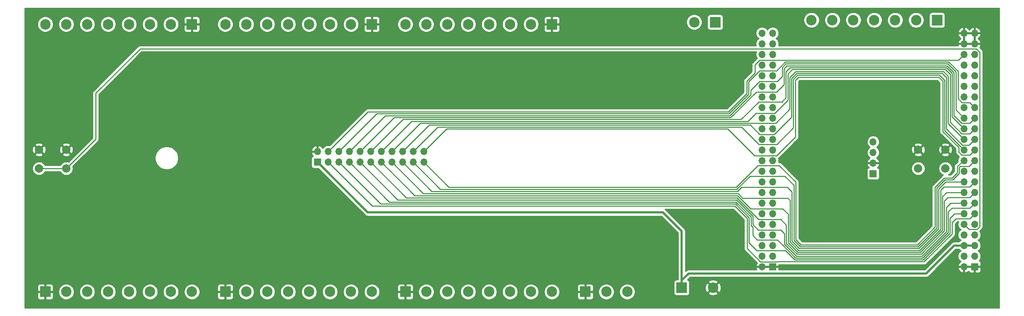
<source format=gbr>
%TF.GenerationSoftware,KiCad,Pcbnew,(5.1.6)-1*%
%TF.CreationDate,2020-09-13T21:52:08+02:00*%
%TF.ProjectId,boneIO - input board,626f6e65-494f-4202-9d20-696e70757420,rev?*%
%TF.SameCoordinates,Original*%
%TF.FileFunction,Copper,L1,Top*%
%TF.FilePolarity,Positive*%
%FSLAX46Y46*%
G04 Gerber Fmt 4.6, Leading zero omitted, Abs format (unit mm)*
G04 Created by KiCad (PCBNEW (5.1.6)-1) date 2020-09-13 21:52:10*
%MOMM*%
%LPD*%
G01*
G04 APERTURE LIST*
%TA.AperFunction,ComponentPad*%
%ADD10O,1.700000X1.700000*%
%TD*%
%TA.AperFunction,ComponentPad*%
%ADD11R,1.700000X1.700000*%
%TD*%
%TA.AperFunction,ComponentPad*%
%ADD12R,2.500000X2.500000*%
%TD*%
%TA.AperFunction,ComponentPad*%
%ADD13C,2.500000*%
%TD*%
%TA.AperFunction,ComponentPad*%
%ADD14C,2.000000*%
%TD*%
%TA.AperFunction,Conductor*%
%ADD15C,0.500000*%
%TD*%
%TA.AperFunction,Conductor*%
%ADD16C,0.250000*%
%TD*%
%TA.AperFunction,Conductor*%
%ADD17C,0.254000*%
%TD*%
G04 APERTURE END LIST*
D10*
%TO.P,P8,46*%
%TO.N,Net-(J7-Pad2)*%
X203570100Y-29502400D03*
%TO.P,P8,45*%
%TO.N,Net-(J7-Pad3)*%
X206110100Y-29502400D03*
%TO.P,P8,44*%
%TO.N,Net-(J7-Pad4)*%
X203570100Y-32042400D03*
%TO.P,P8,43*%
%TO.N,Net-(J7-Pad5)*%
X206110100Y-32042400D03*
%TO.P,P8,42*%
%TO.N,Net-(J7-Pad6)*%
X203570100Y-34582400D03*
%TO.P,P8,41*%
%TO.N,Net-(J7-Pad7)*%
X206110100Y-34582400D03*
%TO.P,P8,40*%
%TO.N,Net-(J7-Pad8)*%
X203570100Y-37122400D03*
%TO.P,P8,39*%
%TO.N,Net-(J6-Pad2)*%
X206110100Y-37122400D03*
%TO.P,P8,38*%
%TO.N,Net-(J6-Pad3)*%
X203570100Y-39662400D03*
%TO.P,P8,37*%
%TO.N,Net-(J6-Pad4)*%
X206110100Y-39662400D03*
%TO.P,P8,36*%
%TO.N,Net-(J6-Pad5)*%
X203570100Y-42202400D03*
%TO.P,P8,35*%
%TO.N,Net-(J6-Pad6)*%
X206110100Y-42202400D03*
%TO.P,P8,34*%
%TO.N,Net-(J6-Pad7)*%
X203570100Y-44742400D03*
%TO.P,P8,33*%
%TO.N,Net-(J6-Pad8)*%
X206110100Y-44742400D03*
%TO.P,P8,32*%
%TO.N,Net-(J5-Pad2)*%
X203570100Y-47282400D03*
%TO.P,P8,31*%
%TO.N,Net-(J5-Pad3)*%
X206110100Y-47282400D03*
%TO.P,P8,30*%
%TO.N,Net-(J5-Pad4)*%
X203570100Y-49822400D03*
%TO.P,P8,29*%
%TO.N,Net-(J5-Pad5)*%
X206110100Y-49822400D03*
%TO.P,P8,28*%
%TO.N,Net-(J5-Pad6)*%
X203570100Y-52362400D03*
%TO.P,P8,27*%
%TO.N,Net-(J5-Pad7)*%
X206110100Y-52362400D03*
%TO.P,P8,26*%
%TO.N,Net-(J5-Pad8)*%
X203570100Y-54902400D03*
%TO.P,P8,25*%
%TO.N,Net-(J4-Pad2)*%
X206110100Y-54902400D03*
%TO.P,P8,24*%
%TO.N,Net-(J4-Pad3)*%
X203570100Y-57442400D03*
%TO.P,P8,23*%
%TO.N,Net-(J4-Pad4)*%
X206110100Y-57442400D03*
%TO.P,P8,22*%
%TO.N,Net-(J4-Pad5)*%
X203570100Y-59982400D03*
%TO.P,P8,21*%
%TO.N,Net-(J4-Pad6)*%
X206110100Y-59982400D03*
%TO.P,P8,20*%
%TO.N,Net-(J4-Pad7)*%
X203570100Y-62522400D03*
%TO.P,P8,19*%
%TO.N,Net-(J4-Pad8)*%
X206110100Y-62522400D03*
%TO.P,P8,18*%
%TO.N,Net-(J3-Pad2)*%
X203570100Y-65062400D03*
%TO.P,P8,17*%
%TO.N,Net-(J3-Pad3)*%
X206110100Y-65062400D03*
%TO.P,P8,16*%
%TO.N,Net-(J3-Pad4)*%
X203570100Y-67602400D03*
%TO.P,P8,15*%
%TO.N,Net-(J3-Pad5)*%
X206110100Y-67602400D03*
%TO.P,P8,14*%
%TO.N,Net-(J3-Pad6)*%
X203570100Y-70142400D03*
%TO.P,P8,13*%
%TO.N,Net-(J3-Pad7)*%
X206110100Y-70142400D03*
%TO.P,P8,12*%
%TO.N,Net-(J3-Pad8)*%
X203570100Y-72682400D03*
%TO.P,P8,11*%
%TO.N,Net-(J2-Pad2)*%
X206110100Y-72682400D03*
%TO.P,P8,10*%
%TO.N,Net-(J2-Pad3)*%
X203570100Y-75222400D03*
%TO.P,P8,9*%
%TO.N,Net-(J2-Pad4)*%
X206110100Y-75222400D03*
%TO.P,P8,8*%
%TO.N,Net-(J2-Pad5)*%
X203570100Y-77762400D03*
%TO.P,P8,7*%
%TO.N,Net-(J2-Pad6)*%
X206110100Y-77762400D03*
%TO.P,P8,6*%
%TO.N,Net-(J2-Pad7)*%
X203570100Y-80302400D03*
%TO.P,P8,5*%
%TO.N,Net-(J2-Pad8)*%
X206110100Y-80302400D03*
%TO.P,P8,4*%
%TO.N,Net-(J1-Pad2)*%
X203570100Y-82842400D03*
%TO.P,P8,3*%
%TO.N,Net-(J1-Pad3)*%
X206110100Y-82842400D03*
%TO.P,P8,2*%
%TO.N,GND*%
X203570100Y-85382400D03*
D11*
%TO.P,P8,1*%
X206110100Y-85382400D03*
%TD*%
D12*
%TO.P,J1,1*%
%TO.N,GND*%
X161370100Y-91382400D03*
D13*
%TO.P,J1,2*%
%TO.N,Net-(J1-Pad2)*%
X166370100Y-91382400D03*
%TO.P,J1,3*%
%TO.N,Net-(J1-Pad3)*%
X171370100Y-91382400D03*
%TD*%
D12*
%TO.P,VDD1,1*%
%TO.N,+5V*%
X184370100Y-90382400D03*
D13*
%TO.P,VDD1,2*%
%TO.N,GND*%
X191870100Y-90382400D03*
%TD*%
D11*
%TO.P,J11,1*%
%TO.N,+5V*%
X97370100Y-60382400D03*
D10*
%TO.P,J11,2*%
%TO.N,GND*%
X97370100Y-57842400D03*
%TO.P,J11,3*%
%TO.N,Net-(J11-Pad3)*%
X99910100Y-60382400D03*
%TO.P,J11,4*%
%TO.N,Net-(J11-Pad4)*%
X99910100Y-57842400D03*
%TO.P,J11,5*%
%TO.N,Net-(J11-Pad5)*%
X102450100Y-60382400D03*
%TO.P,J11,6*%
%TO.N,Net-(J11-Pad6)*%
X102450100Y-57842400D03*
%TO.P,J11,7*%
%TO.N,Net-(J11-Pad7)*%
X104990100Y-60382400D03*
%TO.P,J11,8*%
%TO.N,Net-(J11-Pad8)*%
X104990100Y-57842400D03*
%TO.P,J11,9*%
%TO.N,Net-(J11-Pad9)*%
X107530100Y-60382400D03*
%TO.P,J11,10*%
%TO.N,Net-(J11-Pad10)*%
X107530100Y-57842400D03*
%TO.P,J11,11*%
%TO.N,Net-(J11-Pad11)*%
X110070100Y-60382400D03*
%TO.P,J11,12*%
%TO.N,Net-(J11-Pad12)*%
X110070100Y-57842400D03*
%TO.P,J11,13*%
%TO.N,Net-(J11-Pad13)*%
X112610100Y-60382400D03*
%TO.P,J11,14*%
%TO.N,Net-(J11-Pad14)*%
X112610100Y-57842400D03*
%TO.P,J11,15*%
%TO.N,Net-(J11-Pad15)*%
X115150100Y-60382400D03*
%TO.P,J11,16*%
%TO.N,Net-(J11-Pad16)*%
X115150100Y-57842400D03*
%TO.P,J11,17*%
%TO.N,Net-(J11-Pad17)*%
X117690100Y-60382400D03*
%TO.P,J11,18*%
%TO.N,Net-(J11-Pad18)*%
X117690100Y-57842400D03*
%TO.P,J11,19*%
%TO.N,Net-(J11-Pad19)*%
X120230100Y-60382400D03*
%TO.P,J11,20*%
%TO.N,Net-(J11-Pad20)*%
X120230100Y-57842400D03*
%TO.P,J11,21*%
%TO.N,Net-(J11-Pad21)*%
X122770100Y-60382400D03*
%TO.P,J11,22*%
%TO.N,Net-(J11-Pad22)*%
X122770100Y-57842400D03*
%TD*%
D11*
%TO.P,I2C1,1*%
%TO.N,+3V3*%
X230120100Y-63132400D03*
D10*
%TO.P,I2C1,2*%
%TO.N,GND*%
X230120100Y-60592400D03*
%TO.P,I2C1,3*%
%TO.N,Net-(I2C1-Pad3)*%
X230120100Y-58052400D03*
%TO.P,I2C1,4*%
%TO.N,Net-(I2C1-Pad4)*%
X230120100Y-55512400D03*
%TD*%
D12*
%TO.P,J7,1*%
%TO.N,GND*%
X153370100Y-27382400D03*
D13*
%TO.P,J7,2*%
%TO.N,Net-(J7-Pad2)*%
X148370100Y-27382400D03*
%TO.P,J7,3*%
%TO.N,Net-(J7-Pad3)*%
X143370100Y-27382400D03*
%TO.P,J7,4*%
%TO.N,Net-(J7-Pad4)*%
X138370100Y-27382400D03*
%TO.P,J7,5*%
%TO.N,Net-(J7-Pad5)*%
X133370100Y-27382400D03*
%TO.P,J7,6*%
%TO.N,Net-(J7-Pad6)*%
X128370100Y-27382400D03*
%TO.P,J7,7*%
%TO.N,Net-(J7-Pad7)*%
X123370100Y-27382400D03*
%TO.P,J7,8*%
%TO.N,Net-(J7-Pad8)*%
X118370100Y-27382400D03*
%TD*%
%TO.P,J6,8*%
%TO.N,Net-(J6-Pad8)*%
X75370100Y-27382400D03*
%TO.P,J6,7*%
%TO.N,Net-(J6-Pad7)*%
X80370100Y-27382400D03*
%TO.P,J6,6*%
%TO.N,Net-(J6-Pad6)*%
X85370100Y-27382400D03*
%TO.P,J6,5*%
%TO.N,Net-(J6-Pad5)*%
X90370100Y-27382400D03*
%TO.P,J6,4*%
%TO.N,Net-(J6-Pad4)*%
X95370100Y-27382400D03*
%TO.P,J6,3*%
%TO.N,Net-(J6-Pad3)*%
X100370100Y-27382400D03*
%TO.P,J6,2*%
%TO.N,Net-(J6-Pad2)*%
X105370100Y-27382400D03*
D12*
%TO.P,J6,1*%
%TO.N,GND*%
X110370100Y-27382400D03*
%TD*%
%TO.P,J5,1*%
%TO.N,GND*%
X67370100Y-27382400D03*
D13*
%TO.P,J5,2*%
%TO.N,Net-(J5-Pad2)*%
X62370100Y-27382400D03*
%TO.P,J5,3*%
%TO.N,Net-(J5-Pad3)*%
X57370100Y-27382400D03*
%TO.P,J5,4*%
%TO.N,Net-(J5-Pad4)*%
X52370100Y-27382400D03*
%TO.P,J5,5*%
%TO.N,Net-(J5-Pad5)*%
X47370100Y-27382400D03*
%TO.P,J5,6*%
%TO.N,Net-(J5-Pad6)*%
X42370100Y-27382400D03*
%TO.P,J5,7*%
%TO.N,Net-(J5-Pad7)*%
X37370100Y-27382400D03*
%TO.P,J5,8*%
%TO.N,Net-(J5-Pad8)*%
X32370100Y-27382400D03*
%TD*%
%TO.P,J2,8*%
%TO.N,Net-(J2-Pad8)*%
X153370100Y-91382400D03*
%TO.P,J2,7*%
%TO.N,Net-(J2-Pad7)*%
X148370100Y-91382400D03*
%TO.P,J2,6*%
%TO.N,Net-(J2-Pad6)*%
X143370100Y-91382400D03*
%TO.P,J2,5*%
%TO.N,Net-(J2-Pad5)*%
X138370100Y-91382400D03*
%TO.P,J2,4*%
%TO.N,Net-(J2-Pad4)*%
X133370100Y-91382400D03*
%TO.P,J2,3*%
%TO.N,Net-(J2-Pad3)*%
X128370100Y-91382400D03*
%TO.P,J2,2*%
%TO.N,Net-(J2-Pad2)*%
X123370100Y-91382400D03*
D12*
%TO.P,J2,1*%
%TO.N,GND*%
X118370100Y-91382400D03*
%TD*%
%TO.P,J3,1*%
%TO.N,GND*%
X75370100Y-91382400D03*
D13*
%TO.P,J3,2*%
%TO.N,Net-(J3-Pad2)*%
X80370100Y-91382400D03*
%TO.P,J3,3*%
%TO.N,Net-(J3-Pad3)*%
X85370100Y-91382400D03*
%TO.P,J3,4*%
%TO.N,Net-(J3-Pad4)*%
X90370100Y-91382400D03*
%TO.P,J3,5*%
%TO.N,Net-(J3-Pad5)*%
X95370100Y-91382400D03*
%TO.P,J3,6*%
%TO.N,Net-(J3-Pad6)*%
X100370100Y-91382400D03*
%TO.P,J3,7*%
%TO.N,Net-(J3-Pad7)*%
X105370100Y-91382400D03*
%TO.P,J3,8*%
%TO.N,Net-(J3-Pad8)*%
X110370100Y-91382400D03*
%TD*%
%TO.P,J4,8*%
%TO.N,Net-(J4-Pad8)*%
X67370100Y-91382400D03*
%TO.P,J4,7*%
%TO.N,Net-(J4-Pad7)*%
X62370100Y-91382400D03*
%TO.P,J4,6*%
%TO.N,Net-(J4-Pad6)*%
X57370100Y-91382400D03*
%TO.P,J4,5*%
%TO.N,Net-(J4-Pad5)*%
X52370100Y-91382400D03*
%TO.P,J4,4*%
%TO.N,Net-(J4-Pad4)*%
X47370100Y-91382400D03*
%TO.P,J4,3*%
%TO.N,Net-(J4-Pad3)*%
X42370100Y-91382400D03*
%TO.P,J4,2*%
%TO.N,Net-(J4-Pad2)*%
X37370100Y-91382400D03*
D12*
%TO.P,J4,1*%
%TO.N,GND*%
X32370100Y-91382400D03*
%TD*%
%TO.P,AN1,1*%
%TO.N,Net-(AN1-Pad1)*%
X245370100Y-26382400D03*
D13*
%TO.P,AN1,2*%
%TO.N,Net-(AN1-Pad2)*%
X240370100Y-26382400D03*
%TO.P,AN1,3*%
%TO.N,Net-(AN1-Pad3)*%
X235370100Y-26382400D03*
%TO.P,AN1,4*%
%TO.N,Net-(AN1-Pad4)*%
X230370100Y-26382400D03*
%TO.P,AN1,5*%
%TO.N,Net-(AN1-Pad5)*%
X225370100Y-26382400D03*
%TO.P,AN1,6*%
%TO.N,Net-(AN1-Pad6)*%
X220370100Y-26382400D03*
%TO.P,AN1,7*%
%TO.N,Net-(AN1-Pad7)*%
X215370100Y-26382400D03*
%TD*%
D12*
%TO.P,ANVDD1,1*%
%TO.N,Net-(ANVDD1-Pad1)*%
X192370100Y-26882400D03*
D13*
%TO.P,ANVDD1,2*%
%TO.N,Net-(ANVDD1-Pad2)*%
X187370100Y-26882400D03*
%TD*%
D11*
%TO.P,P9,1*%
%TO.N,GND*%
X254370100Y-85382400D03*
D10*
%TO.P,P9,2*%
X251830100Y-85382400D03*
%TO.P,P9,3*%
%TO.N,+3V3*%
X254370100Y-82842400D03*
%TO.P,P9,4*%
X251830100Y-82842400D03*
%TO.P,P9,5*%
%TO.N,+5V*%
X254370100Y-80302400D03*
%TO.P,P9,6*%
X251830100Y-80302400D03*
%TO.P,P9,7*%
%TO.N,Net-(P9-Pad7)*%
X254370100Y-77762400D03*
%TO.P,P9,8*%
%TO.N,Net-(P9-Pad8)*%
X251830100Y-77762400D03*
%TO.P,P9,9*%
%TO.N,Net-(P9-Pad9)*%
X254370100Y-75222400D03*
%TO.P,P9,10*%
%TO.N,Net-(P9-Pad10)*%
X251830100Y-75222400D03*
%TO.P,P9,11*%
%TO.N,Net-(J11-Pad3)*%
X254370100Y-72682400D03*
%TO.P,P9,12*%
%TO.N,Net-(J11-Pad5)*%
X251830100Y-72682400D03*
%TO.P,P9,13*%
%TO.N,Net-(J11-Pad7)*%
X254370100Y-70142400D03*
%TO.P,P9,14*%
%TO.N,Net-(J11-Pad9)*%
X251830100Y-70142400D03*
%TO.P,P9,15*%
%TO.N,Net-(J11-Pad11)*%
X254370100Y-67602400D03*
%TO.P,P9,16*%
%TO.N,Net-(J11-Pad13)*%
X251830100Y-67602400D03*
%TO.P,P9,17*%
%TO.N,Net-(J11-Pad15)*%
X254370100Y-65062400D03*
%TO.P,P9,18*%
%TO.N,Net-(J11-Pad17)*%
X251830100Y-65062400D03*
%TO.P,P9,19*%
%TO.N,Net-(I2C1-Pad3)*%
X254370100Y-62522400D03*
%TO.P,P9,20*%
%TO.N,Net-(I2C1-Pad4)*%
X251830100Y-62522400D03*
%TO.P,P9,21*%
%TO.N,Net-(J11-Pad19)*%
X254370100Y-59982400D03*
%TO.P,P9,22*%
%TO.N,Net-(J11-Pad21)*%
X251830100Y-59982400D03*
%TO.P,P9,23*%
%TO.N,Net-(J11-Pad22)*%
X254370100Y-57442400D03*
%TO.P,P9,24*%
%TO.N,Net-(J11-Pad20)*%
X251830100Y-57442400D03*
%TO.P,P9,25*%
%TO.N,Net-(J11-Pad18)*%
X254370100Y-54902400D03*
%TO.P,P9,26*%
%TO.N,Net-(J11-Pad16)*%
X251830100Y-54902400D03*
%TO.P,P9,27*%
%TO.N,Net-(J11-Pad14)*%
X254370100Y-52362400D03*
%TO.P,P9,28*%
%TO.N,Net-(J11-Pad12)*%
X251830100Y-52362400D03*
%TO.P,P9,29*%
%TO.N,Net-(J11-Pad10)*%
X254370100Y-49822400D03*
%TO.P,P9,30*%
%TO.N,Net-(J11-Pad8)*%
X251830100Y-49822400D03*
%TO.P,P9,31*%
%TO.N,Net-(J11-Pad6)*%
X254370100Y-47282400D03*
%TO.P,P9,32*%
%TO.N,Net-(ANVDD1-Pad1)*%
X251830100Y-47282400D03*
%TO.P,P9,33*%
%TO.N,Net-(AN1-Pad7)*%
X254370100Y-44742400D03*
%TO.P,P9,34*%
%TO.N,Net-(ANVDD1-Pad2)*%
X251830100Y-44742400D03*
%TO.P,P9,35*%
%TO.N,Net-(AN1-Pad5)*%
X254370100Y-42202400D03*
%TO.P,P9,36*%
%TO.N,Net-(AN1-Pad6)*%
X251830100Y-42202400D03*
%TO.P,P9,37*%
%TO.N,Net-(AN1-Pad3)*%
X254370100Y-39662400D03*
%TO.P,P9,38*%
%TO.N,Net-(AN1-Pad4)*%
X251830100Y-39662400D03*
%TO.P,P9,39*%
%TO.N,Net-(AN1-Pad1)*%
X254370100Y-37122400D03*
%TO.P,P9,40*%
%TO.N,Net-(AN1-Pad2)*%
X251830100Y-37122400D03*
%TO.P,P9,41*%
%TO.N,Net-(P9-Pad41)*%
X254370100Y-34582400D03*
%TO.P,P9,42*%
%TO.N,Net-(J11-Pad4)*%
X251830100Y-34582400D03*
%TO.P,P9,43*%
%TO.N,GND*%
X254370100Y-32042400D03*
%TO.P,P9,44*%
X251830100Y-32042400D03*
%TO.P,P9,45*%
X254370100Y-29502400D03*
%TO.P,P9,46*%
X251830100Y-29502400D03*
%TD*%
D14*
%TO.P,SW1,2*%
%TO.N,Net-(P9-Pad41)*%
X240870100Y-61882400D03*
%TO.P,SW1,1*%
%TO.N,GND*%
X240870100Y-57382400D03*
%TO.P,SW1,2*%
%TO.N,Net-(P9-Pad41)*%
X247370100Y-61882400D03*
%TO.P,SW1,1*%
%TO.N,GND*%
X247370100Y-57382400D03*
%TD*%
%TO.P,SW2,1*%
%TO.N,GND*%
X37370100Y-57382400D03*
%TO.P,SW2,2*%
%TO.N,Net-(P9-Pad10)*%
X37370100Y-61882400D03*
%TO.P,SW2,1*%
%TO.N,GND*%
X30870100Y-57382400D03*
%TO.P,SW2,2*%
%TO.N,Net-(P9-Pad10)*%
X30870100Y-61882400D03*
%TD*%
D15*
%TO.N,+5V*%
X251830100Y-80302400D02*
X254370100Y-80302400D01*
X186020099Y-86982401D02*
X242770099Y-86982401D01*
X184370100Y-90382400D02*
X184370100Y-88632400D01*
X184370100Y-88632400D02*
X186020099Y-86982401D01*
X249450100Y-80302400D02*
X251830100Y-80302400D01*
X242770099Y-86982401D02*
X249450100Y-80302400D01*
X97370100Y-60382400D02*
X109370100Y-72382400D01*
X109370100Y-72382400D02*
X179870100Y-72382400D01*
X184370100Y-76882400D02*
X184370100Y-90382400D01*
X179870100Y-72382400D02*
X184370100Y-76882400D01*
D16*
%TO.N,Net-(J11-Pad3)*%
X253195099Y-73857401D02*
X254370100Y-72682400D01*
X249895099Y-73857401D02*
X253195099Y-73857401D01*
X248920190Y-74832310D02*
X249895099Y-73857401D01*
X200020072Y-75478800D02*
X200020072Y-81031374D01*
X197051640Y-70882400D02*
X200020073Y-73850833D01*
X200020073Y-73850833D02*
X200020072Y-75478800D01*
X248920190Y-77560000D02*
X248920190Y-74832310D01*
X99910100Y-60382400D02*
X110410100Y-70882400D01*
X200020072Y-81031374D02*
X203196097Y-84207399D01*
X203196097Y-84207399D02*
X207220101Y-84207399D01*
X207220101Y-84207399D02*
X207245017Y-84182483D01*
X110410100Y-70882400D02*
X197051640Y-70882400D01*
X207245017Y-84182483D02*
X242297708Y-84182482D01*
X242297708Y-84182482D02*
X248920190Y-77560000D01*
%TO.N,Net-(J11-Pad4)*%
X250465101Y-35947399D02*
X251830100Y-34582400D01*
X203006099Y-35947399D02*
X250465101Y-35947399D01*
X201870100Y-37083398D02*
X203006099Y-35947399D01*
X201870100Y-38986988D02*
X201870100Y-37083398D01*
X99910100Y-57842400D02*
X109420190Y-48332310D01*
X199920090Y-43923180D02*
X199920091Y-40936997D01*
X195510960Y-48332310D02*
X199920090Y-43923180D01*
X109420190Y-48332310D02*
X195510960Y-48332310D01*
X199920091Y-40936997D02*
X201870100Y-38986988D01*
%TO.N,Net-(J11-Pad5)*%
X211378907Y-83732473D02*
X209123835Y-81477401D01*
X241720173Y-83732473D02*
X242111307Y-83732473D01*
X241720173Y-83732473D02*
X211378907Y-83732473D01*
X242111307Y-83732473D02*
X248470180Y-77373600D01*
X248470180Y-77373600D02*
X248470180Y-73782320D01*
X249570100Y-72682400D02*
X251830100Y-72682400D01*
X248470180Y-73782320D02*
X249570100Y-72682400D01*
X200470082Y-75665200D02*
X200470082Y-79672384D01*
X200470082Y-79672384D02*
X202275099Y-81477401D01*
X200470081Y-73664431D02*
X200470082Y-75665200D01*
X209123835Y-81477401D02*
X202275099Y-81477401D01*
X197188050Y-70382400D02*
X200470081Y-73664431D01*
X112450100Y-70382400D02*
X197188050Y-70382400D01*
X102450100Y-60382400D02*
X112450100Y-70382400D01*
%TO.N,Net-(J11-Pad6)*%
X253195099Y-46107399D02*
X254370100Y-47282400D01*
X251345099Y-46107399D02*
X253195099Y-46107399D01*
X250370100Y-38632400D02*
X250370100Y-45132400D01*
X250370100Y-45132400D02*
X251345099Y-46107399D01*
X207015101Y-38487399D02*
X209105091Y-36397409D01*
X248135109Y-36397409D02*
X250370100Y-38632400D01*
X209105091Y-36397409D02*
X248135109Y-36397409D01*
X102450100Y-57842400D02*
X111510180Y-48782320D01*
X111510180Y-48782320D02*
X195697360Y-48782320D01*
X195697360Y-48782320D02*
X200370100Y-44109580D01*
X203006099Y-38487399D02*
X207015101Y-38487399D01*
X200370100Y-41123398D02*
X203006099Y-38487399D01*
X200370100Y-44109580D02*
X200370100Y-41123398D01*
%TO.N,Net-(J11-Pad7)*%
X208470039Y-80187202D02*
X211565306Y-83282464D01*
X207220239Y-78937401D02*
X208470039Y-80187202D01*
X253195099Y-71317401D02*
X254370100Y-70142400D01*
X203006099Y-78937401D02*
X203315099Y-78937401D01*
X203315099Y-78937401D02*
X207220239Y-78937401D01*
X211565306Y-83282464D02*
X241270164Y-83282464D01*
X248935099Y-71317401D02*
X252305101Y-71317401D01*
X252305101Y-71317401D02*
X253195099Y-71317401D01*
X251456097Y-71317401D02*
X252305101Y-71317401D01*
X241270164Y-83282464D02*
X241924906Y-83282464D01*
X248020170Y-72232330D02*
X248935099Y-71317401D01*
X241924906Y-83282464D02*
X248020170Y-77187200D01*
X248020170Y-77187200D02*
X248020170Y-72232330D01*
X104990100Y-60382400D02*
X114490100Y-69882400D01*
X114490100Y-69882400D02*
X197324460Y-69882400D01*
X197324460Y-69882400D02*
X200920090Y-73478030D01*
X200920091Y-75478799D02*
X201370100Y-75928808D01*
X200920090Y-73478030D02*
X200920091Y-75478799D01*
X201370100Y-75928808D02*
X201370100Y-77882400D01*
X201370100Y-77882400D02*
X202425101Y-78937401D01*
X202425101Y-78937401D02*
X203315099Y-78937401D01*
%TO.N,Net-(J11-Pad8)*%
X208370100Y-39882400D02*
X207225101Y-41027399D01*
X251830100Y-49822400D02*
X249870100Y-47862400D01*
X247948709Y-36847419D02*
X209291491Y-36847419D01*
X249870100Y-38768810D02*
X247948709Y-36847419D01*
X249870100Y-47862400D02*
X249870100Y-38768810D01*
X209291491Y-36847419D02*
X208370100Y-37768810D01*
X208370100Y-37768810D02*
X208370100Y-39882400D01*
X207225101Y-41027399D02*
X203006099Y-41027399D01*
X104990100Y-57842400D02*
X113600170Y-49232330D01*
X113600170Y-49232330D02*
X195883760Y-49232330D01*
X195883760Y-49232330D02*
X200870100Y-44245990D01*
X200870100Y-43163398D02*
X203006099Y-41027399D01*
X200870100Y-44245990D02*
X200870100Y-43163398D01*
%TO.N,Net-(J11-Pad9)*%
X211751705Y-82832455D02*
X208920047Y-80000801D01*
X208920047Y-80000801D02*
X208920046Y-77432346D01*
X208920046Y-77432346D02*
X208075099Y-76587399D01*
X241320155Y-82832455D02*
X211751705Y-82832455D01*
X248610100Y-70142400D02*
X250630100Y-70142400D01*
X250630100Y-70142400D02*
X250360100Y-70142400D01*
X251830100Y-70142400D02*
X250630100Y-70142400D01*
X247570160Y-71182340D02*
X248610100Y-70142400D01*
X241320155Y-82832455D02*
X241738505Y-82832455D01*
X241738505Y-82832455D02*
X247570160Y-77000800D01*
X247570160Y-77000800D02*
X247570160Y-71182340D01*
X107530100Y-60382400D02*
X116530100Y-69382400D01*
X116530100Y-69382400D02*
X197460870Y-69382400D01*
X197460870Y-69382400D02*
X201370100Y-73291630D01*
X201370100Y-73291630D02*
X201370100Y-75292398D01*
X208075099Y-76587399D02*
X202665101Y-76587399D01*
X201370100Y-75292398D02*
X202665101Y-76587399D01*
%TO.N,Net-(J11-Pad10)*%
X249420090Y-38955210D02*
X247762309Y-37297429D01*
X253195099Y-50997401D02*
X251266099Y-50997401D01*
X249420090Y-49151392D02*
X249420090Y-38955210D01*
X208870100Y-37905220D02*
X208870100Y-38132400D01*
X208820110Y-41802388D02*
X207055099Y-43567399D01*
X254370100Y-49822400D02*
X253195099Y-50997401D01*
X208820110Y-38182390D02*
X208820110Y-41802388D01*
X251266099Y-50997401D02*
X249420090Y-49151392D01*
X247762309Y-37297429D02*
X209477891Y-37297429D01*
X209477891Y-37297429D02*
X208870100Y-37905220D01*
X208870100Y-38132400D02*
X208820110Y-38182390D01*
X107530100Y-57842400D02*
X115690160Y-49682340D01*
X115690160Y-49682340D02*
X196070160Y-49682340D01*
X202185101Y-43567399D02*
X207055099Y-43567399D01*
X196070160Y-49682340D02*
X202185101Y-43567399D01*
%TO.N,Net-(J11-Pad11)*%
X253195099Y-68777401D02*
X254370100Y-67602400D01*
X247975099Y-68777401D02*
X253195099Y-68777401D01*
X197597280Y-68882400D02*
X202762279Y-74047399D01*
X208035099Y-74047399D02*
X209370054Y-75382354D01*
X110070100Y-60382400D02*
X118570100Y-68882400D01*
X211938104Y-82382446D02*
X241552104Y-82382446D01*
X118570100Y-68882400D02*
X197597280Y-68882400D01*
X241552104Y-82382446D02*
X247120150Y-76814400D01*
X209370055Y-79814400D02*
X211938104Y-82382446D01*
X247120150Y-76814400D02*
X247120150Y-69632350D01*
X202762279Y-74047399D02*
X208035099Y-74047399D01*
X209370054Y-75382354D02*
X209370055Y-79814400D01*
X247120150Y-69632350D02*
X247975099Y-68777401D01*
%TO.N,Net-(J11-Pad12)*%
X248970080Y-39141610D02*
X248970080Y-49502380D01*
X209270120Y-38732380D02*
X210255061Y-37747439D01*
X210255061Y-37747439D02*
X247575909Y-37747439D01*
X209270120Y-44982380D02*
X209270120Y-38732380D01*
X248970080Y-49502380D02*
X251830100Y-52362400D01*
X117780150Y-50132350D02*
X198620150Y-50132350D01*
X247575909Y-37747439D02*
X248970080Y-39141610D01*
X110070100Y-57842400D02*
X117780150Y-50132350D01*
X202835099Y-45917401D02*
X208335099Y-45917401D01*
X208335099Y-45917401D02*
X209270120Y-44982380D01*
X198620150Y-50132350D02*
X202835099Y-45917401D01*
%TO.N,Net-(J11-Pad13)*%
X249400100Y-67602400D02*
X251830100Y-67602400D01*
X247650100Y-67602400D02*
X249400100Y-67602400D01*
X208495099Y-71507399D02*
X209820062Y-72832362D01*
X246670140Y-76628000D02*
X246670140Y-68582360D01*
X112610100Y-60382400D02*
X120610100Y-68382400D01*
X197733690Y-68382400D02*
X200858689Y-71507399D01*
X120610100Y-68382400D02*
X197733690Y-68382400D01*
X209820063Y-79627999D02*
X212124503Y-81932437D01*
X212124503Y-81932437D02*
X241365703Y-81932437D01*
X209820062Y-72832362D02*
X209820063Y-79627999D01*
X241365703Y-81932437D02*
X246670140Y-76628000D01*
X200858689Y-71507399D02*
X208495099Y-71507399D01*
X246670140Y-68582360D02*
X247650100Y-67602400D01*
%TO.N,Net-(J11-Pad14)*%
X251266099Y-53537401D02*
X253195099Y-53537401D01*
X206605101Y-48647399D02*
X209720130Y-45532370D01*
X202105101Y-48647399D02*
X206605101Y-48647399D01*
X253195099Y-53537401D02*
X254370100Y-52362400D01*
X200170140Y-50582360D02*
X202105101Y-48647399D01*
X112610100Y-57842400D02*
X119870140Y-50582360D01*
X119870140Y-50582360D02*
X200170140Y-50582360D01*
X210805051Y-38197449D02*
X247389509Y-38197449D01*
X209720130Y-45532370D02*
X209720130Y-39282370D01*
X209720130Y-39282370D02*
X210805051Y-38197449D01*
X248520070Y-50791372D02*
X251266099Y-53537401D01*
X247389509Y-38197449D02*
X248520070Y-39328010D01*
X248520070Y-39328010D02*
X248520070Y-50791372D01*
%TO.N,Net-(J11-Pad15)*%
X253195099Y-66237401D02*
X254370100Y-65062400D01*
X247015099Y-66237401D02*
X253195099Y-66237401D01*
X209705099Y-68967399D02*
X210270072Y-69532372D01*
X210270072Y-69532372D02*
X210270072Y-79441598D01*
X198955099Y-68967399D02*
X209705099Y-68967399D01*
X197870100Y-67882400D02*
X198955099Y-68967399D01*
X115150100Y-60382400D02*
X122650100Y-67882400D01*
X210270072Y-79441598D02*
X212310902Y-81482428D01*
X212310902Y-81482428D02*
X241179302Y-81482428D01*
X241179302Y-81482428D02*
X246220130Y-76441600D01*
X122650100Y-67882400D02*
X197870100Y-67882400D01*
X246220130Y-76441600D02*
X246220130Y-67032370D01*
X246220130Y-67032370D02*
X247015099Y-66237401D01*
%TO.N,Net-(J11-Pad16)*%
X248070060Y-39832360D02*
X248070060Y-51142360D01*
X246885159Y-38647459D02*
X248070060Y-39832360D01*
X248070060Y-51142360D02*
X251830100Y-54902400D01*
X211605041Y-38647459D02*
X246885159Y-38647459D01*
X210170140Y-40082360D02*
X211605041Y-38647459D01*
X210170140Y-47691360D02*
X210170140Y-40082360D01*
X115150100Y-57842400D02*
X121960130Y-51032370D01*
X206829130Y-51032370D02*
X206924600Y-50936900D01*
X121960130Y-51032370D02*
X206829130Y-51032370D01*
X206924600Y-50936900D02*
X210170140Y-47691360D01*
%TO.N,Net-(J11-Pad17)*%
X247462920Y-65062400D02*
X248190100Y-65062400D01*
X209620100Y-66382400D02*
X210720082Y-67482382D01*
X245770120Y-76255200D02*
X245770120Y-66755200D01*
X198642920Y-66382400D02*
X209620100Y-66382400D01*
X197642920Y-67382400D02*
X198642920Y-66382400D01*
X117690100Y-60382400D02*
X124690100Y-67382400D01*
X124690100Y-67382400D02*
X197642920Y-67382400D01*
X210720082Y-67482382D02*
X210720082Y-79255202D01*
X245770120Y-66755200D02*
X247462920Y-65062400D01*
X212497301Y-81032419D02*
X240992901Y-81032419D01*
X248190100Y-65062400D02*
X251830100Y-65062400D01*
X210720082Y-79255202D02*
X212497301Y-81032419D01*
X240992901Y-81032419D02*
X245770120Y-76255200D01*
%TO.N,Net-(J11-Pad18)*%
X253005101Y-56267399D02*
X254370100Y-54902400D01*
X251456097Y-56267399D02*
X253005101Y-56267399D01*
X203006099Y-53727399D02*
X206484103Y-53727399D01*
X247620050Y-52431352D02*
X251456097Y-56267399D01*
X206484103Y-53727399D02*
X210620150Y-49591352D01*
X124050120Y-51482380D02*
X200761080Y-51482380D01*
X246585170Y-39097470D02*
X247620050Y-40132350D01*
X200761080Y-51482380D02*
X203006099Y-53727399D01*
X117690100Y-57842400D02*
X124050120Y-51482380D01*
X211905031Y-39097469D02*
X246585170Y-39097470D01*
X210620150Y-49591352D02*
X210620151Y-40382349D01*
X210620151Y-40382349D02*
X211905031Y-39097469D01*
X247620050Y-40132350D02*
X247620050Y-52431352D01*
%TO.N,Net-(J11-Pad19)*%
X250905101Y-61347399D02*
X253005101Y-61347399D01*
X250655099Y-61597401D02*
X250905101Y-61347399D01*
X250655099Y-63086401D02*
X250655099Y-61597401D01*
X253005101Y-61347399D02*
X254370100Y-59982400D01*
X249129110Y-64612390D02*
X250655099Y-63086401D01*
X248140110Y-64612390D02*
X249129110Y-64612390D01*
X248003700Y-64612390D02*
X248140110Y-64612390D01*
X247276520Y-64612390D02*
X248140110Y-64612390D01*
X200691509Y-63697401D02*
X208998689Y-63697401D01*
X126730100Y-66882400D02*
X197506510Y-66882400D01*
X211170090Y-65868802D02*
X211170091Y-79068801D01*
X208998689Y-63697401D02*
X211170090Y-65868802D01*
X120230100Y-60382400D02*
X126730100Y-66882400D01*
X197506510Y-66882400D02*
X200691509Y-63697401D01*
X211170091Y-79068801D02*
X212683700Y-80582410D01*
X212683700Y-80582410D02*
X240806500Y-80582410D01*
X240806500Y-80582410D02*
X245320110Y-76068800D01*
X245320110Y-76068800D02*
X245320110Y-66568800D01*
X245320110Y-66568800D02*
X247276520Y-64612390D01*
%TO.N,Net-(J11-Pad20)*%
X247170040Y-40818750D02*
X247170040Y-52782340D01*
X245898769Y-39547479D02*
X247170040Y-40818750D01*
X211070160Y-40568750D02*
X212091431Y-39547479D01*
X247170040Y-52782340D02*
X251830100Y-57442400D01*
X211070160Y-52182340D02*
X211070160Y-40568750D01*
X212091431Y-39547479D02*
X245898769Y-39547479D01*
X207175099Y-56077401D02*
X211070160Y-52182340D01*
X120230100Y-57842400D02*
X126140110Y-51932390D01*
X202816101Y-56077401D02*
X207175099Y-56077401D01*
X198671090Y-51932390D02*
X202816101Y-56077401D01*
X126140110Y-51932390D02*
X198671090Y-51932390D01*
%TO.N,Net-(J11-Pad21)*%
X251633690Y-59982400D02*
X251830100Y-59982400D01*
X250205090Y-61411000D02*
X251633690Y-59982400D01*
X250205089Y-62900001D02*
X250205090Y-61411000D01*
X248972690Y-64132400D02*
X250205089Y-62900001D01*
X247120100Y-64132400D02*
X248972690Y-64132400D01*
X202595099Y-61157401D02*
X207645101Y-61157401D01*
X128770100Y-66382400D02*
X197370100Y-66382400D01*
X207645101Y-61157401D02*
X211620100Y-65132400D01*
X197370100Y-66382400D02*
X202595099Y-61157401D01*
X244870100Y-66382400D02*
X247120100Y-64132400D01*
X211620100Y-65132400D02*
X211620100Y-78882400D01*
X211620100Y-78882400D02*
X212870100Y-80132400D01*
X212870100Y-80132400D02*
X240620100Y-80132400D01*
X122770100Y-60382400D02*
X128770100Y-66382400D01*
X240620100Y-80132400D02*
X244870100Y-75882400D01*
X244870100Y-75882400D02*
X244870100Y-66382400D01*
%TO.N,Net-(J11-Pad22)*%
X253195099Y-58617401D02*
X254370100Y-57442400D01*
X250575599Y-56824309D02*
X250575599Y-57926901D01*
X195359100Y-52382400D02*
X201784099Y-58807399D01*
X250575599Y-57926901D02*
X251266099Y-58617401D01*
X246783760Y-53032470D02*
X250575599Y-56824309D01*
X122770100Y-57842400D02*
X128230100Y-52382400D01*
X128230100Y-52382400D02*
X195359100Y-52382400D01*
X251266099Y-58617401D02*
X253195099Y-58617401D01*
X246720030Y-41005150D02*
X246720030Y-53032470D01*
X211520170Y-40755150D02*
X212277831Y-39997489D01*
X201784099Y-58807399D02*
X207045099Y-58807399D01*
X207045099Y-58807399D02*
X211520170Y-54332328D01*
X246720030Y-53032470D02*
X246783760Y-53032470D01*
X245712369Y-39997489D02*
X246720030Y-41005150D01*
X211520170Y-54332328D02*
X211520170Y-40755150D01*
X212277831Y-39997489D02*
X245712369Y-39997489D01*
%TO.N,Net-(P9-Pad10)*%
X30870100Y-61882400D02*
X37370100Y-61882400D01*
X254934101Y-76397401D02*
X253005101Y-76397401D01*
X255545101Y-34018399D02*
X255545101Y-75786401D01*
X253005101Y-76397401D02*
X251830100Y-75222400D01*
X254744103Y-33217401D02*
X255545101Y-34018399D01*
X55035099Y-33217401D02*
X254744103Y-33217401D01*
X44370100Y-43882400D02*
X55035099Y-33217401D01*
X44370100Y-54882400D02*
X44370100Y-43882400D01*
X255545101Y-75786401D02*
X254934101Y-76397401D01*
X37370100Y-61882400D02*
X44370100Y-54882400D01*
%TD*%
D17*
%TO.N,GND*%
G36*
X260243100Y-95255400D02*
G01*
X27497100Y-95255400D01*
X27497100Y-92632400D01*
X30482028Y-92632400D01*
X30494288Y-92756882D01*
X30530598Y-92876580D01*
X30589563Y-92986894D01*
X30668915Y-93083585D01*
X30765606Y-93162937D01*
X30875920Y-93221902D01*
X30995618Y-93258212D01*
X31120100Y-93270472D01*
X32084350Y-93267400D01*
X32243100Y-93108650D01*
X32243100Y-91509400D01*
X32497100Y-91509400D01*
X32497100Y-93108650D01*
X32655850Y-93267400D01*
X33620100Y-93270472D01*
X33744582Y-93258212D01*
X33864280Y-93221902D01*
X33974594Y-93162937D01*
X34071285Y-93083585D01*
X34150637Y-92986894D01*
X34209602Y-92876580D01*
X34245912Y-92756882D01*
X34258172Y-92632400D01*
X34255100Y-91668150D01*
X34096350Y-91509400D01*
X32497100Y-91509400D01*
X32243100Y-91509400D01*
X30643850Y-91509400D01*
X30485100Y-91668150D01*
X30482028Y-92632400D01*
X27497100Y-92632400D01*
X27497100Y-90132400D01*
X30482028Y-90132400D01*
X30485100Y-91096650D01*
X30643850Y-91255400D01*
X32243100Y-91255400D01*
X32243100Y-89656150D01*
X32497100Y-89656150D01*
X32497100Y-91255400D01*
X34096350Y-91255400D01*
X34155006Y-91196744D01*
X35485100Y-91196744D01*
X35485100Y-91568056D01*
X35557539Y-91932234D01*
X35699634Y-92275282D01*
X35905925Y-92584018D01*
X36168482Y-92846575D01*
X36477218Y-93052866D01*
X36820266Y-93194961D01*
X37184444Y-93267400D01*
X37555756Y-93267400D01*
X37919934Y-93194961D01*
X38262982Y-93052866D01*
X38571718Y-92846575D01*
X38834275Y-92584018D01*
X39040566Y-92275282D01*
X39182661Y-91932234D01*
X39255100Y-91568056D01*
X39255100Y-91196744D01*
X40485100Y-91196744D01*
X40485100Y-91568056D01*
X40557539Y-91932234D01*
X40699634Y-92275282D01*
X40905925Y-92584018D01*
X41168482Y-92846575D01*
X41477218Y-93052866D01*
X41820266Y-93194961D01*
X42184444Y-93267400D01*
X42555756Y-93267400D01*
X42919934Y-93194961D01*
X43262982Y-93052866D01*
X43571718Y-92846575D01*
X43834275Y-92584018D01*
X44040566Y-92275282D01*
X44182661Y-91932234D01*
X44255100Y-91568056D01*
X44255100Y-91196744D01*
X45485100Y-91196744D01*
X45485100Y-91568056D01*
X45557539Y-91932234D01*
X45699634Y-92275282D01*
X45905925Y-92584018D01*
X46168482Y-92846575D01*
X46477218Y-93052866D01*
X46820266Y-93194961D01*
X47184444Y-93267400D01*
X47555756Y-93267400D01*
X47919934Y-93194961D01*
X48262982Y-93052866D01*
X48571718Y-92846575D01*
X48834275Y-92584018D01*
X49040566Y-92275282D01*
X49182661Y-91932234D01*
X49255100Y-91568056D01*
X49255100Y-91196744D01*
X50485100Y-91196744D01*
X50485100Y-91568056D01*
X50557539Y-91932234D01*
X50699634Y-92275282D01*
X50905925Y-92584018D01*
X51168482Y-92846575D01*
X51477218Y-93052866D01*
X51820266Y-93194961D01*
X52184444Y-93267400D01*
X52555756Y-93267400D01*
X52919934Y-93194961D01*
X53262982Y-93052866D01*
X53571718Y-92846575D01*
X53834275Y-92584018D01*
X54040566Y-92275282D01*
X54182661Y-91932234D01*
X54255100Y-91568056D01*
X54255100Y-91196744D01*
X55485100Y-91196744D01*
X55485100Y-91568056D01*
X55557539Y-91932234D01*
X55699634Y-92275282D01*
X55905925Y-92584018D01*
X56168482Y-92846575D01*
X56477218Y-93052866D01*
X56820266Y-93194961D01*
X57184444Y-93267400D01*
X57555756Y-93267400D01*
X57919934Y-93194961D01*
X58262982Y-93052866D01*
X58571718Y-92846575D01*
X58834275Y-92584018D01*
X59040566Y-92275282D01*
X59182661Y-91932234D01*
X59255100Y-91568056D01*
X59255100Y-91196744D01*
X60485100Y-91196744D01*
X60485100Y-91568056D01*
X60557539Y-91932234D01*
X60699634Y-92275282D01*
X60905925Y-92584018D01*
X61168482Y-92846575D01*
X61477218Y-93052866D01*
X61820266Y-93194961D01*
X62184444Y-93267400D01*
X62555756Y-93267400D01*
X62919934Y-93194961D01*
X63262982Y-93052866D01*
X63571718Y-92846575D01*
X63834275Y-92584018D01*
X64040566Y-92275282D01*
X64182661Y-91932234D01*
X64255100Y-91568056D01*
X64255100Y-91196744D01*
X65485100Y-91196744D01*
X65485100Y-91568056D01*
X65557539Y-91932234D01*
X65699634Y-92275282D01*
X65905925Y-92584018D01*
X66168482Y-92846575D01*
X66477218Y-93052866D01*
X66820266Y-93194961D01*
X67184444Y-93267400D01*
X67555756Y-93267400D01*
X67919934Y-93194961D01*
X68262982Y-93052866D01*
X68571718Y-92846575D01*
X68785893Y-92632400D01*
X73482028Y-92632400D01*
X73494288Y-92756882D01*
X73530598Y-92876580D01*
X73589563Y-92986894D01*
X73668915Y-93083585D01*
X73765606Y-93162937D01*
X73875920Y-93221902D01*
X73995618Y-93258212D01*
X74120100Y-93270472D01*
X75084350Y-93267400D01*
X75243100Y-93108650D01*
X75243100Y-91509400D01*
X75497100Y-91509400D01*
X75497100Y-93108650D01*
X75655850Y-93267400D01*
X76620100Y-93270472D01*
X76744582Y-93258212D01*
X76864280Y-93221902D01*
X76974594Y-93162937D01*
X77071285Y-93083585D01*
X77150637Y-92986894D01*
X77209602Y-92876580D01*
X77245912Y-92756882D01*
X77258172Y-92632400D01*
X77255100Y-91668150D01*
X77096350Y-91509400D01*
X75497100Y-91509400D01*
X75243100Y-91509400D01*
X73643850Y-91509400D01*
X73485100Y-91668150D01*
X73482028Y-92632400D01*
X68785893Y-92632400D01*
X68834275Y-92584018D01*
X69040566Y-92275282D01*
X69182661Y-91932234D01*
X69255100Y-91568056D01*
X69255100Y-91196744D01*
X69182661Y-90832566D01*
X69040566Y-90489518D01*
X68834275Y-90180782D01*
X68785893Y-90132400D01*
X73482028Y-90132400D01*
X73485100Y-91096650D01*
X73643850Y-91255400D01*
X75243100Y-91255400D01*
X75243100Y-89656150D01*
X75497100Y-89656150D01*
X75497100Y-91255400D01*
X77096350Y-91255400D01*
X77155006Y-91196744D01*
X78485100Y-91196744D01*
X78485100Y-91568056D01*
X78557539Y-91932234D01*
X78699634Y-92275282D01*
X78905925Y-92584018D01*
X79168482Y-92846575D01*
X79477218Y-93052866D01*
X79820266Y-93194961D01*
X80184444Y-93267400D01*
X80555756Y-93267400D01*
X80919934Y-93194961D01*
X81262982Y-93052866D01*
X81571718Y-92846575D01*
X81834275Y-92584018D01*
X82040566Y-92275282D01*
X82182661Y-91932234D01*
X82255100Y-91568056D01*
X82255100Y-91196744D01*
X83485100Y-91196744D01*
X83485100Y-91568056D01*
X83557539Y-91932234D01*
X83699634Y-92275282D01*
X83905925Y-92584018D01*
X84168482Y-92846575D01*
X84477218Y-93052866D01*
X84820266Y-93194961D01*
X85184444Y-93267400D01*
X85555756Y-93267400D01*
X85919934Y-93194961D01*
X86262982Y-93052866D01*
X86571718Y-92846575D01*
X86834275Y-92584018D01*
X87040566Y-92275282D01*
X87182661Y-91932234D01*
X87255100Y-91568056D01*
X87255100Y-91196744D01*
X88485100Y-91196744D01*
X88485100Y-91568056D01*
X88557539Y-91932234D01*
X88699634Y-92275282D01*
X88905925Y-92584018D01*
X89168482Y-92846575D01*
X89477218Y-93052866D01*
X89820266Y-93194961D01*
X90184444Y-93267400D01*
X90555756Y-93267400D01*
X90919934Y-93194961D01*
X91262982Y-93052866D01*
X91571718Y-92846575D01*
X91834275Y-92584018D01*
X92040566Y-92275282D01*
X92182661Y-91932234D01*
X92255100Y-91568056D01*
X92255100Y-91196744D01*
X93485100Y-91196744D01*
X93485100Y-91568056D01*
X93557539Y-91932234D01*
X93699634Y-92275282D01*
X93905925Y-92584018D01*
X94168482Y-92846575D01*
X94477218Y-93052866D01*
X94820266Y-93194961D01*
X95184444Y-93267400D01*
X95555756Y-93267400D01*
X95919934Y-93194961D01*
X96262982Y-93052866D01*
X96571718Y-92846575D01*
X96834275Y-92584018D01*
X97040566Y-92275282D01*
X97182661Y-91932234D01*
X97255100Y-91568056D01*
X97255100Y-91196744D01*
X98485100Y-91196744D01*
X98485100Y-91568056D01*
X98557539Y-91932234D01*
X98699634Y-92275282D01*
X98905925Y-92584018D01*
X99168482Y-92846575D01*
X99477218Y-93052866D01*
X99820266Y-93194961D01*
X100184444Y-93267400D01*
X100555756Y-93267400D01*
X100919934Y-93194961D01*
X101262982Y-93052866D01*
X101571718Y-92846575D01*
X101834275Y-92584018D01*
X102040566Y-92275282D01*
X102182661Y-91932234D01*
X102255100Y-91568056D01*
X102255100Y-91196744D01*
X103485100Y-91196744D01*
X103485100Y-91568056D01*
X103557539Y-91932234D01*
X103699634Y-92275282D01*
X103905925Y-92584018D01*
X104168482Y-92846575D01*
X104477218Y-93052866D01*
X104820266Y-93194961D01*
X105184444Y-93267400D01*
X105555756Y-93267400D01*
X105919934Y-93194961D01*
X106262982Y-93052866D01*
X106571718Y-92846575D01*
X106834275Y-92584018D01*
X107040566Y-92275282D01*
X107182661Y-91932234D01*
X107255100Y-91568056D01*
X107255100Y-91196744D01*
X108485100Y-91196744D01*
X108485100Y-91568056D01*
X108557539Y-91932234D01*
X108699634Y-92275282D01*
X108905925Y-92584018D01*
X109168482Y-92846575D01*
X109477218Y-93052866D01*
X109820266Y-93194961D01*
X110184444Y-93267400D01*
X110555756Y-93267400D01*
X110919934Y-93194961D01*
X111262982Y-93052866D01*
X111571718Y-92846575D01*
X111785893Y-92632400D01*
X116482028Y-92632400D01*
X116494288Y-92756882D01*
X116530598Y-92876580D01*
X116589563Y-92986894D01*
X116668915Y-93083585D01*
X116765606Y-93162937D01*
X116875920Y-93221902D01*
X116995618Y-93258212D01*
X117120100Y-93270472D01*
X118084350Y-93267400D01*
X118243100Y-93108650D01*
X118243100Y-91509400D01*
X118497100Y-91509400D01*
X118497100Y-93108650D01*
X118655850Y-93267400D01*
X119620100Y-93270472D01*
X119744582Y-93258212D01*
X119864280Y-93221902D01*
X119974594Y-93162937D01*
X120071285Y-93083585D01*
X120150637Y-92986894D01*
X120209602Y-92876580D01*
X120245912Y-92756882D01*
X120258172Y-92632400D01*
X120255100Y-91668150D01*
X120096350Y-91509400D01*
X118497100Y-91509400D01*
X118243100Y-91509400D01*
X116643850Y-91509400D01*
X116485100Y-91668150D01*
X116482028Y-92632400D01*
X111785893Y-92632400D01*
X111834275Y-92584018D01*
X112040566Y-92275282D01*
X112182661Y-91932234D01*
X112255100Y-91568056D01*
X112255100Y-91196744D01*
X112182661Y-90832566D01*
X112040566Y-90489518D01*
X111834275Y-90180782D01*
X111785893Y-90132400D01*
X116482028Y-90132400D01*
X116485100Y-91096650D01*
X116643850Y-91255400D01*
X118243100Y-91255400D01*
X118243100Y-89656150D01*
X118497100Y-89656150D01*
X118497100Y-91255400D01*
X120096350Y-91255400D01*
X120155006Y-91196744D01*
X121485100Y-91196744D01*
X121485100Y-91568056D01*
X121557539Y-91932234D01*
X121699634Y-92275282D01*
X121905925Y-92584018D01*
X122168482Y-92846575D01*
X122477218Y-93052866D01*
X122820266Y-93194961D01*
X123184444Y-93267400D01*
X123555756Y-93267400D01*
X123919934Y-93194961D01*
X124262982Y-93052866D01*
X124571718Y-92846575D01*
X124834275Y-92584018D01*
X125040566Y-92275282D01*
X125182661Y-91932234D01*
X125255100Y-91568056D01*
X125255100Y-91196744D01*
X126485100Y-91196744D01*
X126485100Y-91568056D01*
X126557539Y-91932234D01*
X126699634Y-92275282D01*
X126905925Y-92584018D01*
X127168482Y-92846575D01*
X127477218Y-93052866D01*
X127820266Y-93194961D01*
X128184444Y-93267400D01*
X128555756Y-93267400D01*
X128919934Y-93194961D01*
X129262982Y-93052866D01*
X129571718Y-92846575D01*
X129834275Y-92584018D01*
X130040566Y-92275282D01*
X130182661Y-91932234D01*
X130255100Y-91568056D01*
X130255100Y-91196744D01*
X131485100Y-91196744D01*
X131485100Y-91568056D01*
X131557539Y-91932234D01*
X131699634Y-92275282D01*
X131905925Y-92584018D01*
X132168482Y-92846575D01*
X132477218Y-93052866D01*
X132820266Y-93194961D01*
X133184444Y-93267400D01*
X133555756Y-93267400D01*
X133919934Y-93194961D01*
X134262982Y-93052866D01*
X134571718Y-92846575D01*
X134834275Y-92584018D01*
X135040566Y-92275282D01*
X135182661Y-91932234D01*
X135255100Y-91568056D01*
X135255100Y-91196744D01*
X136485100Y-91196744D01*
X136485100Y-91568056D01*
X136557539Y-91932234D01*
X136699634Y-92275282D01*
X136905925Y-92584018D01*
X137168482Y-92846575D01*
X137477218Y-93052866D01*
X137820266Y-93194961D01*
X138184444Y-93267400D01*
X138555756Y-93267400D01*
X138919934Y-93194961D01*
X139262982Y-93052866D01*
X139571718Y-92846575D01*
X139834275Y-92584018D01*
X140040566Y-92275282D01*
X140182661Y-91932234D01*
X140255100Y-91568056D01*
X140255100Y-91196744D01*
X141485100Y-91196744D01*
X141485100Y-91568056D01*
X141557539Y-91932234D01*
X141699634Y-92275282D01*
X141905925Y-92584018D01*
X142168482Y-92846575D01*
X142477218Y-93052866D01*
X142820266Y-93194961D01*
X143184444Y-93267400D01*
X143555756Y-93267400D01*
X143919934Y-93194961D01*
X144262982Y-93052866D01*
X144571718Y-92846575D01*
X144834275Y-92584018D01*
X145040566Y-92275282D01*
X145182661Y-91932234D01*
X145255100Y-91568056D01*
X145255100Y-91196744D01*
X146485100Y-91196744D01*
X146485100Y-91568056D01*
X146557539Y-91932234D01*
X146699634Y-92275282D01*
X146905925Y-92584018D01*
X147168482Y-92846575D01*
X147477218Y-93052866D01*
X147820266Y-93194961D01*
X148184444Y-93267400D01*
X148555756Y-93267400D01*
X148919934Y-93194961D01*
X149262982Y-93052866D01*
X149571718Y-92846575D01*
X149834275Y-92584018D01*
X150040566Y-92275282D01*
X150182661Y-91932234D01*
X150255100Y-91568056D01*
X150255100Y-91196744D01*
X151485100Y-91196744D01*
X151485100Y-91568056D01*
X151557539Y-91932234D01*
X151699634Y-92275282D01*
X151905925Y-92584018D01*
X152168482Y-92846575D01*
X152477218Y-93052866D01*
X152820266Y-93194961D01*
X153184444Y-93267400D01*
X153555756Y-93267400D01*
X153919934Y-93194961D01*
X154262982Y-93052866D01*
X154571718Y-92846575D01*
X154785893Y-92632400D01*
X159482028Y-92632400D01*
X159494288Y-92756882D01*
X159530598Y-92876580D01*
X159589563Y-92986894D01*
X159668915Y-93083585D01*
X159765606Y-93162937D01*
X159875920Y-93221902D01*
X159995618Y-93258212D01*
X160120100Y-93270472D01*
X161084350Y-93267400D01*
X161243100Y-93108650D01*
X161243100Y-91509400D01*
X161497100Y-91509400D01*
X161497100Y-93108650D01*
X161655850Y-93267400D01*
X162620100Y-93270472D01*
X162744582Y-93258212D01*
X162864280Y-93221902D01*
X162974594Y-93162937D01*
X163071285Y-93083585D01*
X163150637Y-92986894D01*
X163209602Y-92876580D01*
X163245912Y-92756882D01*
X163258172Y-92632400D01*
X163255100Y-91668150D01*
X163096350Y-91509400D01*
X161497100Y-91509400D01*
X161243100Y-91509400D01*
X159643850Y-91509400D01*
X159485100Y-91668150D01*
X159482028Y-92632400D01*
X154785893Y-92632400D01*
X154834275Y-92584018D01*
X155040566Y-92275282D01*
X155182661Y-91932234D01*
X155255100Y-91568056D01*
X155255100Y-91196744D01*
X155182661Y-90832566D01*
X155040566Y-90489518D01*
X154834275Y-90180782D01*
X154785893Y-90132400D01*
X159482028Y-90132400D01*
X159485100Y-91096650D01*
X159643850Y-91255400D01*
X161243100Y-91255400D01*
X161243100Y-89656150D01*
X161497100Y-89656150D01*
X161497100Y-91255400D01*
X163096350Y-91255400D01*
X163155006Y-91196744D01*
X164485100Y-91196744D01*
X164485100Y-91568056D01*
X164557539Y-91932234D01*
X164699634Y-92275282D01*
X164905925Y-92584018D01*
X165168482Y-92846575D01*
X165477218Y-93052866D01*
X165820266Y-93194961D01*
X166184444Y-93267400D01*
X166555756Y-93267400D01*
X166919934Y-93194961D01*
X167262982Y-93052866D01*
X167571718Y-92846575D01*
X167834275Y-92584018D01*
X168040566Y-92275282D01*
X168182661Y-91932234D01*
X168255100Y-91568056D01*
X168255100Y-91196744D01*
X169485100Y-91196744D01*
X169485100Y-91568056D01*
X169557539Y-91932234D01*
X169699634Y-92275282D01*
X169905925Y-92584018D01*
X170168482Y-92846575D01*
X170477218Y-93052866D01*
X170820266Y-93194961D01*
X171184444Y-93267400D01*
X171555756Y-93267400D01*
X171919934Y-93194961D01*
X172262982Y-93052866D01*
X172571718Y-92846575D01*
X172834275Y-92584018D01*
X173040566Y-92275282D01*
X173182661Y-91932234D01*
X173255100Y-91568056D01*
X173255100Y-91196744D01*
X173182661Y-90832566D01*
X173040566Y-90489518D01*
X172834275Y-90180782D01*
X172571718Y-89918225D01*
X172262982Y-89711934D01*
X171919934Y-89569839D01*
X171555756Y-89497400D01*
X171184444Y-89497400D01*
X170820266Y-89569839D01*
X170477218Y-89711934D01*
X170168482Y-89918225D01*
X169905925Y-90180782D01*
X169699634Y-90489518D01*
X169557539Y-90832566D01*
X169485100Y-91196744D01*
X168255100Y-91196744D01*
X168182661Y-90832566D01*
X168040566Y-90489518D01*
X167834275Y-90180782D01*
X167571718Y-89918225D01*
X167262982Y-89711934D01*
X166919934Y-89569839D01*
X166555756Y-89497400D01*
X166184444Y-89497400D01*
X165820266Y-89569839D01*
X165477218Y-89711934D01*
X165168482Y-89918225D01*
X164905925Y-90180782D01*
X164699634Y-90489518D01*
X164557539Y-90832566D01*
X164485100Y-91196744D01*
X163155006Y-91196744D01*
X163255100Y-91096650D01*
X163258172Y-90132400D01*
X163245912Y-90007918D01*
X163209602Y-89888220D01*
X163150637Y-89777906D01*
X163071285Y-89681215D01*
X162974594Y-89601863D01*
X162864280Y-89542898D01*
X162744582Y-89506588D01*
X162620100Y-89494328D01*
X161655850Y-89497400D01*
X161497100Y-89656150D01*
X161243100Y-89656150D01*
X161084350Y-89497400D01*
X160120100Y-89494328D01*
X159995618Y-89506588D01*
X159875920Y-89542898D01*
X159765606Y-89601863D01*
X159668915Y-89681215D01*
X159589563Y-89777906D01*
X159530598Y-89888220D01*
X159494288Y-90007918D01*
X159482028Y-90132400D01*
X154785893Y-90132400D01*
X154571718Y-89918225D01*
X154262982Y-89711934D01*
X153919934Y-89569839D01*
X153555756Y-89497400D01*
X153184444Y-89497400D01*
X152820266Y-89569839D01*
X152477218Y-89711934D01*
X152168482Y-89918225D01*
X151905925Y-90180782D01*
X151699634Y-90489518D01*
X151557539Y-90832566D01*
X151485100Y-91196744D01*
X150255100Y-91196744D01*
X150182661Y-90832566D01*
X150040566Y-90489518D01*
X149834275Y-90180782D01*
X149571718Y-89918225D01*
X149262982Y-89711934D01*
X148919934Y-89569839D01*
X148555756Y-89497400D01*
X148184444Y-89497400D01*
X147820266Y-89569839D01*
X147477218Y-89711934D01*
X147168482Y-89918225D01*
X146905925Y-90180782D01*
X146699634Y-90489518D01*
X146557539Y-90832566D01*
X146485100Y-91196744D01*
X145255100Y-91196744D01*
X145182661Y-90832566D01*
X145040566Y-90489518D01*
X144834275Y-90180782D01*
X144571718Y-89918225D01*
X144262982Y-89711934D01*
X143919934Y-89569839D01*
X143555756Y-89497400D01*
X143184444Y-89497400D01*
X142820266Y-89569839D01*
X142477218Y-89711934D01*
X142168482Y-89918225D01*
X141905925Y-90180782D01*
X141699634Y-90489518D01*
X141557539Y-90832566D01*
X141485100Y-91196744D01*
X140255100Y-91196744D01*
X140182661Y-90832566D01*
X140040566Y-90489518D01*
X139834275Y-90180782D01*
X139571718Y-89918225D01*
X139262982Y-89711934D01*
X138919934Y-89569839D01*
X138555756Y-89497400D01*
X138184444Y-89497400D01*
X137820266Y-89569839D01*
X137477218Y-89711934D01*
X137168482Y-89918225D01*
X136905925Y-90180782D01*
X136699634Y-90489518D01*
X136557539Y-90832566D01*
X136485100Y-91196744D01*
X135255100Y-91196744D01*
X135182661Y-90832566D01*
X135040566Y-90489518D01*
X134834275Y-90180782D01*
X134571718Y-89918225D01*
X134262982Y-89711934D01*
X133919934Y-89569839D01*
X133555756Y-89497400D01*
X133184444Y-89497400D01*
X132820266Y-89569839D01*
X132477218Y-89711934D01*
X132168482Y-89918225D01*
X131905925Y-90180782D01*
X131699634Y-90489518D01*
X131557539Y-90832566D01*
X131485100Y-91196744D01*
X130255100Y-91196744D01*
X130182661Y-90832566D01*
X130040566Y-90489518D01*
X129834275Y-90180782D01*
X129571718Y-89918225D01*
X129262982Y-89711934D01*
X128919934Y-89569839D01*
X128555756Y-89497400D01*
X128184444Y-89497400D01*
X127820266Y-89569839D01*
X127477218Y-89711934D01*
X127168482Y-89918225D01*
X126905925Y-90180782D01*
X126699634Y-90489518D01*
X126557539Y-90832566D01*
X126485100Y-91196744D01*
X125255100Y-91196744D01*
X125182661Y-90832566D01*
X125040566Y-90489518D01*
X124834275Y-90180782D01*
X124571718Y-89918225D01*
X124262982Y-89711934D01*
X123919934Y-89569839D01*
X123555756Y-89497400D01*
X123184444Y-89497400D01*
X122820266Y-89569839D01*
X122477218Y-89711934D01*
X122168482Y-89918225D01*
X121905925Y-90180782D01*
X121699634Y-90489518D01*
X121557539Y-90832566D01*
X121485100Y-91196744D01*
X120155006Y-91196744D01*
X120255100Y-91096650D01*
X120258172Y-90132400D01*
X120245912Y-90007918D01*
X120209602Y-89888220D01*
X120150637Y-89777906D01*
X120071285Y-89681215D01*
X119974594Y-89601863D01*
X119864280Y-89542898D01*
X119744582Y-89506588D01*
X119620100Y-89494328D01*
X118655850Y-89497400D01*
X118497100Y-89656150D01*
X118243100Y-89656150D01*
X118084350Y-89497400D01*
X117120100Y-89494328D01*
X116995618Y-89506588D01*
X116875920Y-89542898D01*
X116765606Y-89601863D01*
X116668915Y-89681215D01*
X116589563Y-89777906D01*
X116530598Y-89888220D01*
X116494288Y-90007918D01*
X116482028Y-90132400D01*
X111785893Y-90132400D01*
X111571718Y-89918225D01*
X111262982Y-89711934D01*
X110919934Y-89569839D01*
X110555756Y-89497400D01*
X110184444Y-89497400D01*
X109820266Y-89569839D01*
X109477218Y-89711934D01*
X109168482Y-89918225D01*
X108905925Y-90180782D01*
X108699634Y-90489518D01*
X108557539Y-90832566D01*
X108485100Y-91196744D01*
X107255100Y-91196744D01*
X107182661Y-90832566D01*
X107040566Y-90489518D01*
X106834275Y-90180782D01*
X106571718Y-89918225D01*
X106262982Y-89711934D01*
X105919934Y-89569839D01*
X105555756Y-89497400D01*
X105184444Y-89497400D01*
X104820266Y-89569839D01*
X104477218Y-89711934D01*
X104168482Y-89918225D01*
X103905925Y-90180782D01*
X103699634Y-90489518D01*
X103557539Y-90832566D01*
X103485100Y-91196744D01*
X102255100Y-91196744D01*
X102182661Y-90832566D01*
X102040566Y-90489518D01*
X101834275Y-90180782D01*
X101571718Y-89918225D01*
X101262982Y-89711934D01*
X100919934Y-89569839D01*
X100555756Y-89497400D01*
X100184444Y-89497400D01*
X99820266Y-89569839D01*
X99477218Y-89711934D01*
X99168482Y-89918225D01*
X98905925Y-90180782D01*
X98699634Y-90489518D01*
X98557539Y-90832566D01*
X98485100Y-91196744D01*
X97255100Y-91196744D01*
X97182661Y-90832566D01*
X97040566Y-90489518D01*
X96834275Y-90180782D01*
X96571718Y-89918225D01*
X96262982Y-89711934D01*
X95919934Y-89569839D01*
X95555756Y-89497400D01*
X95184444Y-89497400D01*
X94820266Y-89569839D01*
X94477218Y-89711934D01*
X94168482Y-89918225D01*
X93905925Y-90180782D01*
X93699634Y-90489518D01*
X93557539Y-90832566D01*
X93485100Y-91196744D01*
X92255100Y-91196744D01*
X92182661Y-90832566D01*
X92040566Y-90489518D01*
X91834275Y-90180782D01*
X91571718Y-89918225D01*
X91262982Y-89711934D01*
X90919934Y-89569839D01*
X90555756Y-89497400D01*
X90184444Y-89497400D01*
X89820266Y-89569839D01*
X89477218Y-89711934D01*
X89168482Y-89918225D01*
X88905925Y-90180782D01*
X88699634Y-90489518D01*
X88557539Y-90832566D01*
X88485100Y-91196744D01*
X87255100Y-91196744D01*
X87182661Y-90832566D01*
X87040566Y-90489518D01*
X86834275Y-90180782D01*
X86571718Y-89918225D01*
X86262982Y-89711934D01*
X85919934Y-89569839D01*
X85555756Y-89497400D01*
X85184444Y-89497400D01*
X84820266Y-89569839D01*
X84477218Y-89711934D01*
X84168482Y-89918225D01*
X83905925Y-90180782D01*
X83699634Y-90489518D01*
X83557539Y-90832566D01*
X83485100Y-91196744D01*
X82255100Y-91196744D01*
X82182661Y-90832566D01*
X82040566Y-90489518D01*
X81834275Y-90180782D01*
X81571718Y-89918225D01*
X81262982Y-89711934D01*
X80919934Y-89569839D01*
X80555756Y-89497400D01*
X80184444Y-89497400D01*
X79820266Y-89569839D01*
X79477218Y-89711934D01*
X79168482Y-89918225D01*
X78905925Y-90180782D01*
X78699634Y-90489518D01*
X78557539Y-90832566D01*
X78485100Y-91196744D01*
X77155006Y-91196744D01*
X77255100Y-91096650D01*
X77258172Y-90132400D01*
X77245912Y-90007918D01*
X77209602Y-89888220D01*
X77150637Y-89777906D01*
X77071285Y-89681215D01*
X76974594Y-89601863D01*
X76864280Y-89542898D01*
X76744582Y-89506588D01*
X76620100Y-89494328D01*
X75655850Y-89497400D01*
X75497100Y-89656150D01*
X75243100Y-89656150D01*
X75084350Y-89497400D01*
X74120100Y-89494328D01*
X73995618Y-89506588D01*
X73875920Y-89542898D01*
X73765606Y-89601863D01*
X73668915Y-89681215D01*
X73589563Y-89777906D01*
X73530598Y-89888220D01*
X73494288Y-90007918D01*
X73482028Y-90132400D01*
X68785893Y-90132400D01*
X68571718Y-89918225D01*
X68262982Y-89711934D01*
X67919934Y-89569839D01*
X67555756Y-89497400D01*
X67184444Y-89497400D01*
X66820266Y-89569839D01*
X66477218Y-89711934D01*
X66168482Y-89918225D01*
X65905925Y-90180782D01*
X65699634Y-90489518D01*
X65557539Y-90832566D01*
X65485100Y-91196744D01*
X64255100Y-91196744D01*
X64182661Y-90832566D01*
X64040566Y-90489518D01*
X63834275Y-90180782D01*
X63571718Y-89918225D01*
X63262982Y-89711934D01*
X62919934Y-89569839D01*
X62555756Y-89497400D01*
X62184444Y-89497400D01*
X61820266Y-89569839D01*
X61477218Y-89711934D01*
X61168482Y-89918225D01*
X60905925Y-90180782D01*
X60699634Y-90489518D01*
X60557539Y-90832566D01*
X60485100Y-91196744D01*
X59255100Y-91196744D01*
X59182661Y-90832566D01*
X59040566Y-90489518D01*
X58834275Y-90180782D01*
X58571718Y-89918225D01*
X58262982Y-89711934D01*
X57919934Y-89569839D01*
X57555756Y-89497400D01*
X57184444Y-89497400D01*
X56820266Y-89569839D01*
X56477218Y-89711934D01*
X56168482Y-89918225D01*
X55905925Y-90180782D01*
X55699634Y-90489518D01*
X55557539Y-90832566D01*
X55485100Y-91196744D01*
X54255100Y-91196744D01*
X54182661Y-90832566D01*
X54040566Y-90489518D01*
X53834275Y-90180782D01*
X53571718Y-89918225D01*
X53262982Y-89711934D01*
X52919934Y-89569839D01*
X52555756Y-89497400D01*
X52184444Y-89497400D01*
X51820266Y-89569839D01*
X51477218Y-89711934D01*
X51168482Y-89918225D01*
X50905925Y-90180782D01*
X50699634Y-90489518D01*
X50557539Y-90832566D01*
X50485100Y-91196744D01*
X49255100Y-91196744D01*
X49182661Y-90832566D01*
X49040566Y-90489518D01*
X48834275Y-90180782D01*
X48571718Y-89918225D01*
X48262982Y-89711934D01*
X47919934Y-89569839D01*
X47555756Y-89497400D01*
X47184444Y-89497400D01*
X46820266Y-89569839D01*
X46477218Y-89711934D01*
X46168482Y-89918225D01*
X45905925Y-90180782D01*
X45699634Y-90489518D01*
X45557539Y-90832566D01*
X45485100Y-91196744D01*
X44255100Y-91196744D01*
X44182661Y-90832566D01*
X44040566Y-90489518D01*
X43834275Y-90180782D01*
X43571718Y-89918225D01*
X43262982Y-89711934D01*
X42919934Y-89569839D01*
X42555756Y-89497400D01*
X42184444Y-89497400D01*
X41820266Y-89569839D01*
X41477218Y-89711934D01*
X41168482Y-89918225D01*
X40905925Y-90180782D01*
X40699634Y-90489518D01*
X40557539Y-90832566D01*
X40485100Y-91196744D01*
X39255100Y-91196744D01*
X39182661Y-90832566D01*
X39040566Y-90489518D01*
X38834275Y-90180782D01*
X38571718Y-89918225D01*
X38262982Y-89711934D01*
X37919934Y-89569839D01*
X37555756Y-89497400D01*
X37184444Y-89497400D01*
X36820266Y-89569839D01*
X36477218Y-89711934D01*
X36168482Y-89918225D01*
X35905925Y-90180782D01*
X35699634Y-90489518D01*
X35557539Y-90832566D01*
X35485100Y-91196744D01*
X34155006Y-91196744D01*
X34255100Y-91096650D01*
X34258172Y-90132400D01*
X34245912Y-90007918D01*
X34209602Y-89888220D01*
X34150637Y-89777906D01*
X34071285Y-89681215D01*
X33974594Y-89601863D01*
X33864280Y-89542898D01*
X33744582Y-89506588D01*
X33620100Y-89494328D01*
X32655850Y-89497400D01*
X32497100Y-89656150D01*
X32243100Y-89656150D01*
X32084350Y-89497400D01*
X31120100Y-89494328D01*
X30995618Y-89506588D01*
X30875920Y-89542898D01*
X30765606Y-89601863D01*
X30668915Y-89681215D01*
X30589563Y-89777906D01*
X30530598Y-89888220D01*
X30494288Y-90007918D01*
X30482028Y-90132400D01*
X27497100Y-90132400D01*
X27497100Y-61721367D01*
X29235100Y-61721367D01*
X29235100Y-62043433D01*
X29297932Y-62359312D01*
X29421182Y-62656863D01*
X29600113Y-62924652D01*
X29827848Y-63152387D01*
X30095637Y-63331318D01*
X30393188Y-63454568D01*
X30709067Y-63517400D01*
X31031133Y-63517400D01*
X31347012Y-63454568D01*
X31644563Y-63331318D01*
X31912352Y-63152387D01*
X32140087Y-62924652D01*
X32319018Y-62656863D01*
X32325009Y-62642400D01*
X35915191Y-62642400D01*
X35921182Y-62656863D01*
X36100113Y-62924652D01*
X36327848Y-63152387D01*
X36595637Y-63331318D01*
X36893188Y-63454568D01*
X37209067Y-63517400D01*
X37531133Y-63517400D01*
X37847012Y-63454568D01*
X38144563Y-63331318D01*
X38412352Y-63152387D01*
X38640087Y-62924652D01*
X38819018Y-62656863D01*
X38942268Y-62359312D01*
X39005100Y-62043433D01*
X39005100Y-61721367D01*
X38942268Y-61405488D01*
X38936277Y-61391024D01*
X41219200Y-59108101D01*
X58585100Y-59108101D01*
X58585100Y-59656699D01*
X58692126Y-60194754D01*
X58902065Y-60701592D01*
X59206850Y-61157734D01*
X59594766Y-61545650D01*
X60050908Y-61850435D01*
X60557746Y-62060374D01*
X61095801Y-62167400D01*
X61644399Y-62167400D01*
X62182454Y-62060374D01*
X62689292Y-61850435D01*
X63145434Y-61545650D01*
X63533350Y-61157734D01*
X63838135Y-60701592D01*
X64048074Y-60194754D01*
X64155100Y-59656699D01*
X64155100Y-59108101D01*
X64048074Y-58570046D01*
X63838135Y-58063208D01*
X63533350Y-57607066D01*
X63411793Y-57485509D01*
X95928619Y-57485509D01*
X96049286Y-57715400D01*
X97243100Y-57715400D01*
X97243100Y-56522245D01*
X97013210Y-56400924D01*
X96866001Y-56445575D01*
X96603180Y-56570759D01*
X96369831Y-56744812D01*
X96174922Y-56961045D01*
X96025943Y-57211148D01*
X95928619Y-57485509D01*
X63411793Y-57485509D01*
X63145434Y-57219150D01*
X62689292Y-56914365D01*
X62182454Y-56704426D01*
X61644399Y-56597400D01*
X61095801Y-56597400D01*
X60557746Y-56704426D01*
X60050908Y-56914365D01*
X59594766Y-57219150D01*
X59206850Y-57607066D01*
X58902065Y-58063208D01*
X58692126Y-58570046D01*
X58585100Y-59108101D01*
X41219200Y-59108101D01*
X44881104Y-55446198D01*
X44910101Y-55422401D01*
X44956273Y-55366140D01*
X45005074Y-55306677D01*
X45075646Y-55174647D01*
X45099501Y-55096005D01*
X45119103Y-55031386D01*
X45130100Y-54919733D01*
X45130100Y-54919723D01*
X45133776Y-54882400D01*
X45130100Y-54845077D01*
X45130100Y-44197201D01*
X55349901Y-33977401D01*
X202213347Y-33977401D01*
X202142168Y-34149242D01*
X202085100Y-34436140D01*
X202085100Y-34728660D01*
X202142168Y-35015558D01*
X202254110Y-35285811D01*
X202389804Y-35488892D01*
X201359098Y-36519599D01*
X201330100Y-36543397D01*
X201306302Y-36572395D01*
X201306301Y-36572396D01*
X201235126Y-36659122D01*
X201164554Y-36791152D01*
X201121098Y-36934413D01*
X201106424Y-37083398D01*
X201110101Y-37120730D01*
X201110100Y-38672186D01*
X199409089Y-40373198D01*
X199380091Y-40396996D01*
X199356293Y-40425994D01*
X199356292Y-40425995D01*
X199285117Y-40512721D01*
X199214545Y-40644751D01*
X199192382Y-40717817D01*
X199171089Y-40788011D01*
X199166840Y-40831151D01*
X199156415Y-40936997D01*
X199160092Y-40974329D01*
X199160090Y-43608377D01*
X195196159Y-47572310D01*
X109457512Y-47572310D01*
X109420189Y-47568634D01*
X109382866Y-47572310D01*
X109382857Y-47572310D01*
X109271204Y-47583307D01*
X109127943Y-47626764D01*
X108995914Y-47697336D01*
X108880189Y-47792309D01*
X108856391Y-47821307D01*
X100276508Y-56401191D01*
X100056360Y-56357400D01*
X99763840Y-56357400D01*
X99476942Y-56414468D01*
X99206689Y-56526410D01*
X98963468Y-56688925D01*
X98756625Y-56895768D01*
X98634905Y-57077934D01*
X98565278Y-56961045D01*
X98370369Y-56744812D01*
X98137020Y-56570759D01*
X97874199Y-56445575D01*
X97726990Y-56400924D01*
X97497100Y-56522245D01*
X97497100Y-57715400D01*
X97517100Y-57715400D01*
X97517100Y-57969400D01*
X97497100Y-57969400D01*
X97497100Y-57989400D01*
X97243100Y-57989400D01*
X97243100Y-57969400D01*
X96049286Y-57969400D01*
X95928619Y-58199291D01*
X96025943Y-58473652D01*
X96174922Y-58723755D01*
X96351726Y-58919902D01*
X96275920Y-58942898D01*
X96165606Y-59001863D01*
X96068915Y-59081215D01*
X95989563Y-59177906D01*
X95930598Y-59288220D01*
X95894288Y-59407918D01*
X95882028Y-59532400D01*
X95882028Y-61232400D01*
X95894288Y-61356882D01*
X95930598Y-61476580D01*
X95989563Y-61586894D01*
X96068915Y-61683585D01*
X96165606Y-61762937D01*
X96275920Y-61821902D01*
X96395618Y-61858212D01*
X96520100Y-61870472D01*
X97606594Y-61870472D01*
X108713570Y-72977449D01*
X108741283Y-73011217D01*
X108775051Y-73038930D01*
X108775053Y-73038932D01*
X108857599Y-73106676D01*
X108876041Y-73121811D01*
X109029787Y-73203989D01*
X109196610Y-73254595D01*
X109326623Y-73267400D01*
X109326631Y-73267400D01*
X109370100Y-73271681D01*
X109413569Y-73267400D01*
X179503522Y-73267400D01*
X183485100Y-77248979D01*
X183485101Y-88494328D01*
X183120100Y-88494328D01*
X182995618Y-88506588D01*
X182875920Y-88542898D01*
X182765606Y-88601863D01*
X182668915Y-88681215D01*
X182589563Y-88777906D01*
X182530598Y-88888220D01*
X182494288Y-89007918D01*
X182482028Y-89132400D01*
X182482028Y-91632400D01*
X182494288Y-91756882D01*
X182530598Y-91876580D01*
X182589563Y-91986894D01*
X182668915Y-92083585D01*
X182765606Y-92162937D01*
X182875920Y-92221902D01*
X182995618Y-92258212D01*
X183120100Y-92270472D01*
X185620100Y-92270472D01*
X185744582Y-92258212D01*
X185864280Y-92221902D01*
X185974594Y-92162937D01*
X186071285Y-92083585D01*
X186150637Y-91986894D01*
X186209602Y-91876580D01*
X186245912Y-91756882D01*
X186251907Y-91696005D01*
X190736100Y-91696005D01*
X190862014Y-91985977D01*
X191194226Y-92151833D01*
X191552412Y-92249690D01*
X191922806Y-92275789D01*
X192291175Y-92229125D01*
X192643362Y-92111494D01*
X192878186Y-91985977D01*
X193004100Y-91696005D01*
X191870100Y-90562005D01*
X190736100Y-91696005D01*
X186251907Y-91696005D01*
X186258172Y-91632400D01*
X186258172Y-90435106D01*
X189976711Y-90435106D01*
X190023375Y-90803475D01*
X190141006Y-91155662D01*
X190266523Y-91390486D01*
X190556495Y-91516400D01*
X191690495Y-90382400D01*
X192049705Y-90382400D01*
X193183705Y-91516400D01*
X193473677Y-91390486D01*
X193639533Y-91058274D01*
X193737390Y-90700088D01*
X193763489Y-90329694D01*
X193716825Y-89961325D01*
X193599194Y-89609138D01*
X193473677Y-89374314D01*
X193183705Y-89248400D01*
X192049705Y-90382400D01*
X191690495Y-90382400D01*
X190556495Y-89248400D01*
X190266523Y-89374314D01*
X190100667Y-89706526D01*
X190002810Y-90064712D01*
X189976711Y-90435106D01*
X186258172Y-90435106D01*
X186258172Y-89132400D01*
X186251908Y-89068795D01*
X190736100Y-89068795D01*
X191870100Y-90202795D01*
X193004100Y-89068795D01*
X192878186Y-88778823D01*
X192545974Y-88612967D01*
X192187788Y-88515110D01*
X191817394Y-88489011D01*
X191449025Y-88535675D01*
X191096838Y-88653306D01*
X190862014Y-88778823D01*
X190736100Y-89068795D01*
X186251908Y-89068795D01*
X186245912Y-89007918D01*
X186209602Y-88888220D01*
X186150637Y-88777906D01*
X186071285Y-88681215D01*
X185974594Y-88601863D01*
X185864280Y-88542898D01*
X185746814Y-88507265D01*
X186386678Y-87867401D01*
X242726630Y-87867401D01*
X242770099Y-87871682D01*
X242813568Y-87867401D01*
X242813576Y-87867401D01*
X242943589Y-87854596D01*
X243110412Y-87803990D01*
X243264158Y-87721812D01*
X243398916Y-87611218D01*
X243426633Y-87577445D01*
X245264788Y-85739290D01*
X250388624Y-85739290D01*
X250433275Y-85886499D01*
X250558459Y-86149320D01*
X250732512Y-86382669D01*
X250948745Y-86577578D01*
X251198848Y-86726557D01*
X251473209Y-86823881D01*
X251703100Y-86703214D01*
X251703100Y-85509400D01*
X251957100Y-85509400D01*
X251957100Y-86703214D01*
X252186991Y-86823881D01*
X252461352Y-86726557D01*
X252711455Y-86577578D01*
X252907602Y-86400774D01*
X252930598Y-86476580D01*
X252989563Y-86586894D01*
X253068915Y-86683585D01*
X253165606Y-86762937D01*
X253275920Y-86821902D01*
X253395618Y-86858212D01*
X253520100Y-86870472D01*
X254084350Y-86867400D01*
X254243100Y-86708650D01*
X254243100Y-85509400D01*
X254497100Y-85509400D01*
X254497100Y-86708650D01*
X254655850Y-86867400D01*
X255220100Y-86870472D01*
X255344582Y-86858212D01*
X255464280Y-86821902D01*
X255574594Y-86762937D01*
X255671285Y-86683585D01*
X255750637Y-86586894D01*
X255809602Y-86476580D01*
X255845912Y-86356882D01*
X255858172Y-86232400D01*
X255855100Y-85668150D01*
X255696350Y-85509400D01*
X254497100Y-85509400D01*
X254243100Y-85509400D01*
X251957100Y-85509400D01*
X251703100Y-85509400D01*
X250509945Y-85509400D01*
X250388624Y-85739290D01*
X245264788Y-85739290D01*
X249816679Y-81187400D01*
X250635444Y-81187400D01*
X250676625Y-81249032D01*
X250883468Y-81455875D01*
X251057860Y-81572400D01*
X250883468Y-81688925D01*
X250676625Y-81895768D01*
X250514110Y-82138989D01*
X250402168Y-82409242D01*
X250345100Y-82696140D01*
X250345100Y-82988660D01*
X250402168Y-83275558D01*
X250514110Y-83545811D01*
X250676625Y-83789032D01*
X250883468Y-83995875D01*
X251065634Y-84117595D01*
X250948745Y-84187222D01*
X250732512Y-84382131D01*
X250558459Y-84615480D01*
X250433275Y-84878301D01*
X250388624Y-85025510D01*
X250509945Y-85255400D01*
X251703100Y-85255400D01*
X251703100Y-85235400D01*
X251957100Y-85235400D01*
X251957100Y-85255400D01*
X254243100Y-85255400D01*
X254243100Y-85235400D01*
X254497100Y-85235400D01*
X254497100Y-85255400D01*
X255696350Y-85255400D01*
X255855100Y-85096650D01*
X255858172Y-84532400D01*
X255845912Y-84407918D01*
X255809602Y-84288220D01*
X255750637Y-84177906D01*
X255671285Y-84081215D01*
X255574594Y-84001863D01*
X255464280Y-83942898D01*
X255391720Y-83920887D01*
X255523575Y-83789032D01*
X255686090Y-83545811D01*
X255798032Y-83275558D01*
X255855100Y-82988660D01*
X255855100Y-82696140D01*
X255798032Y-82409242D01*
X255686090Y-82138989D01*
X255523575Y-81895768D01*
X255316732Y-81688925D01*
X255142340Y-81572400D01*
X255316732Y-81455875D01*
X255523575Y-81249032D01*
X255686090Y-81005811D01*
X255798032Y-80735558D01*
X255855100Y-80448660D01*
X255855100Y-80156140D01*
X255798032Y-79869242D01*
X255686090Y-79598989D01*
X255523575Y-79355768D01*
X255316732Y-79148925D01*
X255142340Y-79032400D01*
X255316732Y-78915875D01*
X255523575Y-78709032D01*
X255686090Y-78465811D01*
X255798032Y-78195558D01*
X255855100Y-77908660D01*
X255855100Y-77616140D01*
X255798032Y-77329242D01*
X255686090Y-77058989D01*
X255550396Y-76855908D01*
X256056109Y-76350196D01*
X256085102Y-76326402D01*
X256108896Y-76297409D01*
X256108900Y-76297405D01*
X256180074Y-76210678D01*
X256183002Y-76205201D01*
X256250647Y-76078648D01*
X256294104Y-75935387D01*
X256305101Y-75823734D01*
X256305101Y-75823723D01*
X256308777Y-75786402D01*
X256305101Y-75749079D01*
X256305101Y-34055721D01*
X256308777Y-34018398D01*
X256305101Y-33981075D01*
X256305101Y-33981066D01*
X256294104Y-33869413D01*
X256250647Y-33726152D01*
X256180075Y-33594123D01*
X256085102Y-33478398D01*
X256056105Y-33454601D01*
X255543087Y-32941583D01*
X255641741Y-32809320D01*
X255766925Y-32546499D01*
X255811576Y-32399290D01*
X255690255Y-32169400D01*
X254497100Y-32169400D01*
X254497100Y-32189400D01*
X254243100Y-32189400D01*
X254243100Y-32169400D01*
X251957100Y-32169400D01*
X251957100Y-32189400D01*
X251703100Y-32189400D01*
X251703100Y-32169400D01*
X250509945Y-32169400D01*
X250388624Y-32399290D01*
X250406250Y-32457401D01*
X207541644Y-32457401D01*
X207595100Y-32188660D01*
X207595100Y-31896140D01*
X207538032Y-31609242D01*
X207426090Y-31338989D01*
X207263575Y-31095768D01*
X207056732Y-30888925D01*
X206882340Y-30772400D01*
X207056732Y-30655875D01*
X207263575Y-30449032D01*
X207426090Y-30205811D01*
X207538032Y-29935558D01*
X207553202Y-29859290D01*
X250388624Y-29859290D01*
X250433275Y-30006499D01*
X250558459Y-30269320D01*
X250732512Y-30502669D01*
X250948745Y-30697578D01*
X251074355Y-30772400D01*
X250948745Y-30847222D01*
X250732512Y-31042131D01*
X250558459Y-31275480D01*
X250433275Y-31538301D01*
X250388624Y-31685510D01*
X250509945Y-31915400D01*
X251703100Y-31915400D01*
X251703100Y-29629400D01*
X251957100Y-29629400D01*
X251957100Y-31915400D01*
X254243100Y-31915400D01*
X254243100Y-29629400D01*
X254497100Y-29629400D01*
X254497100Y-31915400D01*
X255690255Y-31915400D01*
X255811576Y-31685510D01*
X255766925Y-31538301D01*
X255641741Y-31275480D01*
X255467688Y-31042131D01*
X255251455Y-30847222D01*
X255125845Y-30772400D01*
X255251455Y-30697578D01*
X255467688Y-30502669D01*
X255641741Y-30269320D01*
X255766925Y-30006499D01*
X255811576Y-29859290D01*
X255690255Y-29629400D01*
X254497100Y-29629400D01*
X254243100Y-29629400D01*
X251957100Y-29629400D01*
X251703100Y-29629400D01*
X250509945Y-29629400D01*
X250388624Y-29859290D01*
X207553202Y-29859290D01*
X207595100Y-29648660D01*
X207595100Y-29356140D01*
X207553203Y-29145510D01*
X250388624Y-29145510D01*
X250509945Y-29375400D01*
X251703100Y-29375400D01*
X251703100Y-28181586D01*
X251957100Y-28181586D01*
X251957100Y-29375400D01*
X254243100Y-29375400D01*
X254243100Y-28181586D01*
X254497100Y-28181586D01*
X254497100Y-29375400D01*
X255690255Y-29375400D01*
X255811576Y-29145510D01*
X255766925Y-28998301D01*
X255641741Y-28735480D01*
X255467688Y-28502131D01*
X255251455Y-28307222D01*
X255001352Y-28158243D01*
X254726991Y-28060919D01*
X254497100Y-28181586D01*
X254243100Y-28181586D01*
X254013209Y-28060919D01*
X253738848Y-28158243D01*
X253488745Y-28307222D01*
X253272512Y-28502131D01*
X253100100Y-28733280D01*
X252927688Y-28502131D01*
X252711455Y-28307222D01*
X252461352Y-28158243D01*
X252186991Y-28060919D01*
X251957100Y-28181586D01*
X251703100Y-28181586D01*
X251473209Y-28060919D01*
X251198848Y-28158243D01*
X250948745Y-28307222D01*
X250732512Y-28502131D01*
X250558459Y-28735480D01*
X250433275Y-28998301D01*
X250388624Y-29145510D01*
X207553203Y-29145510D01*
X207538032Y-29069242D01*
X207426090Y-28798989D01*
X207263575Y-28555768D01*
X207056732Y-28348925D01*
X206813511Y-28186410D01*
X206543258Y-28074468D01*
X206256360Y-28017400D01*
X205963840Y-28017400D01*
X205676942Y-28074468D01*
X205406689Y-28186410D01*
X205163468Y-28348925D01*
X204956625Y-28555768D01*
X204840100Y-28730160D01*
X204723575Y-28555768D01*
X204516732Y-28348925D01*
X204273511Y-28186410D01*
X204003258Y-28074468D01*
X203716360Y-28017400D01*
X203423840Y-28017400D01*
X203136942Y-28074468D01*
X202866689Y-28186410D01*
X202623468Y-28348925D01*
X202416625Y-28555768D01*
X202254110Y-28798989D01*
X202142168Y-29069242D01*
X202085100Y-29356140D01*
X202085100Y-29648660D01*
X202142168Y-29935558D01*
X202254110Y-30205811D01*
X202416625Y-30449032D01*
X202623468Y-30655875D01*
X202797860Y-30772400D01*
X202623468Y-30888925D01*
X202416625Y-31095768D01*
X202254110Y-31338989D01*
X202142168Y-31609242D01*
X202085100Y-31896140D01*
X202085100Y-32188660D01*
X202138556Y-32457401D01*
X55072421Y-32457401D01*
X55035098Y-32453725D01*
X54997775Y-32457401D01*
X54997766Y-32457401D01*
X54886113Y-32468398D01*
X54742852Y-32511855D01*
X54610823Y-32582427D01*
X54495098Y-32677400D01*
X54471300Y-32706398D01*
X43859098Y-43318601D01*
X43830100Y-43342399D01*
X43806302Y-43371397D01*
X43806301Y-43371398D01*
X43735126Y-43458124D01*
X43664554Y-43590154D01*
X43658226Y-43611016D01*
X43621098Y-43733414D01*
X43612401Y-43821714D01*
X43606424Y-43882400D01*
X43610101Y-43919732D01*
X43610100Y-54567598D01*
X37861476Y-60316223D01*
X37847012Y-60310232D01*
X37531133Y-60247400D01*
X37209067Y-60247400D01*
X36893188Y-60310232D01*
X36595637Y-60433482D01*
X36327848Y-60612413D01*
X36100113Y-60840148D01*
X35921182Y-61107937D01*
X35915191Y-61122400D01*
X32325009Y-61122400D01*
X32319018Y-61107937D01*
X32140087Y-60840148D01*
X31912352Y-60612413D01*
X31644563Y-60433482D01*
X31347012Y-60310232D01*
X31031133Y-60247400D01*
X30709067Y-60247400D01*
X30393188Y-60310232D01*
X30095637Y-60433482D01*
X29827848Y-60612413D01*
X29600113Y-60840148D01*
X29421182Y-61107937D01*
X29297932Y-61405488D01*
X29235100Y-61721367D01*
X27497100Y-61721367D01*
X27497100Y-58517813D01*
X29914292Y-58517813D01*
X30010056Y-58782214D01*
X30299671Y-58923104D01*
X30611208Y-59004784D01*
X30932695Y-59024118D01*
X31251775Y-58980361D01*
X31556188Y-58875195D01*
X31730144Y-58782214D01*
X31825908Y-58517813D01*
X36414292Y-58517813D01*
X36510056Y-58782214D01*
X36799671Y-58923104D01*
X37111208Y-59004784D01*
X37432695Y-59024118D01*
X37751775Y-58980361D01*
X38056188Y-58875195D01*
X38230144Y-58782214D01*
X38325908Y-58517813D01*
X37370100Y-57562005D01*
X36414292Y-58517813D01*
X31825908Y-58517813D01*
X30870100Y-57562005D01*
X29914292Y-58517813D01*
X27497100Y-58517813D01*
X27497100Y-57444995D01*
X29228382Y-57444995D01*
X29272139Y-57764075D01*
X29377305Y-58068488D01*
X29470286Y-58242444D01*
X29734687Y-58338208D01*
X30690495Y-57382400D01*
X31049705Y-57382400D01*
X32005513Y-58338208D01*
X32269914Y-58242444D01*
X32410804Y-57952829D01*
X32492484Y-57641292D01*
X32504289Y-57444995D01*
X35728382Y-57444995D01*
X35772139Y-57764075D01*
X35877305Y-58068488D01*
X35970286Y-58242444D01*
X36234687Y-58338208D01*
X37190495Y-57382400D01*
X37549705Y-57382400D01*
X38505513Y-58338208D01*
X38769914Y-58242444D01*
X38910804Y-57952829D01*
X38992484Y-57641292D01*
X39011818Y-57319805D01*
X38968061Y-57000725D01*
X38862895Y-56696312D01*
X38769914Y-56522356D01*
X38505513Y-56426592D01*
X37549705Y-57382400D01*
X37190495Y-57382400D01*
X36234687Y-56426592D01*
X35970286Y-56522356D01*
X35829396Y-56811971D01*
X35747716Y-57123508D01*
X35728382Y-57444995D01*
X32504289Y-57444995D01*
X32511818Y-57319805D01*
X32468061Y-57000725D01*
X32362895Y-56696312D01*
X32269914Y-56522356D01*
X32005513Y-56426592D01*
X31049705Y-57382400D01*
X30690495Y-57382400D01*
X29734687Y-56426592D01*
X29470286Y-56522356D01*
X29329396Y-56811971D01*
X29247716Y-57123508D01*
X29228382Y-57444995D01*
X27497100Y-57444995D01*
X27497100Y-56246987D01*
X29914292Y-56246987D01*
X30870100Y-57202795D01*
X31825908Y-56246987D01*
X36414292Y-56246987D01*
X37370100Y-57202795D01*
X38325908Y-56246987D01*
X38230144Y-55982586D01*
X37940529Y-55841696D01*
X37628992Y-55760016D01*
X37307505Y-55740682D01*
X36988425Y-55784439D01*
X36684012Y-55889605D01*
X36510056Y-55982586D01*
X36414292Y-56246987D01*
X31825908Y-56246987D01*
X31730144Y-55982586D01*
X31440529Y-55841696D01*
X31128992Y-55760016D01*
X30807505Y-55740682D01*
X30488425Y-55784439D01*
X30184012Y-55889605D01*
X30010056Y-55982586D01*
X29914292Y-56246987D01*
X27497100Y-56246987D01*
X27497100Y-27196744D01*
X30485100Y-27196744D01*
X30485100Y-27568056D01*
X30557539Y-27932234D01*
X30699634Y-28275282D01*
X30905925Y-28584018D01*
X31168482Y-28846575D01*
X31477218Y-29052866D01*
X31820266Y-29194961D01*
X32184444Y-29267400D01*
X32555756Y-29267400D01*
X32919934Y-29194961D01*
X33262982Y-29052866D01*
X33571718Y-28846575D01*
X33834275Y-28584018D01*
X34040566Y-28275282D01*
X34182661Y-27932234D01*
X34255100Y-27568056D01*
X34255100Y-27196744D01*
X35485100Y-27196744D01*
X35485100Y-27568056D01*
X35557539Y-27932234D01*
X35699634Y-28275282D01*
X35905925Y-28584018D01*
X36168482Y-28846575D01*
X36477218Y-29052866D01*
X36820266Y-29194961D01*
X37184444Y-29267400D01*
X37555756Y-29267400D01*
X37919934Y-29194961D01*
X38262982Y-29052866D01*
X38571718Y-28846575D01*
X38834275Y-28584018D01*
X39040566Y-28275282D01*
X39182661Y-27932234D01*
X39255100Y-27568056D01*
X39255100Y-27196744D01*
X40485100Y-27196744D01*
X40485100Y-27568056D01*
X40557539Y-27932234D01*
X40699634Y-28275282D01*
X40905925Y-28584018D01*
X41168482Y-28846575D01*
X41477218Y-29052866D01*
X41820266Y-29194961D01*
X42184444Y-29267400D01*
X42555756Y-29267400D01*
X42919934Y-29194961D01*
X43262982Y-29052866D01*
X43571718Y-28846575D01*
X43834275Y-28584018D01*
X44040566Y-28275282D01*
X44182661Y-27932234D01*
X44255100Y-27568056D01*
X44255100Y-27196744D01*
X45485100Y-27196744D01*
X45485100Y-27568056D01*
X45557539Y-27932234D01*
X45699634Y-28275282D01*
X45905925Y-28584018D01*
X46168482Y-28846575D01*
X46477218Y-29052866D01*
X46820266Y-29194961D01*
X47184444Y-29267400D01*
X47555756Y-29267400D01*
X47919934Y-29194961D01*
X48262982Y-29052866D01*
X48571718Y-28846575D01*
X48834275Y-28584018D01*
X49040566Y-28275282D01*
X49182661Y-27932234D01*
X49255100Y-27568056D01*
X49255100Y-27196744D01*
X50485100Y-27196744D01*
X50485100Y-27568056D01*
X50557539Y-27932234D01*
X50699634Y-28275282D01*
X50905925Y-28584018D01*
X51168482Y-28846575D01*
X51477218Y-29052866D01*
X51820266Y-29194961D01*
X52184444Y-29267400D01*
X52555756Y-29267400D01*
X52919934Y-29194961D01*
X53262982Y-29052866D01*
X53571718Y-28846575D01*
X53834275Y-28584018D01*
X54040566Y-28275282D01*
X54182661Y-27932234D01*
X54255100Y-27568056D01*
X54255100Y-27196744D01*
X55485100Y-27196744D01*
X55485100Y-27568056D01*
X55557539Y-27932234D01*
X55699634Y-28275282D01*
X55905925Y-28584018D01*
X56168482Y-28846575D01*
X56477218Y-29052866D01*
X56820266Y-29194961D01*
X57184444Y-29267400D01*
X57555756Y-29267400D01*
X57919934Y-29194961D01*
X58262982Y-29052866D01*
X58571718Y-28846575D01*
X58834275Y-28584018D01*
X59040566Y-28275282D01*
X59182661Y-27932234D01*
X59255100Y-27568056D01*
X59255100Y-27196744D01*
X60485100Y-27196744D01*
X60485100Y-27568056D01*
X60557539Y-27932234D01*
X60699634Y-28275282D01*
X60905925Y-28584018D01*
X61168482Y-28846575D01*
X61477218Y-29052866D01*
X61820266Y-29194961D01*
X62184444Y-29267400D01*
X62555756Y-29267400D01*
X62919934Y-29194961D01*
X63262982Y-29052866D01*
X63571718Y-28846575D01*
X63785893Y-28632400D01*
X65482028Y-28632400D01*
X65494288Y-28756882D01*
X65530598Y-28876580D01*
X65589563Y-28986894D01*
X65668915Y-29083585D01*
X65765606Y-29162937D01*
X65875920Y-29221902D01*
X65995618Y-29258212D01*
X66120100Y-29270472D01*
X67084350Y-29267400D01*
X67243100Y-29108650D01*
X67243100Y-27509400D01*
X67497100Y-27509400D01*
X67497100Y-29108650D01*
X67655850Y-29267400D01*
X68620100Y-29270472D01*
X68744582Y-29258212D01*
X68864280Y-29221902D01*
X68974594Y-29162937D01*
X69071285Y-29083585D01*
X69150637Y-28986894D01*
X69209602Y-28876580D01*
X69245912Y-28756882D01*
X69258172Y-28632400D01*
X69255100Y-27668150D01*
X69096350Y-27509400D01*
X67497100Y-27509400D01*
X67243100Y-27509400D01*
X65643850Y-27509400D01*
X65485100Y-27668150D01*
X65482028Y-28632400D01*
X63785893Y-28632400D01*
X63834275Y-28584018D01*
X64040566Y-28275282D01*
X64182661Y-27932234D01*
X64255100Y-27568056D01*
X64255100Y-27196744D01*
X64182661Y-26832566D01*
X64040566Y-26489518D01*
X63834275Y-26180782D01*
X63785893Y-26132400D01*
X65482028Y-26132400D01*
X65485100Y-27096650D01*
X65643850Y-27255400D01*
X67243100Y-27255400D01*
X67243100Y-25656150D01*
X67497100Y-25656150D01*
X67497100Y-27255400D01*
X69096350Y-27255400D01*
X69155006Y-27196744D01*
X73485100Y-27196744D01*
X73485100Y-27568056D01*
X73557539Y-27932234D01*
X73699634Y-28275282D01*
X73905925Y-28584018D01*
X74168482Y-28846575D01*
X74477218Y-29052866D01*
X74820266Y-29194961D01*
X75184444Y-29267400D01*
X75555756Y-29267400D01*
X75919934Y-29194961D01*
X76262982Y-29052866D01*
X76571718Y-28846575D01*
X76834275Y-28584018D01*
X77040566Y-28275282D01*
X77182661Y-27932234D01*
X77255100Y-27568056D01*
X77255100Y-27196744D01*
X78485100Y-27196744D01*
X78485100Y-27568056D01*
X78557539Y-27932234D01*
X78699634Y-28275282D01*
X78905925Y-28584018D01*
X79168482Y-28846575D01*
X79477218Y-29052866D01*
X79820266Y-29194961D01*
X80184444Y-29267400D01*
X80555756Y-29267400D01*
X80919934Y-29194961D01*
X81262982Y-29052866D01*
X81571718Y-28846575D01*
X81834275Y-28584018D01*
X82040566Y-28275282D01*
X82182661Y-27932234D01*
X82255100Y-27568056D01*
X82255100Y-27196744D01*
X83485100Y-27196744D01*
X83485100Y-27568056D01*
X83557539Y-27932234D01*
X83699634Y-28275282D01*
X83905925Y-28584018D01*
X84168482Y-28846575D01*
X84477218Y-29052866D01*
X84820266Y-29194961D01*
X85184444Y-29267400D01*
X85555756Y-29267400D01*
X85919934Y-29194961D01*
X86262982Y-29052866D01*
X86571718Y-28846575D01*
X86834275Y-28584018D01*
X87040566Y-28275282D01*
X87182661Y-27932234D01*
X87255100Y-27568056D01*
X87255100Y-27196744D01*
X88485100Y-27196744D01*
X88485100Y-27568056D01*
X88557539Y-27932234D01*
X88699634Y-28275282D01*
X88905925Y-28584018D01*
X89168482Y-28846575D01*
X89477218Y-29052866D01*
X89820266Y-29194961D01*
X90184444Y-29267400D01*
X90555756Y-29267400D01*
X90919934Y-29194961D01*
X91262982Y-29052866D01*
X91571718Y-28846575D01*
X91834275Y-28584018D01*
X92040566Y-28275282D01*
X92182661Y-27932234D01*
X92255100Y-27568056D01*
X92255100Y-27196744D01*
X93485100Y-27196744D01*
X93485100Y-27568056D01*
X93557539Y-27932234D01*
X93699634Y-28275282D01*
X93905925Y-28584018D01*
X94168482Y-28846575D01*
X94477218Y-29052866D01*
X94820266Y-29194961D01*
X95184444Y-29267400D01*
X95555756Y-29267400D01*
X95919934Y-29194961D01*
X96262982Y-29052866D01*
X96571718Y-28846575D01*
X96834275Y-28584018D01*
X97040566Y-28275282D01*
X97182661Y-27932234D01*
X97255100Y-27568056D01*
X97255100Y-27196744D01*
X98485100Y-27196744D01*
X98485100Y-27568056D01*
X98557539Y-27932234D01*
X98699634Y-28275282D01*
X98905925Y-28584018D01*
X99168482Y-28846575D01*
X99477218Y-29052866D01*
X99820266Y-29194961D01*
X100184444Y-29267400D01*
X100555756Y-29267400D01*
X100919934Y-29194961D01*
X101262982Y-29052866D01*
X101571718Y-28846575D01*
X101834275Y-28584018D01*
X102040566Y-28275282D01*
X102182661Y-27932234D01*
X102255100Y-27568056D01*
X102255100Y-27196744D01*
X103485100Y-27196744D01*
X103485100Y-27568056D01*
X103557539Y-27932234D01*
X103699634Y-28275282D01*
X103905925Y-28584018D01*
X104168482Y-28846575D01*
X104477218Y-29052866D01*
X104820266Y-29194961D01*
X105184444Y-29267400D01*
X105555756Y-29267400D01*
X105919934Y-29194961D01*
X106262982Y-29052866D01*
X106571718Y-28846575D01*
X106785893Y-28632400D01*
X108482028Y-28632400D01*
X108494288Y-28756882D01*
X108530598Y-28876580D01*
X108589563Y-28986894D01*
X108668915Y-29083585D01*
X108765606Y-29162937D01*
X108875920Y-29221902D01*
X108995618Y-29258212D01*
X109120100Y-29270472D01*
X110084350Y-29267400D01*
X110243100Y-29108650D01*
X110243100Y-27509400D01*
X110497100Y-27509400D01*
X110497100Y-29108650D01*
X110655850Y-29267400D01*
X111620100Y-29270472D01*
X111744582Y-29258212D01*
X111864280Y-29221902D01*
X111974594Y-29162937D01*
X112071285Y-29083585D01*
X112150637Y-28986894D01*
X112209602Y-28876580D01*
X112245912Y-28756882D01*
X112258172Y-28632400D01*
X112255100Y-27668150D01*
X112096350Y-27509400D01*
X110497100Y-27509400D01*
X110243100Y-27509400D01*
X108643850Y-27509400D01*
X108485100Y-27668150D01*
X108482028Y-28632400D01*
X106785893Y-28632400D01*
X106834275Y-28584018D01*
X107040566Y-28275282D01*
X107182661Y-27932234D01*
X107255100Y-27568056D01*
X107255100Y-27196744D01*
X107182661Y-26832566D01*
X107040566Y-26489518D01*
X106834275Y-26180782D01*
X106785893Y-26132400D01*
X108482028Y-26132400D01*
X108485100Y-27096650D01*
X108643850Y-27255400D01*
X110243100Y-27255400D01*
X110243100Y-25656150D01*
X110497100Y-25656150D01*
X110497100Y-27255400D01*
X112096350Y-27255400D01*
X112155006Y-27196744D01*
X116485100Y-27196744D01*
X116485100Y-27568056D01*
X116557539Y-27932234D01*
X116699634Y-28275282D01*
X116905925Y-28584018D01*
X117168482Y-28846575D01*
X117477218Y-29052866D01*
X117820266Y-29194961D01*
X118184444Y-29267400D01*
X118555756Y-29267400D01*
X118919934Y-29194961D01*
X119262982Y-29052866D01*
X119571718Y-28846575D01*
X119834275Y-28584018D01*
X120040566Y-28275282D01*
X120182661Y-27932234D01*
X120255100Y-27568056D01*
X120255100Y-27196744D01*
X121485100Y-27196744D01*
X121485100Y-27568056D01*
X121557539Y-27932234D01*
X121699634Y-28275282D01*
X121905925Y-28584018D01*
X122168482Y-28846575D01*
X122477218Y-29052866D01*
X122820266Y-29194961D01*
X123184444Y-29267400D01*
X123555756Y-29267400D01*
X123919934Y-29194961D01*
X124262982Y-29052866D01*
X124571718Y-28846575D01*
X124834275Y-28584018D01*
X125040566Y-28275282D01*
X125182661Y-27932234D01*
X125255100Y-27568056D01*
X125255100Y-27196744D01*
X126485100Y-27196744D01*
X126485100Y-27568056D01*
X126557539Y-27932234D01*
X126699634Y-28275282D01*
X126905925Y-28584018D01*
X127168482Y-28846575D01*
X127477218Y-29052866D01*
X127820266Y-29194961D01*
X128184444Y-29267400D01*
X128555756Y-29267400D01*
X128919934Y-29194961D01*
X129262982Y-29052866D01*
X129571718Y-28846575D01*
X129834275Y-28584018D01*
X130040566Y-28275282D01*
X130182661Y-27932234D01*
X130255100Y-27568056D01*
X130255100Y-27196744D01*
X131485100Y-27196744D01*
X131485100Y-27568056D01*
X131557539Y-27932234D01*
X131699634Y-28275282D01*
X131905925Y-28584018D01*
X132168482Y-28846575D01*
X132477218Y-29052866D01*
X132820266Y-29194961D01*
X133184444Y-29267400D01*
X133555756Y-29267400D01*
X133919934Y-29194961D01*
X134262982Y-29052866D01*
X134571718Y-28846575D01*
X134834275Y-28584018D01*
X135040566Y-28275282D01*
X135182661Y-27932234D01*
X135255100Y-27568056D01*
X135255100Y-27196744D01*
X136485100Y-27196744D01*
X136485100Y-27568056D01*
X136557539Y-27932234D01*
X136699634Y-28275282D01*
X136905925Y-28584018D01*
X137168482Y-28846575D01*
X137477218Y-29052866D01*
X137820266Y-29194961D01*
X138184444Y-29267400D01*
X138555756Y-29267400D01*
X138919934Y-29194961D01*
X139262982Y-29052866D01*
X139571718Y-28846575D01*
X139834275Y-28584018D01*
X140040566Y-28275282D01*
X140182661Y-27932234D01*
X140255100Y-27568056D01*
X140255100Y-27196744D01*
X141485100Y-27196744D01*
X141485100Y-27568056D01*
X141557539Y-27932234D01*
X141699634Y-28275282D01*
X141905925Y-28584018D01*
X142168482Y-28846575D01*
X142477218Y-29052866D01*
X142820266Y-29194961D01*
X143184444Y-29267400D01*
X143555756Y-29267400D01*
X143919934Y-29194961D01*
X144262982Y-29052866D01*
X144571718Y-28846575D01*
X144834275Y-28584018D01*
X145040566Y-28275282D01*
X145182661Y-27932234D01*
X145255100Y-27568056D01*
X145255100Y-27196744D01*
X146485100Y-27196744D01*
X146485100Y-27568056D01*
X146557539Y-27932234D01*
X146699634Y-28275282D01*
X146905925Y-28584018D01*
X147168482Y-28846575D01*
X147477218Y-29052866D01*
X147820266Y-29194961D01*
X148184444Y-29267400D01*
X148555756Y-29267400D01*
X148919934Y-29194961D01*
X149262982Y-29052866D01*
X149571718Y-28846575D01*
X149785893Y-28632400D01*
X151482028Y-28632400D01*
X151494288Y-28756882D01*
X151530598Y-28876580D01*
X151589563Y-28986894D01*
X151668915Y-29083585D01*
X151765606Y-29162937D01*
X151875920Y-29221902D01*
X151995618Y-29258212D01*
X152120100Y-29270472D01*
X153084350Y-29267400D01*
X153243100Y-29108650D01*
X153243100Y-27509400D01*
X153497100Y-27509400D01*
X153497100Y-29108650D01*
X153655850Y-29267400D01*
X154620100Y-29270472D01*
X154744582Y-29258212D01*
X154864280Y-29221902D01*
X154974594Y-29162937D01*
X155071285Y-29083585D01*
X155150637Y-28986894D01*
X155209602Y-28876580D01*
X155245912Y-28756882D01*
X155258172Y-28632400D01*
X155255100Y-27668150D01*
X155096350Y-27509400D01*
X153497100Y-27509400D01*
X153243100Y-27509400D01*
X151643850Y-27509400D01*
X151485100Y-27668150D01*
X151482028Y-28632400D01*
X149785893Y-28632400D01*
X149834275Y-28584018D01*
X150040566Y-28275282D01*
X150182661Y-27932234D01*
X150255100Y-27568056D01*
X150255100Y-27196744D01*
X150182661Y-26832566D01*
X150040566Y-26489518D01*
X149834275Y-26180782D01*
X149785893Y-26132400D01*
X151482028Y-26132400D01*
X151485100Y-27096650D01*
X151643850Y-27255400D01*
X153243100Y-27255400D01*
X153243100Y-25656150D01*
X153497100Y-25656150D01*
X153497100Y-27255400D01*
X155096350Y-27255400D01*
X155255100Y-27096650D01*
X155256374Y-26696744D01*
X185485100Y-26696744D01*
X185485100Y-27068056D01*
X185557539Y-27432234D01*
X185699634Y-27775282D01*
X185905925Y-28084018D01*
X186168482Y-28346575D01*
X186477218Y-28552866D01*
X186820266Y-28694961D01*
X187184444Y-28767400D01*
X187555756Y-28767400D01*
X187919934Y-28694961D01*
X188262982Y-28552866D01*
X188571718Y-28346575D01*
X188834275Y-28084018D01*
X189040566Y-27775282D01*
X189182661Y-27432234D01*
X189255100Y-27068056D01*
X189255100Y-26696744D01*
X189182661Y-26332566D01*
X189040566Y-25989518D01*
X188834275Y-25680782D01*
X188785893Y-25632400D01*
X190482028Y-25632400D01*
X190482028Y-28132400D01*
X190494288Y-28256882D01*
X190530598Y-28376580D01*
X190589563Y-28486894D01*
X190668915Y-28583585D01*
X190765606Y-28662937D01*
X190875920Y-28721902D01*
X190995618Y-28758212D01*
X191120100Y-28770472D01*
X193620100Y-28770472D01*
X193744582Y-28758212D01*
X193864280Y-28721902D01*
X193974594Y-28662937D01*
X194071285Y-28583585D01*
X194150637Y-28486894D01*
X194209602Y-28376580D01*
X194245912Y-28256882D01*
X194258172Y-28132400D01*
X194258172Y-26196744D01*
X213485100Y-26196744D01*
X213485100Y-26568056D01*
X213557539Y-26932234D01*
X213699634Y-27275282D01*
X213905925Y-27584018D01*
X214168482Y-27846575D01*
X214477218Y-28052866D01*
X214820266Y-28194961D01*
X215184444Y-28267400D01*
X215555756Y-28267400D01*
X215919934Y-28194961D01*
X216262982Y-28052866D01*
X216571718Y-27846575D01*
X216834275Y-27584018D01*
X217040566Y-27275282D01*
X217182661Y-26932234D01*
X217255100Y-26568056D01*
X217255100Y-26196744D01*
X218485100Y-26196744D01*
X218485100Y-26568056D01*
X218557539Y-26932234D01*
X218699634Y-27275282D01*
X218905925Y-27584018D01*
X219168482Y-27846575D01*
X219477218Y-28052866D01*
X219820266Y-28194961D01*
X220184444Y-28267400D01*
X220555756Y-28267400D01*
X220919934Y-28194961D01*
X221262982Y-28052866D01*
X221571718Y-27846575D01*
X221834275Y-27584018D01*
X222040566Y-27275282D01*
X222182661Y-26932234D01*
X222255100Y-26568056D01*
X222255100Y-26196744D01*
X223485100Y-26196744D01*
X223485100Y-26568056D01*
X223557539Y-26932234D01*
X223699634Y-27275282D01*
X223905925Y-27584018D01*
X224168482Y-27846575D01*
X224477218Y-28052866D01*
X224820266Y-28194961D01*
X225184444Y-28267400D01*
X225555756Y-28267400D01*
X225919934Y-28194961D01*
X226262982Y-28052866D01*
X226571718Y-27846575D01*
X226834275Y-27584018D01*
X227040566Y-27275282D01*
X227182661Y-26932234D01*
X227255100Y-26568056D01*
X227255100Y-26196744D01*
X228485100Y-26196744D01*
X228485100Y-26568056D01*
X228557539Y-26932234D01*
X228699634Y-27275282D01*
X228905925Y-27584018D01*
X229168482Y-27846575D01*
X229477218Y-28052866D01*
X229820266Y-28194961D01*
X230184444Y-28267400D01*
X230555756Y-28267400D01*
X230919934Y-28194961D01*
X231262982Y-28052866D01*
X231571718Y-27846575D01*
X231834275Y-27584018D01*
X232040566Y-27275282D01*
X232182661Y-26932234D01*
X232255100Y-26568056D01*
X232255100Y-26196744D01*
X233485100Y-26196744D01*
X233485100Y-26568056D01*
X233557539Y-26932234D01*
X233699634Y-27275282D01*
X233905925Y-27584018D01*
X234168482Y-27846575D01*
X234477218Y-28052866D01*
X234820266Y-28194961D01*
X235184444Y-28267400D01*
X235555756Y-28267400D01*
X235919934Y-28194961D01*
X236262982Y-28052866D01*
X236571718Y-27846575D01*
X236834275Y-27584018D01*
X237040566Y-27275282D01*
X237182661Y-26932234D01*
X237255100Y-26568056D01*
X237255100Y-26196744D01*
X238485100Y-26196744D01*
X238485100Y-26568056D01*
X238557539Y-26932234D01*
X238699634Y-27275282D01*
X238905925Y-27584018D01*
X239168482Y-27846575D01*
X239477218Y-28052866D01*
X239820266Y-28194961D01*
X240184444Y-28267400D01*
X240555756Y-28267400D01*
X240919934Y-28194961D01*
X241262982Y-28052866D01*
X241571718Y-27846575D01*
X241834275Y-27584018D01*
X242040566Y-27275282D01*
X242182661Y-26932234D01*
X242255100Y-26568056D01*
X242255100Y-26196744D01*
X242182661Y-25832566D01*
X242040566Y-25489518D01*
X241834275Y-25180782D01*
X241785893Y-25132400D01*
X243482028Y-25132400D01*
X243482028Y-27632400D01*
X243494288Y-27756882D01*
X243530598Y-27876580D01*
X243589563Y-27986894D01*
X243668915Y-28083585D01*
X243765606Y-28162937D01*
X243875920Y-28221902D01*
X243995618Y-28258212D01*
X244120100Y-28270472D01*
X246620100Y-28270472D01*
X246744582Y-28258212D01*
X246864280Y-28221902D01*
X246974594Y-28162937D01*
X247071285Y-28083585D01*
X247150637Y-27986894D01*
X247209602Y-27876580D01*
X247245912Y-27756882D01*
X247258172Y-27632400D01*
X247258172Y-25132400D01*
X247245912Y-25007918D01*
X247209602Y-24888220D01*
X247150637Y-24777906D01*
X247071285Y-24681215D01*
X246974594Y-24601863D01*
X246864280Y-24542898D01*
X246744582Y-24506588D01*
X246620100Y-24494328D01*
X244120100Y-24494328D01*
X243995618Y-24506588D01*
X243875920Y-24542898D01*
X243765606Y-24601863D01*
X243668915Y-24681215D01*
X243589563Y-24777906D01*
X243530598Y-24888220D01*
X243494288Y-25007918D01*
X243482028Y-25132400D01*
X241785893Y-25132400D01*
X241571718Y-24918225D01*
X241262982Y-24711934D01*
X240919934Y-24569839D01*
X240555756Y-24497400D01*
X240184444Y-24497400D01*
X239820266Y-24569839D01*
X239477218Y-24711934D01*
X239168482Y-24918225D01*
X238905925Y-25180782D01*
X238699634Y-25489518D01*
X238557539Y-25832566D01*
X238485100Y-26196744D01*
X237255100Y-26196744D01*
X237182661Y-25832566D01*
X237040566Y-25489518D01*
X236834275Y-25180782D01*
X236571718Y-24918225D01*
X236262982Y-24711934D01*
X235919934Y-24569839D01*
X235555756Y-24497400D01*
X235184444Y-24497400D01*
X234820266Y-24569839D01*
X234477218Y-24711934D01*
X234168482Y-24918225D01*
X233905925Y-25180782D01*
X233699634Y-25489518D01*
X233557539Y-25832566D01*
X233485100Y-26196744D01*
X232255100Y-26196744D01*
X232182661Y-25832566D01*
X232040566Y-25489518D01*
X231834275Y-25180782D01*
X231571718Y-24918225D01*
X231262982Y-24711934D01*
X230919934Y-24569839D01*
X230555756Y-24497400D01*
X230184444Y-24497400D01*
X229820266Y-24569839D01*
X229477218Y-24711934D01*
X229168482Y-24918225D01*
X228905925Y-25180782D01*
X228699634Y-25489518D01*
X228557539Y-25832566D01*
X228485100Y-26196744D01*
X227255100Y-26196744D01*
X227182661Y-25832566D01*
X227040566Y-25489518D01*
X226834275Y-25180782D01*
X226571718Y-24918225D01*
X226262982Y-24711934D01*
X225919934Y-24569839D01*
X225555756Y-24497400D01*
X225184444Y-24497400D01*
X224820266Y-24569839D01*
X224477218Y-24711934D01*
X224168482Y-24918225D01*
X223905925Y-25180782D01*
X223699634Y-25489518D01*
X223557539Y-25832566D01*
X223485100Y-26196744D01*
X222255100Y-26196744D01*
X222182661Y-25832566D01*
X222040566Y-25489518D01*
X221834275Y-25180782D01*
X221571718Y-24918225D01*
X221262982Y-24711934D01*
X220919934Y-24569839D01*
X220555756Y-24497400D01*
X220184444Y-24497400D01*
X219820266Y-24569839D01*
X219477218Y-24711934D01*
X219168482Y-24918225D01*
X218905925Y-25180782D01*
X218699634Y-25489518D01*
X218557539Y-25832566D01*
X218485100Y-26196744D01*
X217255100Y-26196744D01*
X217182661Y-25832566D01*
X217040566Y-25489518D01*
X216834275Y-25180782D01*
X216571718Y-24918225D01*
X216262982Y-24711934D01*
X215919934Y-24569839D01*
X215555756Y-24497400D01*
X215184444Y-24497400D01*
X214820266Y-24569839D01*
X214477218Y-24711934D01*
X214168482Y-24918225D01*
X213905925Y-25180782D01*
X213699634Y-25489518D01*
X213557539Y-25832566D01*
X213485100Y-26196744D01*
X194258172Y-26196744D01*
X194258172Y-25632400D01*
X194245912Y-25507918D01*
X194209602Y-25388220D01*
X194150637Y-25277906D01*
X194071285Y-25181215D01*
X193974594Y-25101863D01*
X193864280Y-25042898D01*
X193744582Y-25006588D01*
X193620100Y-24994328D01*
X191120100Y-24994328D01*
X190995618Y-25006588D01*
X190875920Y-25042898D01*
X190765606Y-25101863D01*
X190668915Y-25181215D01*
X190589563Y-25277906D01*
X190530598Y-25388220D01*
X190494288Y-25507918D01*
X190482028Y-25632400D01*
X188785893Y-25632400D01*
X188571718Y-25418225D01*
X188262982Y-25211934D01*
X187919934Y-25069839D01*
X187555756Y-24997400D01*
X187184444Y-24997400D01*
X186820266Y-25069839D01*
X186477218Y-25211934D01*
X186168482Y-25418225D01*
X185905925Y-25680782D01*
X185699634Y-25989518D01*
X185557539Y-26332566D01*
X185485100Y-26696744D01*
X155256374Y-26696744D01*
X155258172Y-26132400D01*
X155245912Y-26007918D01*
X155209602Y-25888220D01*
X155150637Y-25777906D01*
X155071285Y-25681215D01*
X154974594Y-25601863D01*
X154864280Y-25542898D01*
X154744582Y-25506588D01*
X154620100Y-25494328D01*
X153655850Y-25497400D01*
X153497100Y-25656150D01*
X153243100Y-25656150D01*
X153084350Y-25497400D01*
X152120100Y-25494328D01*
X151995618Y-25506588D01*
X151875920Y-25542898D01*
X151765606Y-25601863D01*
X151668915Y-25681215D01*
X151589563Y-25777906D01*
X151530598Y-25888220D01*
X151494288Y-26007918D01*
X151482028Y-26132400D01*
X149785893Y-26132400D01*
X149571718Y-25918225D01*
X149262982Y-25711934D01*
X148919934Y-25569839D01*
X148555756Y-25497400D01*
X148184444Y-25497400D01*
X147820266Y-25569839D01*
X147477218Y-25711934D01*
X147168482Y-25918225D01*
X146905925Y-26180782D01*
X146699634Y-26489518D01*
X146557539Y-26832566D01*
X146485100Y-27196744D01*
X145255100Y-27196744D01*
X145182661Y-26832566D01*
X145040566Y-26489518D01*
X144834275Y-26180782D01*
X144571718Y-25918225D01*
X144262982Y-25711934D01*
X143919934Y-25569839D01*
X143555756Y-25497400D01*
X143184444Y-25497400D01*
X142820266Y-25569839D01*
X142477218Y-25711934D01*
X142168482Y-25918225D01*
X141905925Y-26180782D01*
X141699634Y-26489518D01*
X141557539Y-26832566D01*
X141485100Y-27196744D01*
X140255100Y-27196744D01*
X140182661Y-26832566D01*
X140040566Y-26489518D01*
X139834275Y-26180782D01*
X139571718Y-25918225D01*
X139262982Y-25711934D01*
X138919934Y-25569839D01*
X138555756Y-25497400D01*
X138184444Y-25497400D01*
X137820266Y-25569839D01*
X137477218Y-25711934D01*
X137168482Y-25918225D01*
X136905925Y-26180782D01*
X136699634Y-26489518D01*
X136557539Y-26832566D01*
X136485100Y-27196744D01*
X135255100Y-27196744D01*
X135182661Y-26832566D01*
X135040566Y-26489518D01*
X134834275Y-26180782D01*
X134571718Y-25918225D01*
X134262982Y-25711934D01*
X133919934Y-25569839D01*
X133555756Y-25497400D01*
X133184444Y-25497400D01*
X132820266Y-25569839D01*
X132477218Y-25711934D01*
X132168482Y-25918225D01*
X131905925Y-26180782D01*
X131699634Y-26489518D01*
X131557539Y-26832566D01*
X131485100Y-27196744D01*
X130255100Y-27196744D01*
X130182661Y-26832566D01*
X130040566Y-26489518D01*
X129834275Y-26180782D01*
X129571718Y-25918225D01*
X129262982Y-25711934D01*
X128919934Y-25569839D01*
X128555756Y-25497400D01*
X128184444Y-25497400D01*
X127820266Y-25569839D01*
X127477218Y-25711934D01*
X127168482Y-25918225D01*
X126905925Y-26180782D01*
X126699634Y-26489518D01*
X126557539Y-26832566D01*
X126485100Y-27196744D01*
X125255100Y-27196744D01*
X125182661Y-26832566D01*
X125040566Y-26489518D01*
X124834275Y-26180782D01*
X124571718Y-25918225D01*
X124262982Y-25711934D01*
X123919934Y-25569839D01*
X123555756Y-25497400D01*
X123184444Y-25497400D01*
X122820266Y-25569839D01*
X122477218Y-25711934D01*
X122168482Y-25918225D01*
X121905925Y-26180782D01*
X121699634Y-26489518D01*
X121557539Y-26832566D01*
X121485100Y-27196744D01*
X120255100Y-27196744D01*
X120182661Y-26832566D01*
X120040566Y-26489518D01*
X119834275Y-26180782D01*
X119571718Y-25918225D01*
X119262982Y-25711934D01*
X118919934Y-25569839D01*
X118555756Y-25497400D01*
X118184444Y-25497400D01*
X117820266Y-25569839D01*
X117477218Y-25711934D01*
X117168482Y-25918225D01*
X116905925Y-26180782D01*
X116699634Y-26489518D01*
X116557539Y-26832566D01*
X116485100Y-27196744D01*
X112155006Y-27196744D01*
X112255100Y-27096650D01*
X112258172Y-26132400D01*
X112245912Y-26007918D01*
X112209602Y-25888220D01*
X112150637Y-25777906D01*
X112071285Y-25681215D01*
X111974594Y-25601863D01*
X111864280Y-25542898D01*
X111744582Y-25506588D01*
X111620100Y-25494328D01*
X110655850Y-25497400D01*
X110497100Y-25656150D01*
X110243100Y-25656150D01*
X110084350Y-25497400D01*
X109120100Y-25494328D01*
X108995618Y-25506588D01*
X108875920Y-25542898D01*
X108765606Y-25601863D01*
X108668915Y-25681215D01*
X108589563Y-25777906D01*
X108530598Y-25888220D01*
X108494288Y-26007918D01*
X108482028Y-26132400D01*
X106785893Y-26132400D01*
X106571718Y-25918225D01*
X106262982Y-25711934D01*
X105919934Y-25569839D01*
X105555756Y-25497400D01*
X105184444Y-25497400D01*
X104820266Y-25569839D01*
X104477218Y-25711934D01*
X104168482Y-25918225D01*
X103905925Y-26180782D01*
X103699634Y-26489518D01*
X103557539Y-26832566D01*
X103485100Y-27196744D01*
X102255100Y-27196744D01*
X102182661Y-26832566D01*
X102040566Y-26489518D01*
X101834275Y-26180782D01*
X101571718Y-25918225D01*
X101262982Y-25711934D01*
X100919934Y-25569839D01*
X100555756Y-25497400D01*
X100184444Y-25497400D01*
X99820266Y-25569839D01*
X99477218Y-25711934D01*
X99168482Y-25918225D01*
X98905925Y-26180782D01*
X98699634Y-26489518D01*
X98557539Y-26832566D01*
X98485100Y-27196744D01*
X97255100Y-27196744D01*
X97182661Y-26832566D01*
X97040566Y-26489518D01*
X96834275Y-26180782D01*
X96571718Y-25918225D01*
X96262982Y-25711934D01*
X95919934Y-25569839D01*
X95555756Y-25497400D01*
X95184444Y-25497400D01*
X94820266Y-25569839D01*
X94477218Y-25711934D01*
X94168482Y-25918225D01*
X93905925Y-26180782D01*
X93699634Y-26489518D01*
X93557539Y-26832566D01*
X93485100Y-27196744D01*
X92255100Y-27196744D01*
X92182661Y-26832566D01*
X92040566Y-26489518D01*
X91834275Y-26180782D01*
X91571718Y-25918225D01*
X91262982Y-25711934D01*
X90919934Y-25569839D01*
X90555756Y-25497400D01*
X90184444Y-25497400D01*
X89820266Y-25569839D01*
X89477218Y-25711934D01*
X89168482Y-25918225D01*
X88905925Y-26180782D01*
X88699634Y-26489518D01*
X88557539Y-26832566D01*
X88485100Y-27196744D01*
X87255100Y-27196744D01*
X87182661Y-26832566D01*
X87040566Y-26489518D01*
X86834275Y-26180782D01*
X86571718Y-25918225D01*
X86262982Y-25711934D01*
X85919934Y-25569839D01*
X85555756Y-25497400D01*
X85184444Y-25497400D01*
X84820266Y-25569839D01*
X84477218Y-25711934D01*
X84168482Y-25918225D01*
X83905925Y-26180782D01*
X83699634Y-26489518D01*
X83557539Y-26832566D01*
X83485100Y-27196744D01*
X82255100Y-27196744D01*
X82182661Y-26832566D01*
X82040566Y-26489518D01*
X81834275Y-26180782D01*
X81571718Y-25918225D01*
X81262982Y-25711934D01*
X80919934Y-25569839D01*
X80555756Y-25497400D01*
X80184444Y-25497400D01*
X79820266Y-25569839D01*
X79477218Y-25711934D01*
X79168482Y-25918225D01*
X78905925Y-26180782D01*
X78699634Y-26489518D01*
X78557539Y-26832566D01*
X78485100Y-27196744D01*
X77255100Y-27196744D01*
X77182661Y-26832566D01*
X77040566Y-26489518D01*
X76834275Y-26180782D01*
X76571718Y-25918225D01*
X76262982Y-25711934D01*
X75919934Y-25569839D01*
X75555756Y-25497400D01*
X75184444Y-25497400D01*
X74820266Y-25569839D01*
X74477218Y-25711934D01*
X74168482Y-25918225D01*
X73905925Y-26180782D01*
X73699634Y-26489518D01*
X73557539Y-26832566D01*
X73485100Y-27196744D01*
X69155006Y-27196744D01*
X69255100Y-27096650D01*
X69258172Y-26132400D01*
X69245912Y-26007918D01*
X69209602Y-25888220D01*
X69150637Y-25777906D01*
X69071285Y-25681215D01*
X68974594Y-25601863D01*
X68864280Y-25542898D01*
X68744582Y-25506588D01*
X68620100Y-25494328D01*
X67655850Y-25497400D01*
X67497100Y-25656150D01*
X67243100Y-25656150D01*
X67084350Y-25497400D01*
X66120100Y-25494328D01*
X65995618Y-25506588D01*
X65875920Y-25542898D01*
X65765606Y-25601863D01*
X65668915Y-25681215D01*
X65589563Y-25777906D01*
X65530598Y-25888220D01*
X65494288Y-26007918D01*
X65482028Y-26132400D01*
X63785893Y-26132400D01*
X63571718Y-25918225D01*
X63262982Y-25711934D01*
X62919934Y-25569839D01*
X62555756Y-25497400D01*
X62184444Y-25497400D01*
X61820266Y-25569839D01*
X61477218Y-25711934D01*
X61168482Y-25918225D01*
X60905925Y-26180782D01*
X60699634Y-26489518D01*
X60557539Y-26832566D01*
X60485100Y-27196744D01*
X59255100Y-27196744D01*
X59182661Y-26832566D01*
X59040566Y-26489518D01*
X58834275Y-26180782D01*
X58571718Y-25918225D01*
X58262982Y-25711934D01*
X57919934Y-25569839D01*
X57555756Y-25497400D01*
X57184444Y-25497400D01*
X56820266Y-25569839D01*
X56477218Y-25711934D01*
X56168482Y-25918225D01*
X55905925Y-26180782D01*
X55699634Y-26489518D01*
X55557539Y-26832566D01*
X55485100Y-27196744D01*
X54255100Y-27196744D01*
X54182661Y-26832566D01*
X54040566Y-26489518D01*
X53834275Y-26180782D01*
X53571718Y-25918225D01*
X53262982Y-25711934D01*
X52919934Y-25569839D01*
X52555756Y-25497400D01*
X52184444Y-25497400D01*
X51820266Y-25569839D01*
X51477218Y-25711934D01*
X51168482Y-25918225D01*
X50905925Y-26180782D01*
X50699634Y-26489518D01*
X50557539Y-26832566D01*
X50485100Y-27196744D01*
X49255100Y-27196744D01*
X49182661Y-26832566D01*
X49040566Y-26489518D01*
X48834275Y-26180782D01*
X48571718Y-25918225D01*
X48262982Y-25711934D01*
X47919934Y-25569839D01*
X47555756Y-25497400D01*
X47184444Y-25497400D01*
X46820266Y-25569839D01*
X46477218Y-25711934D01*
X46168482Y-25918225D01*
X45905925Y-26180782D01*
X45699634Y-26489518D01*
X45557539Y-26832566D01*
X45485100Y-27196744D01*
X44255100Y-27196744D01*
X44182661Y-26832566D01*
X44040566Y-26489518D01*
X43834275Y-26180782D01*
X43571718Y-25918225D01*
X43262982Y-25711934D01*
X42919934Y-25569839D01*
X42555756Y-25497400D01*
X42184444Y-25497400D01*
X41820266Y-25569839D01*
X41477218Y-25711934D01*
X41168482Y-25918225D01*
X40905925Y-26180782D01*
X40699634Y-26489518D01*
X40557539Y-26832566D01*
X40485100Y-27196744D01*
X39255100Y-27196744D01*
X39182661Y-26832566D01*
X39040566Y-26489518D01*
X38834275Y-26180782D01*
X38571718Y-25918225D01*
X38262982Y-25711934D01*
X37919934Y-25569839D01*
X37555756Y-25497400D01*
X37184444Y-25497400D01*
X36820266Y-25569839D01*
X36477218Y-25711934D01*
X36168482Y-25918225D01*
X35905925Y-26180782D01*
X35699634Y-26489518D01*
X35557539Y-26832566D01*
X35485100Y-27196744D01*
X34255100Y-27196744D01*
X34182661Y-26832566D01*
X34040566Y-26489518D01*
X33834275Y-26180782D01*
X33571718Y-25918225D01*
X33262982Y-25711934D01*
X32919934Y-25569839D01*
X32555756Y-25497400D01*
X32184444Y-25497400D01*
X31820266Y-25569839D01*
X31477218Y-25711934D01*
X31168482Y-25918225D01*
X30905925Y-26180782D01*
X30699634Y-26489518D01*
X30557539Y-26832566D01*
X30485100Y-27196744D01*
X27497100Y-27196744D01*
X27497100Y-23509400D01*
X260243100Y-23509400D01*
X260243100Y-95255400D01*
G37*
X260243100Y-95255400D02*
X27497100Y-95255400D01*
X27497100Y-92632400D01*
X30482028Y-92632400D01*
X30494288Y-92756882D01*
X30530598Y-92876580D01*
X30589563Y-92986894D01*
X30668915Y-93083585D01*
X30765606Y-93162937D01*
X30875920Y-93221902D01*
X30995618Y-93258212D01*
X31120100Y-93270472D01*
X32084350Y-93267400D01*
X32243100Y-93108650D01*
X32243100Y-91509400D01*
X32497100Y-91509400D01*
X32497100Y-93108650D01*
X32655850Y-93267400D01*
X33620100Y-93270472D01*
X33744582Y-93258212D01*
X33864280Y-93221902D01*
X33974594Y-93162937D01*
X34071285Y-93083585D01*
X34150637Y-92986894D01*
X34209602Y-92876580D01*
X34245912Y-92756882D01*
X34258172Y-92632400D01*
X34255100Y-91668150D01*
X34096350Y-91509400D01*
X32497100Y-91509400D01*
X32243100Y-91509400D01*
X30643850Y-91509400D01*
X30485100Y-91668150D01*
X30482028Y-92632400D01*
X27497100Y-92632400D01*
X27497100Y-90132400D01*
X30482028Y-90132400D01*
X30485100Y-91096650D01*
X30643850Y-91255400D01*
X32243100Y-91255400D01*
X32243100Y-89656150D01*
X32497100Y-89656150D01*
X32497100Y-91255400D01*
X34096350Y-91255400D01*
X34155006Y-91196744D01*
X35485100Y-91196744D01*
X35485100Y-91568056D01*
X35557539Y-91932234D01*
X35699634Y-92275282D01*
X35905925Y-92584018D01*
X36168482Y-92846575D01*
X36477218Y-93052866D01*
X36820266Y-93194961D01*
X37184444Y-93267400D01*
X37555756Y-93267400D01*
X37919934Y-93194961D01*
X38262982Y-93052866D01*
X38571718Y-92846575D01*
X38834275Y-92584018D01*
X39040566Y-92275282D01*
X39182661Y-91932234D01*
X39255100Y-91568056D01*
X39255100Y-91196744D01*
X40485100Y-91196744D01*
X40485100Y-91568056D01*
X40557539Y-91932234D01*
X40699634Y-92275282D01*
X40905925Y-92584018D01*
X41168482Y-92846575D01*
X41477218Y-93052866D01*
X41820266Y-93194961D01*
X42184444Y-93267400D01*
X42555756Y-93267400D01*
X42919934Y-93194961D01*
X43262982Y-93052866D01*
X43571718Y-92846575D01*
X43834275Y-92584018D01*
X44040566Y-92275282D01*
X44182661Y-91932234D01*
X44255100Y-91568056D01*
X44255100Y-91196744D01*
X45485100Y-91196744D01*
X45485100Y-91568056D01*
X45557539Y-91932234D01*
X45699634Y-92275282D01*
X45905925Y-92584018D01*
X46168482Y-92846575D01*
X46477218Y-93052866D01*
X46820266Y-93194961D01*
X47184444Y-93267400D01*
X47555756Y-93267400D01*
X47919934Y-93194961D01*
X48262982Y-93052866D01*
X48571718Y-92846575D01*
X48834275Y-92584018D01*
X49040566Y-92275282D01*
X49182661Y-91932234D01*
X49255100Y-91568056D01*
X49255100Y-91196744D01*
X50485100Y-91196744D01*
X50485100Y-91568056D01*
X50557539Y-91932234D01*
X50699634Y-92275282D01*
X50905925Y-92584018D01*
X51168482Y-92846575D01*
X51477218Y-93052866D01*
X51820266Y-93194961D01*
X52184444Y-93267400D01*
X52555756Y-93267400D01*
X52919934Y-93194961D01*
X53262982Y-93052866D01*
X53571718Y-92846575D01*
X53834275Y-92584018D01*
X54040566Y-92275282D01*
X54182661Y-91932234D01*
X54255100Y-91568056D01*
X54255100Y-91196744D01*
X55485100Y-91196744D01*
X55485100Y-91568056D01*
X55557539Y-91932234D01*
X55699634Y-92275282D01*
X55905925Y-92584018D01*
X56168482Y-92846575D01*
X56477218Y-93052866D01*
X56820266Y-93194961D01*
X57184444Y-93267400D01*
X57555756Y-93267400D01*
X57919934Y-93194961D01*
X58262982Y-93052866D01*
X58571718Y-92846575D01*
X58834275Y-92584018D01*
X59040566Y-92275282D01*
X59182661Y-91932234D01*
X59255100Y-91568056D01*
X59255100Y-91196744D01*
X60485100Y-91196744D01*
X60485100Y-91568056D01*
X60557539Y-91932234D01*
X60699634Y-92275282D01*
X60905925Y-92584018D01*
X61168482Y-92846575D01*
X61477218Y-93052866D01*
X61820266Y-93194961D01*
X62184444Y-93267400D01*
X62555756Y-93267400D01*
X62919934Y-93194961D01*
X63262982Y-93052866D01*
X63571718Y-92846575D01*
X63834275Y-92584018D01*
X64040566Y-92275282D01*
X64182661Y-91932234D01*
X64255100Y-91568056D01*
X64255100Y-91196744D01*
X65485100Y-91196744D01*
X65485100Y-91568056D01*
X65557539Y-91932234D01*
X65699634Y-92275282D01*
X65905925Y-92584018D01*
X66168482Y-92846575D01*
X66477218Y-93052866D01*
X66820266Y-93194961D01*
X67184444Y-93267400D01*
X67555756Y-93267400D01*
X67919934Y-93194961D01*
X68262982Y-93052866D01*
X68571718Y-92846575D01*
X68785893Y-92632400D01*
X73482028Y-92632400D01*
X73494288Y-92756882D01*
X73530598Y-92876580D01*
X73589563Y-92986894D01*
X73668915Y-93083585D01*
X73765606Y-93162937D01*
X73875920Y-93221902D01*
X73995618Y-93258212D01*
X74120100Y-93270472D01*
X75084350Y-93267400D01*
X75243100Y-93108650D01*
X75243100Y-91509400D01*
X75497100Y-91509400D01*
X75497100Y-93108650D01*
X75655850Y-93267400D01*
X76620100Y-93270472D01*
X76744582Y-93258212D01*
X76864280Y-93221902D01*
X76974594Y-93162937D01*
X77071285Y-93083585D01*
X77150637Y-92986894D01*
X77209602Y-92876580D01*
X77245912Y-92756882D01*
X77258172Y-92632400D01*
X77255100Y-91668150D01*
X77096350Y-91509400D01*
X75497100Y-91509400D01*
X75243100Y-91509400D01*
X73643850Y-91509400D01*
X73485100Y-91668150D01*
X73482028Y-92632400D01*
X68785893Y-92632400D01*
X68834275Y-92584018D01*
X69040566Y-92275282D01*
X69182661Y-91932234D01*
X69255100Y-91568056D01*
X69255100Y-91196744D01*
X69182661Y-90832566D01*
X69040566Y-90489518D01*
X68834275Y-90180782D01*
X68785893Y-90132400D01*
X73482028Y-90132400D01*
X73485100Y-91096650D01*
X73643850Y-91255400D01*
X75243100Y-91255400D01*
X75243100Y-89656150D01*
X75497100Y-89656150D01*
X75497100Y-91255400D01*
X77096350Y-91255400D01*
X77155006Y-91196744D01*
X78485100Y-91196744D01*
X78485100Y-91568056D01*
X78557539Y-91932234D01*
X78699634Y-92275282D01*
X78905925Y-92584018D01*
X79168482Y-92846575D01*
X79477218Y-93052866D01*
X79820266Y-93194961D01*
X80184444Y-93267400D01*
X80555756Y-93267400D01*
X80919934Y-93194961D01*
X81262982Y-93052866D01*
X81571718Y-92846575D01*
X81834275Y-92584018D01*
X82040566Y-92275282D01*
X82182661Y-91932234D01*
X82255100Y-91568056D01*
X82255100Y-91196744D01*
X83485100Y-91196744D01*
X83485100Y-91568056D01*
X83557539Y-91932234D01*
X83699634Y-92275282D01*
X83905925Y-92584018D01*
X84168482Y-92846575D01*
X84477218Y-93052866D01*
X84820266Y-93194961D01*
X85184444Y-93267400D01*
X85555756Y-93267400D01*
X85919934Y-93194961D01*
X86262982Y-93052866D01*
X86571718Y-92846575D01*
X86834275Y-92584018D01*
X87040566Y-92275282D01*
X87182661Y-91932234D01*
X87255100Y-91568056D01*
X87255100Y-91196744D01*
X88485100Y-91196744D01*
X88485100Y-91568056D01*
X88557539Y-91932234D01*
X88699634Y-92275282D01*
X88905925Y-92584018D01*
X89168482Y-92846575D01*
X89477218Y-93052866D01*
X89820266Y-93194961D01*
X90184444Y-93267400D01*
X90555756Y-93267400D01*
X90919934Y-93194961D01*
X91262982Y-93052866D01*
X91571718Y-92846575D01*
X91834275Y-92584018D01*
X92040566Y-92275282D01*
X92182661Y-91932234D01*
X92255100Y-91568056D01*
X92255100Y-91196744D01*
X93485100Y-91196744D01*
X93485100Y-91568056D01*
X93557539Y-91932234D01*
X93699634Y-92275282D01*
X93905925Y-92584018D01*
X94168482Y-92846575D01*
X94477218Y-93052866D01*
X94820266Y-93194961D01*
X95184444Y-93267400D01*
X95555756Y-93267400D01*
X95919934Y-93194961D01*
X96262982Y-93052866D01*
X96571718Y-92846575D01*
X96834275Y-92584018D01*
X97040566Y-92275282D01*
X97182661Y-91932234D01*
X97255100Y-91568056D01*
X97255100Y-91196744D01*
X98485100Y-91196744D01*
X98485100Y-91568056D01*
X98557539Y-91932234D01*
X98699634Y-92275282D01*
X98905925Y-92584018D01*
X99168482Y-92846575D01*
X99477218Y-93052866D01*
X99820266Y-93194961D01*
X100184444Y-93267400D01*
X100555756Y-93267400D01*
X100919934Y-93194961D01*
X101262982Y-93052866D01*
X101571718Y-92846575D01*
X101834275Y-92584018D01*
X102040566Y-92275282D01*
X102182661Y-91932234D01*
X102255100Y-91568056D01*
X102255100Y-91196744D01*
X103485100Y-91196744D01*
X103485100Y-91568056D01*
X103557539Y-91932234D01*
X103699634Y-92275282D01*
X103905925Y-92584018D01*
X104168482Y-92846575D01*
X104477218Y-93052866D01*
X104820266Y-93194961D01*
X105184444Y-93267400D01*
X105555756Y-93267400D01*
X105919934Y-93194961D01*
X106262982Y-93052866D01*
X106571718Y-92846575D01*
X106834275Y-92584018D01*
X107040566Y-92275282D01*
X107182661Y-91932234D01*
X107255100Y-91568056D01*
X107255100Y-91196744D01*
X108485100Y-91196744D01*
X108485100Y-91568056D01*
X108557539Y-91932234D01*
X108699634Y-92275282D01*
X108905925Y-92584018D01*
X109168482Y-92846575D01*
X109477218Y-93052866D01*
X109820266Y-93194961D01*
X110184444Y-93267400D01*
X110555756Y-93267400D01*
X110919934Y-93194961D01*
X111262982Y-93052866D01*
X111571718Y-92846575D01*
X111785893Y-92632400D01*
X116482028Y-92632400D01*
X116494288Y-92756882D01*
X116530598Y-92876580D01*
X116589563Y-92986894D01*
X116668915Y-93083585D01*
X116765606Y-93162937D01*
X116875920Y-93221902D01*
X116995618Y-93258212D01*
X117120100Y-93270472D01*
X118084350Y-93267400D01*
X118243100Y-93108650D01*
X118243100Y-91509400D01*
X118497100Y-91509400D01*
X118497100Y-93108650D01*
X118655850Y-93267400D01*
X119620100Y-93270472D01*
X119744582Y-93258212D01*
X119864280Y-93221902D01*
X119974594Y-93162937D01*
X120071285Y-93083585D01*
X120150637Y-92986894D01*
X120209602Y-92876580D01*
X120245912Y-92756882D01*
X120258172Y-92632400D01*
X120255100Y-91668150D01*
X120096350Y-91509400D01*
X118497100Y-91509400D01*
X118243100Y-91509400D01*
X116643850Y-91509400D01*
X116485100Y-91668150D01*
X116482028Y-92632400D01*
X111785893Y-92632400D01*
X111834275Y-92584018D01*
X112040566Y-92275282D01*
X112182661Y-91932234D01*
X112255100Y-91568056D01*
X112255100Y-91196744D01*
X112182661Y-90832566D01*
X112040566Y-90489518D01*
X111834275Y-90180782D01*
X111785893Y-90132400D01*
X116482028Y-90132400D01*
X116485100Y-91096650D01*
X116643850Y-91255400D01*
X118243100Y-91255400D01*
X118243100Y-89656150D01*
X118497100Y-89656150D01*
X118497100Y-91255400D01*
X120096350Y-91255400D01*
X120155006Y-91196744D01*
X121485100Y-91196744D01*
X121485100Y-91568056D01*
X121557539Y-91932234D01*
X121699634Y-92275282D01*
X121905925Y-92584018D01*
X122168482Y-92846575D01*
X122477218Y-93052866D01*
X122820266Y-93194961D01*
X123184444Y-93267400D01*
X123555756Y-93267400D01*
X123919934Y-93194961D01*
X124262982Y-93052866D01*
X124571718Y-92846575D01*
X124834275Y-92584018D01*
X125040566Y-92275282D01*
X125182661Y-91932234D01*
X125255100Y-91568056D01*
X125255100Y-91196744D01*
X126485100Y-91196744D01*
X126485100Y-91568056D01*
X126557539Y-91932234D01*
X126699634Y-92275282D01*
X126905925Y-92584018D01*
X127168482Y-92846575D01*
X127477218Y-93052866D01*
X127820266Y-93194961D01*
X128184444Y-93267400D01*
X128555756Y-93267400D01*
X128919934Y-93194961D01*
X129262982Y-93052866D01*
X129571718Y-92846575D01*
X129834275Y-92584018D01*
X130040566Y-92275282D01*
X130182661Y-91932234D01*
X130255100Y-91568056D01*
X130255100Y-91196744D01*
X131485100Y-91196744D01*
X131485100Y-91568056D01*
X131557539Y-91932234D01*
X131699634Y-92275282D01*
X131905925Y-92584018D01*
X132168482Y-92846575D01*
X132477218Y-93052866D01*
X132820266Y-93194961D01*
X133184444Y-93267400D01*
X133555756Y-93267400D01*
X133919934Y-93194961D01*
X134262982Y-93052866D01*
X134571718Y-92846575D01*
X134834275Y-92584018D01*
X135040566Y-92275282D01*
X135182661Y-91932234D01*
X135255100Y-91568056D01*
X135255100Y-91196744D01*
X136485100Y-91196744D01*
X136485100Y-91568056D01*
X136557539Y-91932234D01*
X136699634Y-92275282D01*
X136905925Y-92584018D01*
X137168482Y-92846575D01*
X137477218Y-93052866D01*
X137820266Y-93194961D01*
X138184444Y-93267400D01*
X138555756Y-93267400D01*
X138919934Y-93194961D01*
X139262982Y-93052866D01*
X139571718Y-92846575D01*
X139834275Y-92584018D01*
X140040566Y-92275282D01*
X140182661Y-91932234D01*
X140255100Y-91568056D01*
X140255100Y-91196744D01*
X141485100Y-91196744D01*
X141485100Y-91568056D01*
X141557539Y-91932234D01*
X141699634Y-92275282D01*
X141905925Y-92584018D01*
X142168482Y-92846575D01*
X142477218Y-93052866D01*
X142820266Y-93194961D01*
X143184444Y-93267400D01*
X143555756Y-93267400D01*
X143919934Y-93194961D01*
X144262982Y-93052866D01*
X144571718Y-92846575D01*
X144834275Y-92584018D01*
X145040566Y-92275282D01*
X145182661Y-91932234D01*
X145255100Y-91568056D01*
X145255100Y-91196744D01*
X146485100Y-91196744D01*
X146485100Y-91568056D01*
X146557539Y-91932234D01*
X146699634Y-92275282D01*
X146905925Y-92584018D01*
X147168482Y-92846575D01*
X147477218Y-93052866D01*
X147820266Y-93194961D01*
X148184444Y-93267400D01*
X148555756Y-93267400D01*
X148919934Y-93194961D01*
X149262982Y-93052866D01*
X149571718Y-92846575D01*
X149834275Y-92584018D01*
X150040566Y-92275282D01*
X150182661Y-91932234D01*
X150255100Y-91568056D01*
X150255100Y-91196744D01*
X151485100Y-91196744D01*
X151485100Y-91568056D01*
X151557539Y-91932234D01*
X151699634Y-92275282D01*
X151905925Y-92584018D01*
X152168482Y-92846575D01*
X152477218Y-93052866D01*
X152820266Y-93194961D01*
X153184444Y-93267400D01*
X153555756Y-93267400D01*
X153919934Y-93194961D01*
X154262982Y-93052866D01*
X154571718Y-92846575D01*
X154785893Y-92632400D01*
X159482028Y-92632400D01*
X159494288Y-92756882D01*
X159530598Y-92876580D01*
X159589563Y-92986894D01*
X159668915Y-93083585D01*
X159765606Y-93162937D01*
X159875920Y-93221902D01*
X159995618Y-93258212D01*
X160120100Y-93270472D01*
X161084350Y-93267400D01*
X161243100Y-93108650D01*
X161243100Y-91509400D01*
X161497100Y-91509400D01*
X161497100Y-93108650D01*
X161655850Y-93267400D01*
X162620100Y-93270472D01*
X162744582Y-93258212D01*
X162864280Y-93221902D01*
X162974594Y-93162937D01*
X163071285Y-93083585D01*
X163150637Y-92986894D01*
X163209602Y-92876580D01*
X163245912Y-92756882D01*
X163258172Y-92632400D01*
X163255100Y-91668150D01*
X163096350Y-91509400D01*
X161497100Y-91509400D01*
X161243100Y-91509400D01*
X159643850Y-91509400D01*
X159485100Y-91668150D01*
X159482028Y-92632400D01*
X154785893Y-92632400D01*
X154834275Y-92584018D01*
X155040566Y-92275282D01*
X155182661Y-91932234D01*
X155255100Y-91568056D01*
X155255100Y-91196744D01*
X155182661Y-90832566D01*
X155040566Y-90489518D01*
X154834275Y-90180782D01*
X154785893Y-90132400D01*
X159482028Y-90132400D01*
X159485100Y-91096650D01*
X159643850Y-91255400D01*
X161243100Y-91255400D01*
X161243100Y-89656150D01*
X161497100Y-89656150D01*
X161497100Y-91255400D01*
X163096350Y-91255400D01*
X163155006Y-91196744D01*
X164485100Y-91196744D01*
X164485100Y-91568056D01*
X164557539Y-91932234D01*
X164699634Y-92275282D01*
X164905925Y-92584018D01*
X165168482Y-92846575D01*
X165477218Y-93052866D01*
X165820266Y-93194961D01*
X166184444Y-93267400D01*
X166555756Y-93267400D01*
X166919934Y-93194961D01*
X167262982Y-93052866D01*
X167571718Y-92846575D01*
X167834275Y-92584018D01*
X168040566Y-92275282D01*
X168182661Y-91932234D01*
X168255100Y-91568056D01*
X168255100Y-91196744D01*
X169485100Y-91196744D01*
X169485100Y-91568056D01*
X169557539Y-91932234D01*
X169699634Y-92275282D01*
X169905925Y-92584018D01*
X170168482Y-92846575D01*
X170477218Y-93052866D01*
X170820266Y-93194961D01*
X171184444Y-93267400D01*
X171555756Y-93267400D01*
X171919934Y-93194961D01*
X172262982Y-93052866D01*
X172571718Y-92846575D01*
X172834275Y-92584018D01*
X173040566Y-92275282D01*
X173182661Y-91932234D01*
X173255100Y-91568056D01*
X173255100Y-91196744D01*
X173182661Y-90832566D01*
X173040566Y-90489518D01*
X172834275Y-90180782D01*
X172571718Y-89918225D01*
X172262982Y-89711934D01*
X171919934Y-89569839D01*
X171555756Y-89497400D01*
X171184444Y-89497400D01*
X170820266Y-89569839D01*
X170477218Y-89711934D01*
X170168482Y-89918225D01*
X169905925Y-90180782D01*
X169699634Y-90489518D01*
X169557539Y-90832566D01*
X169485100Y-91196744D01*
X168255100Y-91196744D01*
X168182661Y-90832566D01*
X168040566Y-90489518D01*
X167834275Y-90180782D01*
X167571718Y-89918225D01*
X167262982Y-89711934D01*
X166919934Y-89569839D01*
X166555756Y-89497400D01*
X166184444Y-89497400D01*
X165820266Y-89569839D01*
X165477218Y-89711934D01*
X165168482Y-89918225D01*
X164905925Y-90180782D01*
X164699634Y-90489518D01*
X164557539Y-90832566D01*
X164485100Y-91196744D01*
X163155006Y-91196744D01*
X163255100Y-91096650D01*
X163258172Y-90132400D01*
X163245912Y-90007918D01*
X163209602Y-89888220D01*
X163150637Y-89777906D01*
X163071285Y-89681215D01*
X162974594Y-89601863D01*
X162864280Y-89542898D01*
X162744582Y-89506588D01*
X162620100Y-89494328D01*
X161655850Y-89497400D01*
X161497100Y-89656150D01*
X161243100Y-89656150D01*
X161084350Y-89497400D01*
X160120100Y-89494328D01*
X159995618Y-89506588D01*
X159875920Y-89542898D01*
X159765606Y-89601863D01*
X159668915Y-89681215D01*
X159589563Y-89777906D01*
X159530598Y-89888220D01*
X159494288Y-90007918D01*
X159482028Y-90132400D01*
X154785893Y-90132400D01*
X154571718Y-89918225D01*
X154262982Y-89711934D01*
X153919934Y-89569839D01*
X153555756Y-89497400D01*
X153184444Y-89497400D01*
X152820266Y-89569839D01*
X152477218Y-89711934D01*
X152168482Y-89918225D01*
X151905925Y-90180782D01*
X151699634Y-90489518D01*
X151557539Y-90832566D01*
X151485100Y-91196744D01*
X150255100Y-91196744D01*
X150182661Y-90832566D01*
X150040566Y-90489518D01*
X149834275Y-90180782D01*
X149571718Y-89918225D01*
X149262982Y-89711934D01*
X148919934Y-89569839D01*
X148555756Y-89497400D01*
X148184444Y-89497400D01*
X147820266Y-89569839D01*
X147477218Y-89711934D01*
X147168482Y-89918225D01*
X146905925Y-90180782D01*
X146699634Y-90489518D01*
X146557539Y-90832566D01*
X146485100Y-91196744D01*
X145255100Y-91196744D01*
X145182661Y-90832566D01*
X145040566Y-90489518D01*
X144834275Y-90180782D01*
X144571718Y-89918225D01*
X144262982Y-89711934D01*
X143919934Y-89569839D01*
X143555756Y-89497400D01*
X143184444Y-89497400D01*
X142820266Y-89569839D01*
X142477218Y-89711934D01*
X142168482Y-89918225D01*
X141905925Y-90180782D01*
X141699634Y-90489518D01*
X141557539Y-90832566D01*
X141485100Y-91196744D01*
X140255100Y-91196744D01*
X140182661Y-90832566D01*
X140040566Y-90489518D01*
X139834275Y-90180782D01*
X139571718Y-89918225D01*
X139262982Y-89711934D01*
X138919934Y-89569839D01*
X138555756Y-89497400D01*
X138184444Y-89497400D01*
X137820266Y-89569839D01*
X137477218Y-89711934D01*
X137168482Y-89918225D01*
X136905925Y-90180782D01*
X136699634Y-90489518D01*
X136557539Y-90832566D01*
X136485100Y-91196744D01*
X135255100Y-91196744D01*
X135182661Y-90832566D01*
X135040566Y-90489518D01*
X134834275Y-90180782D01*
X134571718Y-89918225D01*
X134262982Y-89711934D01*
X133919934Y-89569839D01*
X133555756Y-89497400D01*
X133184444Y-89497400D01*
X132820266Y-89569839D01*
X132477218Y-89711934D01*
X132168482Y-89918225D01*
X131905925Y-90180782D01*
X131699634Y-90489518D01*
X131557539Y-90832566D01*
X131485100Y-91196744D01*
X130255100Y-91196744D01*
X130182661Y-90832566D01*
X130040566Y-90489518D01*
X129834275Y-90180782D01*
X129571718Y-89918225D01*
X129262982Y-89711934D01*
X128919934Y-89569839D01*
X128555756Y-89497400D01*
X128184444Y-89497400D01*
X127820266Y-89569839D01*
X127477218Y-89711934D01*
X127168482Y-89918225D01*
X126905925Y-90180782D01*
X126699634Y-90489518D01*
X126557539Y-90832566D01*
X126485100Y-91196744D01*
X125255100Y-91196744D01*
X125182661Y-90832566D01*
X125040566Y-90489518D01*
X124834275Y-90180782D01*
X124571718Y-89918225D01*
X124262982Y-89711934D01*
X123919934Y-89569839D01*
X123555756Y-89497400D01*
X123184444Y-89497400D01*
X122820266Y-89569839D01*
X122477218Y-89711934D01*
X122168482Y-89918225D01*
X121905925Y-90180782D01*
X121699634Y-90489518D01*
X121557539Y-90832566D01*
X121485100Y-91196744D01*
X120155006Y-91196744D01*
X120255100Y-91096650D01*
X120258172Y-90132400D01*
X120245912Y-90007918D01*
X120209602Y-89888220D01*
X120150637Y-89777906D01*
X120071285Y-89681215D01*
X119974594Y-89601863D01*
X119864280Y-89542898D01*
X119744582Y-89506588D01*
X119620100Y-89494328D01*
X118655850Y-89497400D01*
X118497100Y-89656150D01*
X118243100Y-89656150D01*
X118084350Y-89497400D01*
X117120100Y-89494328D01*
X116995618Y-89506588D01*
X116875920Y-89542898D01*
X116765606Y-89601863D01*
X116668915Y-89681215D01*
X116589563Y-89777906D01*
X116530598Y-89888220D01*
X116494288Y-90007918D01*
X116482028Y-90132400D01*
X111785893Y-90132400D01*
X111571718Y-89918225D01*
X111262982Y-89711934D01*
X110919934Y-89569839D01*
X110555756Y-89497400D01*
X110184444Y-89497400D01*
X109820266Y-89569839D01*
X109477218Y-89711934D01*
X109168482Y-89918225D01*
X108905925Y-90180782D01*
X108699634Y-90489518D01*
X108557539Y-90832566D01*
X108485100Y-91196744D01*
X107255100Y-91196744D01*
X107182661Y-90832566D01*
X107040566Y-90489518D01*
X106834275Y-90180782D01*
X106571718Y-89918225D01*
X106262982Y-89711934D01*
X105919934Y-89569839D01*
X105555756Y-89497400D01*
X105184444Y-89497400D01*
X104820266Y-89569839D01*
X104477218Y-89711934D01*
X104168482Y-89918225D01*
X103905925Y-90180782D01*
X103699634Y-90489518D01*
X103557539Y-90832566D01*
X103485100Y-91196744D01*
X102255100Y-91196744D01*
X102182661Y-90832566D01*
X102040566Y-90489518D01*
X101834275Y-90180782D01*
X101571718Y-89918225D01*
X101262982Y-89711934D01*
X100919934Y-89569839D01*
X100555756Y-89497400D01*
X100184444Y-89497400D01*
X99820266Y-89569839D01*
X99477218Y-89711934D01*
X99168482Y-89918225D01*
X98905925Y-90180782D01*
X98699634Y-90489518D01*
X98557539Y-90832566D01*
X98485100Y-91196744D01*
X97255100Y-91196744D01*
X97182661Y-90832566D01*
X97040566Y-90489518D01*
X96834275Y-90180782D01*
X96571718Y-89918225D01*
X96262982Y-89711934D01*
X95919934Y-89569839D01*
X95555756Y-89497400D01*
X95184444Y-89497400D01*
X94820266Y-89569839D01*
X94477218Y-89711934D01*
X94168482Y-89918225D01*
X93905925Y-90180782D01*
X93699634Y-90489518D01*
X93557539Y-90832566D01*
X93485100Y-91196744D01*
X92255100Y-91196744D01*
X92182661Y-90832566D01*
X92040566Y-90489518D01*
X91834275Y-90180782D01*
X91571718Y-89918225D01*
X91262982Y-89711934D01*
X90919934Y-89569839D01*
X90555756Y-89497400D01*
X90184444Y-89497400D01*
X89820266Y-89569839D01*
X89477218Y-89711934D01*
X89168482Y-89918225D01*
X88905925Y-90180782D01*
X88699634Y-90489518D01*
X88557539Y-90832566D01*
X88485100Y-91196744D01*
X87255100Y-91196744D01*
X87182661Y-90832566D01*
X87040566Y-90489518D01*
X86834275Y-90180782D01*
X86571718Y-89918225D01*
X86262982Y-89711934D01*
X85919934Y-89569839D01*
X85555756Y-89497400D01*
X85184444Y-89497400D01*
X84820266Y-89569839D01*
X84477218Y-89711934D01*
X84168482Y-89918225D01*
X83905925Y-90180782D01*
X83699634Y-90489518D01*
X83557539Y-90832566D01*
X83485100Y-91196744D01*
X82255100Y-91196744D01*
X82182661Y-90832566D01*
X82040566Y-90489518D01*
X81834275Y-90180782D01*
X81571718Y-89918225D01*
X81262982Y-89711934D01*
X80919934Y-89569839D01*
X80555756Y-89497400D01*
X80184444Y-89497400D01*
X79820266Y-89569839D01*
X79477218Y-89711934D01*
X79168482Y-89918225D01*
X78905925Y-90180782D01*
X78699634Y-90489518D01*
X78557539Y-90832566D01*
X78485100Y-91196744D01*
X77155006Y-91196744D01*
X77255100Y-91096650D01*
X77258172Y-90132400D01*
X77245912Y-90007918D01*
X77209602Y-89888220D01*
X77150637Y-89777906D01*
X77071285Y-89681215D01*
X76974594Y-89601863D01*
X76864280Y-89542898D01*
X76744582Y-89506588D01*
X76620100Y-89494328D01*
X75655850Y-89497400D01*
X75497100Y-89656150D01*
X75243100Y-89656150D01*
X75084350Y-89497400D01*
X74120100Y-89494328D01*
X73995618Y-89506588D01*
X73875920Y-89542898D01*
X73765606Y-89601863D01*
X73668915Y-89681215D01*
X73589563Y-89777906D01*
X73530598Y-89888220D01*
X73494288Y-90007918D01*
X73482028Y-90132400D01*
X68785893Y-90132400D01*
X68571718Y-89918225D01*
X68262982Y-89711934D01*
X67919934Y-89569839D01*
X67555756Y-89497400D01*
X67184444Y-89497400D01*
X66820266Y-89569839D01*
X66477218Y-89711934D01*
X66168482Y-89918225D01*
X65905925Y-90180782D01*
X65699634Y-90489518D01*
X65557539Y-90832566D01*
X65485100Y-91196744D01*
X64255100Y-91196744D01*
X64182661Y-90832566D01*
X64040566Y-90489518D01*
X63834275Y-90180782D01*
X63571718Y-89918225D01*
X63262982Y-89711934D01*
X62919934Y-89569839D01*
X62555756Y-89497400D01*
X62184444Y-89497400D01*
X61820266Y-89569839D01*
X61477218Y-89711934D01*
X61168482Y-89918225D01*
X60905925Y-90180782D01*
X60699634Y-90489518D01*
X60557539Y-90832566D01*
X60485100Y-91196744D01*
X59255100Y-91196744D01*
X59182661Y-90832566D01*
X59040566Y-90489518D01*
X58834275Y-90180782D01*
X58571718Y-89918225D01*
X58262982Y-89711934D01*
X57919934Y-89569839D01*
X57555756Y-89497400D01*
X57184444Y-89497400D01*
X56820266Y-89569839D01*
X56477218Y-89711934D01*
X56168482Y-89918225D01*
X55905925Y-90180782D01*
X55699634Y-90489518D01*
X55557539Y-90832566D01*
X55485100Y-91196744D01*
X54255100Y-91196744D01*
X54182661Y-90832566D01*
X54040566Y-90489518D01*
X53834275Y-90180782D01*
X53571718Y-89918225D01*
X53262982Y-89711934D01*
X52919934Y-89569839D01*
X52555756Y-89497400D01*
X52184444Y-89497400D01*
X51820266Y-89569839D01*
X51477218Y-89711934D01*
X51168482Y-89918225D01*
X50905925Y-90180782D01*
X50699634Y-90489518D01*
X50557539Y-90832566D01*
X50485100Y-91196744D01*
X49255100Y-91196744D01*
X49182661Y-90832566D01*
X49040566Y-90489518D01*
X48834275Y-90180782D01*
X48571718Y-89918225D01*
X48262982Y-89711934D01*
X47919934Y-89569839D01*
X47555756Y-89497400D01*
X47184444Y-89497400D01*
X46820266Y-89569839D01*
X46477218Y-89711934D01*
X46168482Y-89918225D01*
X45905925Y-90180782D01*
X45699634Y-90489518D01*
X45557539Y-90832566D01*
X45485100Y-91196744D01*
X44255100Y-91196744D01*
X44182661Y-90832566D01*
X44040566Y-90489518D01*
X43834275Y-90180782D01*
X43571718Y-89918225D01*
X43262982Y-89711934D01*
X42919934Y-89569839D01*
X42555756Y-89497400D01*
X42184444Y-89497400D01*
X41820266Y-89569839D01*
X41477218Y-89711934D01*
X41168482Y-89918225D01*
X40905925Y-90180782D01*
X40699634Y-90489518D01*
X40557539Y-90832566D01*
X40485100Y-91196744D01*
X39255100Y-91196744D01*
X39182661Y-90832566D01*
X39040566Y-90489518D01*
X38834275Y-90180782D01*
X38571718Y-89918225D01*
X38262982Y-89711934D01*
X37919934Y-89569839D01*
X37555756Y-89497400D01*
X37184444Y-89497400D01*
X36820266Y-89569839D01*
X36477218Y-89711934D01*
X36168482Y-89918225D01*
X35905925Y-90180782D01*
X35699634Y-90489518D01*
X35557539Y-90832566D01*
X35485100Y-91196744D01*
X34155006Y-91196744D01*
X34255100Y-91096650D01*
X34258172Y-90132400D01*
X34245912Y-90007918D01*
X34209602Y-89888220D01*
X34150637Y-89777906D01*
X34071285Y-89681215D01*
X33974594Y-89601863D01*
X33864280Y-89542898D01*
X33744582Y-89506588D01*
X33620100Y-89494328D01*
X32655850Y-89497400D01*
X32497100Y-89656150D01*
X32243100Y-89656150D01*
X32084350Y-89497400D01*
X31120100Y-89494328D01*
X30995618Y-89506588D01*
X30875920Y-89542898D01*
X30765606Y-89601863D01*
X30668915Y-89681215D01*
X30589563Y-89777906D01*
X30530598Y-89888220D01*
X30494288Y-90007918D01*
X30482028Y-90132400D01*
X27497100Y-90132400D01*
X27497100Y-61721367D01*
X29235100Y-61721367D01*
X29235100Y-62043433D01*
X29297932Y-62359312D01*
X29421182Y-62656863D01*
X29600113Y-62924652D01*
X29827848Y-63152387D01*
X30095637Y-63331318D01*
X30393188Y-63454568D01*
X30709067Y-63517400D01*
X31031133Y-63517400D01*
X31347012Y-63454568D01*
X31644563Y-63331318D01*
X31912352Y-63152387D01*
X32140087Y-62924652D01*
X32319018Y-62656863D01*
X32325009Y-62642400D01*
X35915191Y-62642400D01*
X35921182Y-62656863D01*
X36100113Y-62924652D01*
X36327848Y-63152387D01*
X36595637Y-63331318D01*
X36893188Y-63454568D01*
X37209067Y-63517400D01*
X37531133Y-63517400D01*
X37847012Y-63454568D01*
X38144563Y-63331318D01*
X38412352Y-63152387D01*
X38640087Y-62924652D01*
X38819018Y-62656863D01*
X38942268Y-62359312D01*
X39005100Y-62043433D01*
X39005100Y-61721367D01*
X38942268Y-61405488D01*
X38936277Y-61391024D01*
X41219200Y-59108101D01*
X58585100Y-59108101D01*
X58585100Y-59656699D01*
X58692126Y-60194754D01*
X58902065Y-60701592D01*
X59206850Y-61157734D01*
X59594766Y-61545650D01*
X60050908Y-61850435D01*
X60557746Y-62060374D01*
X61095801Y-62167400D01*
X61644399Y-62167400D01*
X62182454Y-62060374D01*
X62689292Y-61850435D01*
X63145434Y-61545650D01*
X63533350Y-61157734D01*
X63838135Y-60701592D01*
X64048074Y-60194754D01*
X64155100Y-59656699D01*
X64155100Y-59108101D01*
X64048074Y-58570046D01*
X63838135Y-58063208D01*
X63533350Y-57607066D01*
X63411793Y-57485509D01*
X95928619Y-57485509D01*
X96049286Y-57715400D01*
X97243100Y-57715400D01*
X97243100Y-56522245D01*
X97013210Y-56400924D01*
X96866001Y-56445575D01*
X96603180Y-56570759D01*
X96369831Y-56744812D01*
X96174922Y-56961045D01*
X96025943Y-57211148D01*
X95928619Y-57485509D01*
X63411793Y-57485509D01*
X63145434Y-57219150D01*
X62689292Y-56914365D01*
X62182454Y-56704426D01*
X61644399Y-56597400D01*
X61095801Y-56597400D01*
X60557746Y-56704426D01*
X60050908Y-56914365D01*
X59594766Y-57219150D01*
X59206850Y-57607066D01*
X58902065Y-58063208D01*
X58692126Y-58570046D01*
X58585100Y-59108101D01*
X41219200Y-59108101D01*
X44881104Y-55446198D01*
X44910101Y-55422401D01*
X44956273Y-55366140D01*
X45005074Y-55306677D01*
X45075646Y-55174647D01*
X45099501Y-55096005D01*
X45119103Y-55031386D01*
X45130100Y-54919733D01*
X45130100Y-54919723D01*
X45133776Y-54882400D01*
X45130100Y-54845077D01*
X45130100Y-44197201D01*
X55349901Y-33977401D01*
X202213347Y-33977401D01*
X202142168Y-34149242D01*
X202085100Y-34436140D01*
X202085100Y-34728660D01*
X202142168Y-35015558D01*
X202254110Y-35285811D01*
X202389804Y-35488892D01*
X201359098Y-36519599D01*
X201330100Y-36543397D01*
X201306302Y-36572395D01*
X201306301Y-36572396D01*
X201235126Y-36659122D01*
X201164554Y-36791152D01*
X201121098Y-36934413D01*
X201106424Y-37083398D01*
X201110101Y-37120730D01*
X201110100Y-38672186D01*
X199409089Y-40373198D01*
X199380091Y-40396996D01*
X199356293Y-40425994D01*
X199356292Y-40425995D01*
X199285117Y-40512721D01*
X199214545Y-40644751D01*
X199192382Y-40717817D01*
X199171089Y-40788011D01*
X199166840Y-40831151D01*
X199156415Y-40936997D01*
X199160092Y-40974329D01*
X199160090Y-43608377D01*
X195196159Y-47572310D01*
X109457512Y-47572310D01*
X109420189Y-47568634D01*
X109382866Y-47572310D01*
X109382857Y-47572310D01*
X109271204Y-47583307D01*
X109127943Y-47626764D01*
X108995914Y-47697336D01*
X108880189Y-47792309D01*
X108856391Y-47821307D01*
X100276508Y-56401191D01*
X100056360Y-56357400D01*
X99763840Y-56357400D01*
X99476942Y-56414468D01*
X99206689Y-56526410D01*
X98963468Y-56688925D01*
X98756625Y-56895768D01*
X98634905Y-57077934D01*
X98565278Y-56961045D01*
X98370369Y-56744812D01*
X98137020Y-56570759D01*
X97874199Y-56445575D01*
X97726990Y-56400924D01*
X97497100Y-56522245D01*
X97497100Y-57715400D01*
X97517100Y-57715400D01*
X97517100Y-57969400D01*
X97497100Y-57969400D01*
X97497100Y-57989400D01*
X97243100Y-57989400D01*
X97243100Y-57969400D01*
X96049286Y-57969400D01*
X95928619Y-58199291D01*
X96025943Y-58473652D01*
X96174922Y-58723755D01*
X96351726Y-58919902D01*
X96275920Y-58942898D01*
X96165606Y-59001863D01*
X96068915Y-59081215D01*
X95989563Y-59177906D01*
X95930598Y-59288220D01*
X95894288Y-59407918D01*
X95882028Y-59532400D01*
X95882028Y-61232400D01*
X95894288Y-61356882D01*
X95930598Y-61476580D01*
X95989563Y-61586894D01*
X96068915Y-61683585D01*
X96165606Y-61762937D01*
X96275920Y-61821902D01*
X96395618Y-61858212D01*
X96520100Y-61870472D01*
X97606594Y-61870472D01*
X108713570Y-72977449D01*
X108741283Y-73011217D01*
X108775051Y-73038930D01*
X108775053Y-73038932D01*
X108857599Y-73106676D01*
X108876041Y-73121811D01*
X109029787Y-73203989D01*
X109196610Y-73254595D01*
X109326623Y-73267400D01*
X109326631Y-73267400D01*
X109370100Y-73271681D01*
X109413569Y-73267400D01*
X179503522Y-73267400D01*
X183485100Y-77248979D01*
X183485101Y-88494328D01*
X183120100Y-88494328D01*
X182995618Y-88506588D01*
X182875920Y-88542898D01*
X182765606Y-88601863D01*
X182668915Y-88681215D01*
X182589563Y-88777906D01*
X182530598Y-88888220D01*
X182494288Y-89007918D01*
X182482028Y-89132400D01*
X182482028Y-91632400D01*
X182494288Y-91756882D01*
X182530598Y-91876580D01*
X182589563Y-91986894D01*
X182668915Y-92083585D01*
X182765606Y-92162937D01*
X182875920Y-92221902D01*
X182995618Y-92258212D01*
X183120100Y-92270472D01*
X185620100Y-92270472D01*
X185744582Y-92258212D01*
X185864280Y-92221902D01*
X185974594Y-92162937D01*
X186071285Y-92083585D01*
X186150637Y-91986894D01*
X186209602Y-91876580D01*
X186245912Y-91756882D01*
X186251907Y-91696005D01*
X190736100Y-91696005D01*
X190862014Y-91985977D01*
X191194226Y-92151833D01*
X191552412Y-92249690D01*
X191922806Y-92275789D01*
X192291175Y-92229125D01*
X192643362Y-92111494D01*
X192878186Y-91985977D01*
X193004100Y-91696005D01*
X191870100Y-90562005D01*
X190736100Y-91696005D01*
X186251907Y-91696005D01*
X186258172Y-91632400D01*
X186258172Y-90435106D01*
X189976711Y-90435106D01*
X190023375Y-90803475D01*
X190141006Y-91155662D01*
X190266523Y-91390486D01*
X190556495Y-91516400D01*
X191690495Y-90382400D01*
X192049705Y-90382400D01*
X193183705Y-91516400D01*
X193473677Y-91390486D01*
X193639533Y-91058274D01*
X193737390Y-90700088D01*
X193763489Y-90329694D01*
X193716825Y-89961325D01*
X193599194Y-89609138D01*
X193473677Y-89374314D01*
X193183705Y-89248400D01*
X192049705Y-90382400D01*
X191690495Y-90382400D01*
X190556495Y-89248400D01*
X190266523Y-89374314D01*
X190100667Y-89706526D01*
X190002810Y-90064712D01*
X189976711Y-90435106D01*
X186258172Y-90435106D01*
X186258172Y-89132400D01*
X186251908Y-89068795D01*
X190736100Y-89068795D01*
X191870100Y-90202795D01*
X193004100Y-89068795D01*
X192878186Y-88778823D01*
X192545974Y-88612967D01*
X192187788Y-88515110D01*
X191817394Y-88489011D01*
X191449025Y-88535675D01*
X191096838Y-88653306D01*
X190862014Y-88778823D01*
X190736100Y-89068795D01*
X186251908Y-89068795D01*
X186245912Y-89007918D01*
X186209602Y-88888220D01*
X186150637Y-88777906D01*
X186071285Y-88681215D01*
X185974594Y-88601863D01*
X185864280Y-88542898D01*
X185746814Y-88507265D01*
X186386678Y-87867401D01*
X242726630Y-87867401D01*
X242770099Y-87871682D01*
X242813568Y-87867401D01*
X242813576Y-87867401D01*
X242943589Y-87854596D01*
X243110412Y-87803990D01*
X243264158Y-87721812D01*
X243398916Y-87611218D01*
X243426633Y-87577445D01*
X245264788Y-85739290D01*
X250388624Y-85739290D01*
X250433275Y-85886499D01*
X250558459Y-86149320D01*
X250732512Y-86382669D01*
X250948745Y-86577578D01*
X251198848Y-86726557D01*
X251473209Y-86823881D01*
X251703100Y-86703214D01*
X251703100Y-85509400D01*
X251957100Y-85509400D01*
X251957100Y-86703214D01*
X252186991Y-86823881D01*
X252461352Y-86726557D01*
X252711455Y-86577578D01*
X252907602Y-86400774D01*
X252930598Y-86476580D01*
X252989563Y-86586894D01*
X253068915Y-86683585D01*
X253165606Y-86762937D01*
X253275920Y-86821902D01*
X253395618Y-86858212D01*
X253520100Y-86870472D01*
X254084350Y-86867400D01*
X254243100Y-86708650D01*
X254243100Y-85509400D01*
X254497100Y-85509400D01*
X254497100Y-86708650D01*
X254655850Y-86867400D01*
X255220100Y-86870472D01*
X255344582Y-86858212D01*
X255464280Y-86821902D01*
X255574594Y-86762937D01*
X255671285Y-86683585D01*
X255750637Y-86586894D01*
X255809602Y-86476580D01*
X255845912Y-86356882D01*
X255858172Y-86232400D01*
X255855100Y-85668150D01*
X255696350Y-85509400D01*
X254497100Y-85509400D01*
X254243100Y-85509400D01*
X251957100Y-85509400D01*
X251703100Y-85509400D01*
X250509945Y-85509400D01*
X250388624Y-85739290D01*
X245264788Y-85739290D01*
X249816679Y-81187400D01*
X250635444Y-81187400D01*
X250676625Y-81249032D01*
X250883468Y-81455875D01*
X251057860Y-81572400D01*
X250883468Y-81688925D01*
X250676625Y-81895768D01*
X250514110Y-82138989D01*
X250402168Y-82409242D01*
X250345100Y-82696140D01*
X250345100Y-82988660D01*
X250402168Y-83275558D01*
X250514110Y-83545811D01*
X250676625Y-83789032D01*
X250883468Y-83995875D01*
X251065634Y-84117595D01*
X250948745Y-84187222D01*
X250732512Y-84382131D01*
X250558459Y-84615480D01*
X250433275Y-84878301D01*
X250388624Y-85025510D01*
X250509945Y-85255400D01*
X251703100Y-85255400D01*
X251703100Y-85235400D01*
X251957100Y-85235400D01*
X251957100Y-85255400D01*
X254243100Y-85255400D01*
X254243100Y-85235400D01*
X254497100Y-85235400D01*
X254497100Y-85255400D01*
X255696350Y-85255400D01*
X255855100Y-85096650D01*
X255858172Y-84532400D01*
X255845912Y-84407918D01*
X255809602Y-84288220D01*
X255750637Y-84177906D01*
X255671285Y-84081215D01*
X255574594Y-84001863D01*
X255464280Y-83942898D01*
X255391720Y-83920887D01*
X255523575Y-83789032D01*
X255686090Y-83545811D01*
X255798032Y-83275558D01*
X255855100Y-82988660D01*
X255855100Y-82696140D01*
X255798032Y-82409242D01*
X255686090Y-82138989D01*
X255523575Y-81895768D01*
X255316732Y-81688925D01*
X255142340Y-81572400D01*
X255316732Y-81455875D01*
X255523575Y-81249032D01*
X255686090Y-81005811D01*
X255798032Y-80735558D01*
X255855100Y-80448660D01*
X255855100Y-80156140D01*
X255798032Y-79869242D01*
X255686090Y-79598989D01*
X255523575Y-79355768D01*
X255316732Y-79148925D01*
X255142340Y-79032400D01*
X255316732Y-78915875D01*
X255523575Y-78709032D01*
X255686090Y-78465811D01*
X255798032Y-78195558D01*
X255855100Y-77908660D01*
X255855100Y-77616140D01*
X255798032Y-77329242D01*
X255686090Y-77058989D01*
X255550396Y-76855908D01*
X256056109Y-76350196D01*
X256085102Y-76326402D01*
X256108896Y-76297409D01*
X256108900Y-76297405D01*
X256180074Y-76210678D01*
X256183002Y-76205201D01*
X256250647Y-76078648D01*
X256294104Y-75935387D01*
X256305101Y-75823734D01*
X256305101Y-75823723D01*
X256308777Y-75786402D01*
X256305101Y-75749079D01*
X256305101Y-34055721D01*
X256308777Y-34018398D01*
X256305101Y-33981075D01*
X256305101Y-33981066D01*
X256294104Y-33869413D01*
X256250647Y-33726152D01*
X256180075Y-33594123D01*
X256085102Y-33478398D01*
X256056105Y-33454601D01*
X255543087Y-32941583D01*
X255641741Y-32809320D01*
X255766925Y-32546499D01*
X255811576Y-32399290D01*
X255690255Y-32169400D01*
X254497100Y-32169400D01*
X254497100Y-32189400D01*
X254243100Y-32189400D01*
X254243100Y-32169400D01*
X251957100Y-32169400D01*
X251957100Y-32189400D01*
X251703100Y-32189400D01*
X251703100Y-32169400D01*
X250509945Y-32169400D01*
X250388624Y-32399290D01*
X250406250Y-32457401D01*
X207541644Y-32457401D01*
X207595100Y-32188660D01*
X207595100Y-31896140D01*
X207538032Y-31609242D01*
X207426090Y-31338989D01*
X207263575Y-31095768D01*
X207056732Y-30888925D01*
X206882340Y-30772400D01*
X207056732Y-30655875D01*
X207263575Y-30449032D01*
X207426090Y-30205811D01*
X207538032Y-29935558D01*
X207553202Y-29859290D01*
X250388624Y-29859290D01*
X250433275Y-30006499D01*
X250558459Y-30269320D01*
X250732512Y-30502669D01*
X250948745Y-30697578D01*
X251074355Y-30772400D01*
X250948745Y-30847222D01*
X250732512Y-31042131D01*
X250558459Y-31275480D01*
X250433275Y-31538301D01*
X250388624Y-31685510D01*
X250509945Y-31915400D01*
X251703100Y-31915400D01*
X251703100Y-29629400D01*
X251957100Y-29629400D01*
X251957100Y-31915400D01*
X254243100Y-31915400D01*
X254243100Y-29629400D01*
X254497100Y-29629400D01*
X254497100Y-31915400D01*
X255690255Y-31915400D01*
X255811576Y-31685510D01*
X255766925Y-31538301D01*
X255641741Y-31275480D01*
X255467688Y-31042131D01*
X255251455Y-30847222D01*
X255125845Y-30772400D01*
X255251455Y-30697578D01*
X255467688Y-30502669D01*
X255641741Y-30269320D01*
X255766925Y-30006499D01*
X255811576Y-29859290D01*
X255690255Y-29629400D01*
X254497100Y-29629400D01*
X254243100Y-29629400D01*
X251957100Y-29629400D01*
X251703100Y-29629400D01*
X250509945Y-29629400D01*
X250388624Y-29859290D01*
X207553202Y-29859290D01*
X207595100Y-29648660D01*
X207595100Y-29356140D01*
X207553203Y-29145510D01*
X250388624Y-29145510D01*
X250509945Y-29375400D01*
X251703100Y-29375400D01*
X251703100Y-28181586D01*
X251957100Y-28181586D01*
X251957100Y-29375400D01*
X254243100Y-29375400D01*
X254243100Y-28181586D01*
X254497100Y-28181586D01*
X254497100Y-29375400D01*
X255690255Y-29375400D01*
X255811576Y-29145510D01*
X255766925Y-28998301D01*
X255641741Y-28735480D01*
X255467688Y-28502131D01*
X255251455Y-28307222D01*
X255001352Y-28158243D01*
X254726991Y-28060919D01*
X254497100Y-28181586D01*
X254243100Y-28181586D01*
X254013209Y-28060919D01*
X253738848Y-28158243D01*
X253488745Y-28307222D01*
X253272512Y-28502131D01*
X253100100Y-28733280D01*
X252927688Y-28502131D01*
X252711455Y-28307222D01*
X252461352Y-28158243D01*
X252186991Y-28060919D01*
X251957100Y-28181586D01*
X251703100Y-28181586D01*
X251473209Y-28060919D01*
X251198848Y-28158243D01*
X250948745Y-28307222D01*
X250732512Y-28502131D01*
X250558459Y-28735480D01*
X250433275Y-28998301D01*
X250388624Y-29145510D01*
X207553203Y-29145510D01*
X207538032Y-29069242D01*
X207426090Y-28798989D01*
X207263575Y-28555768D01*
X207056732Y-28348925D01*
X206813511Y-28186410D01*
X206543258Y-28074468D01*
X206256360Y-28017400D01*
X205963840Y-28017400D01*
X205676942Y-28074468D01*
X205406689Y-28186410D01*
X205163468Y-28348925D01*
X204956625Y-28555768D01*
X204840100Y-28730160D01*
X204723575Y-28555768D01*
X204516732Y-28348925D01*
X204273511Y-28186410D01*
X204003258Y-28074468D01*
X203716360Y-28017400D01*
X203423840Y-28017400D01*
X203136942Y-28074468D01*
X202866689Y-28186410D01*
X202623468Y-28348925D01*
X202416625Y-28555768D01*
X202254110Y-28798989D01*
X202142168Y-29069242D01*
X202085100Y-29356140D01*
X202085100Y-29648660D01*
X202142168Y-29935558D01*
X202254110Y-30205811D01*
X202416625Y-30449032D01*
X202623468Y-30655875D01*
X202797860Y-30772400D01*
X202623468Y-30888925D01*
X202416625Y-31095768D01*
X202254110Y-31338989D01*
X202142168Y-31609242D01*
X202085100Y-31896140D01*
X202085100Y-32188660D01*
X202138556Y-32457401D01*
X55072421Y-32457401D01*
X55035098Y-32453725D01*
X54997775Y-32457401D01*
X54997766Y-32457401D01*
X54886113Y-32468398D01*
X54742852Y-32511855D01*
X54610823Y-32582427D01*
X54495098Y-32677400D01*
X54471300Y-32706398D01*
X43859098Y-43318601D01*
X43830100Y-43342399D01*
X43806302Y-43371397D01*
X43806301Y-43371398D01*
X43735126Y-43458124D01*
X43664554Y-43590154D01*
X43658226Y-43611016D01*
X43621098Y-43733414D01*
X43612401Y-43821714D01*
X43606424Y-43882400D01*
X43610101Y-43919732D01*
X43610100Y-54567598D01*
X37861476Y-60316223D01*
X37847012Y-60310232D01*
X37531133Y-60247400D01*
X37209067Y-60247400D01*
X36893188Y-60310232D01*
X36595637Y-60433482D01*
X36327848Y-60612413D01*
X36100113Y-60840148D01*
X35921182Y-61107937D01*
X35915191Y-61122400D01*
X32325009Y-61122400D01*
X32319018Y-61107937D01*
X32140087Y-60840148D01*
X31912352Y-60612413D01*
X31644563Y-60433482D01*
X31347012Y-60310232D01*
X31031133Y-60247400D01*
X30709067Y-60247400D01*
X30393188Y-60310232D01*
X30095637Y-60433482D01*
X29827848Y-60612413D01*
X29600113Y-60840148D01*
X29421182Y-61107937D01*
X29297932Y-61405488D01*
X29235100Y-61721367D01*
X27497100Y-61721367D01*
X27497100Y-58517813D01*
X29914292Y-58517813D01*
X30010056Y-58782214D01*
X30299671Y-58923104D01*
X30611208Y-59004784D01*
X30932695Y-59024118D01*
X31251775Y-58980361D01*
X31556188Y-58875195D01*
X31730144Y-58782214D01*
X31825908Y-58517813D01*
X36414292Y-58517813D01*
X36510056Y-58782214D01*
X36799671Y-58923104D01*
X37111208Y-59004784D01*
X37432695Y-59024118D01*
X37751775Y-58980361D01*
X38056188Y-58875195D01*
X38230144Y-58782214D01*
X38325908Y-58517813D01*
X37370100Y-57562005D01*
X36414292Y-58517813D01*
X31825908Y-58517813D01*
X30870100Y-57562005D01*
X29914292Y-58517813D01*
X27497100Y-58517813D01*
X27497100Y-57444995D01*
X29228382Y-57444995D01*
X29272139Y-57764075D01*
X29377305Y-58068488D01*
X29470286Y-58242444D01*
X29734687Y-58338208D01*
X30690495Y-57382400D01*
X31049705Y-57382400D01*
X32005513Y-58338208D01*
X32269914Y-58242444D01*
X32410804Y-57952829D01*
X32492484Y-57641292D01*
X32504289Y-57444995D01*
X35728382Y-57444995D01*
X35772139Y-57764075D01*
X35877305Y-58068488D01*
X35970286Y-58242444D01*
X36234687Y-58338208D01*
X37190495Y-57382400D01*
X37549705Y-57382400D01*
X38505513Y-58338208D01*
X38769914Y-58242444D01*
X38910804Y-57952829D01*
X38992484Y-57641292D01*
X39011818Y-57319805D01*
X38968061Y-57000725D01*
X38862895Y-56696312D01*
X38769914Y-56522356D01*
X38505513Y-56426592D01*
X37549705Y-57382400D01*
X37190495Y-57382400D01*
X36234687Y-56426592D01*
X35970286Y-56522356D01*
X35829396Y-56811971D01*
X35747716Y-57123508D01*
X35728382Y-57444995D01*
X32504289Y-57444995D01*
X32511818Y-57319805D01*
X32468061Y-57000725D01*
X32362895Y-56696312D01*
X32269914Y-56522356D01*
X32005513Y-56426592D01*
X31049705Y-57382400D01*
X30690495Y-57382400D01*
X29734687Y-56426592D01*
X29470286Y-56522356D01*
X29329396Y-56811971D01*
X29247716Y-57123508D01*
X29228382Y-57444995D01*
X27497100Y-57444995D01*
X27497100Y-56246987D01*
X29914292Y-56246987D01*
X30870100Y-57202795D01*
X31825908Y-56246987D01*
X36414292Y-56246987D01*
X37370100Y-57202795D01*
X38325908Y-56246987D01*
X38230144Y-55982586D01*
X37940529Y-55841696D01*
X37628992Y-55760016D01*
X37307505Y-55740682D01*
X36988425Y-55784439D01*
X36684012Y-55889605D01*
X36510056Y-55982586D01*
X36414292Y-56246987D01*
X31825908Y-56246987D01*
X31730144Y-55982586D01*
X31440529Y-55841696D01*
X31128992Y-55760016D01*
X30807505Y-55740682D01*
X30488425Y-55784439D01*
X30184012Y-55889605D01*
X30010056Y-55982586D01*
X29914292Y-56246987D01*
X27497100Y-56246987D01*
X27497100Y-27196744D01*
X30485100Y-27196744D01*
X30485100Y-27568056D01*
X30557539Y-27932234D01*
X30699634Y-28275282D01*
X30905925Y-28584018D01*
X31168482Y-28846575D01*
X31477218Y-29052866D01*
X31820266Y-29194961D01*
X32184444Y-29267400D01*
X32555756Y-29267400D01*
X32919934Y-29194961D01*
X33262982Y-29052866D01*
X33571718Y-28846575D01*
X33834275Y-28584018D01*
X34040566Y-28275282D01*
X34182661Y-27932234D01*
X34255100Y-27568056D01*
X34255100Y-27196744D01*
X35485100Y-27196744D01*
X35485100Y-27568056D01*
X35557539Y-27932234D01*
X35699634Y-28275282D01*
X35905925Y-28584018D01*
X36168482Y-28846575D01*
X36477218Y-29052866D01*
X36820266Y-29194961D01*
X37184444Y-29267400D01*
X37555756Y-29267400D01*
X37919934Y-29194961D01*
X38262982Y-29052866D01*
X38571718Y-28846575D01*
X38834275Y-28584018D01*
X39040566Y-28275282D01*
X39182661Y-27932234D01*
X39255100Y-27568056D01*
X39255100Y-27196744D01*
X40485100Y-27196744D01*
X40485100Y-27568056D01*
X40557539Y-27932234D01*
X40699634Y-28275282D01*
X40905925Y-28584018D01*
X41168482Y-28846575D01*
X41477218Y-29052866D01*
X41820266Y-29194961D01*
X42184444Y-29267400D01*
X42555756Y-29267400D01*
X42919934Y-29194961D01*
X43262982Y-29052866D01*
X43571718Y-28846575D01*
X43834275Y-28584018D01*
X44040566Y-28275282D01*
X44182661Y-27932234D01*
X44255100Y-27568056D01*
X44255100Y-27196744D01*
X45485100Y-27196744D01*
X45485100Y-27568056D01*
X45557539Y-27932234D01*
X45699634Y-28275282D01*
X45905925Y-28584018D01*
X46168482Y-28846575D01*
X46477218Y-29052866D01*
X46820266Y-29194961D01*
X47184444Y-29267400D01*
X47555756Y-29267400D01*
X47919934Y-29194961D01*
X48262982Y-29052866D01*
X48571718Y-28846575D01*
X48834275Y-28584018D01*
X49040566Y-28275282D01*
X49182661Y-27932234D01*
X49255100Y-27568056D01*
X49255100Y-27196744D01*
X50485100Y-27196744D01*
X50485100Y-27568056D01*
X50557539Y-27932234D01*
X50699634Y-28275282D01*
X50905925Y-28584018D01*
X51168482Y-28846575D01*
X51477218Y-29052866D01*
X51820266Y-29194961D01*
X52184444Y-29267400D01*
X52555756Y-29267400D01*
X52919934Y-29194961D01*
X53262982Y-29052866D01*
X53571718Y-28846575D01*
X53834275Y-28584018D01*
X54040566Y-28275282D01*
X54182661Y-27932234D01*
X54255100Y-27568056D01*
X54255100Y-27196744D01*
X55485100Y-27196744D01*
X55485100Y-27568056D01*
X55557539Y-27932234D01*
X55699634Y-28275282D01*
X55905925Y-28584018D01*
X56168482Y-28846575D01*
X56477218Y-29052866D01*
X56820266Y-29194961D01*
X57184444Y-29267400D01*
X57555756Y-29267400D01*
X57919934Y-29194961D01*
X58262982Y-29052866D01*
X58571718Y-28846575D01*
X58834275Y-28584018D01*
X59040566Y-28275282D01*
X59182661Y-27932234D01*
X59255100Y-27568056D01*
X59255100Y-27196744D01*
X60485100Y-27196744D01*
X60485100Y-27568056D01*
X60557539Y-27932234D01*
X60699634Y-28275282D01*
X60905925Y-28584018D01*
X61168482Y-28846575D01*
X61477218Y-29052866D01*
X61820266Y-29194961D01*
X62184444Y-29267400D01*
X62555756Y-29267400D01*
X62919934Y-29194961D01*
X63262982Y-29052866D01*
X63571718Y-28846575D01*
X63785893Y-28632400D01*
X65482028Y-28632400D01*
X65494288Y-28756882D01*
X65530598Y-28876580D01*
X65589563Y-28986894D01*
X65668915Y-29083585D01*
X65765606Y-29162937D01*
X65875920Y-29221902D01*
X65995618Y-29258212D01*
X66120100Y-29270472D01*
X67084350Y-29267400D01*
X67243100Y-29108650D01*
X67243100Y-27509400D01*
X67497100Y-27509400D01*
X67497100Y-29108650D01*
X67655850Y-29267400D01*
X68620100Y-29270472D01*
X68744582Y-29258212D01*
X68864280Y-29221902D01*
X68974594Y-29162937D01*
X69071285Y-29083585D01*
X69150637Y-28986894D01*
X69209602Y-28876580D01*
X69245912Y-28756882D01*
X69258172Y-28632400D01*
X69255100Y-27668150D01*
X69096350Y-27509400D01*
X67497100Y-27509400D01*
X67243100Y-27509400D01*
X65643850Y-27509400D01*
X65485100Y-27668150D01*
X65482028Y-28632400D01*
X63785893Y-28632400D01*
X63834275Y-28584018D01*
X64040566Y-28275282D01*
X64182661Y-27932234D01*
X64255100Y-27568056D01*
X64255100Y-27196744D01*
X64182661Y-26832566D01*
X64040566Y-26489518D01*
X63834275Y-26180782D01*
X63785893Y-26132400D01*
X65482028Y-26132400D01*
X65485100Y-27096650D01*
X65643850Y-27255400D01*
X67243100Y-27255400D01*
X67243100Y-25656150D01*
X67497100Y-25656150D01*
X67497100Y-27255400D01*
X69096350Y-27255400D01*
X69155006Y-27196744D01*
X73485100Y-27196744D01*
X73485100Y-27568056D01*
X73557539Y-27932234D01*
X73699634Y-28275282D01*
X73905925Y-28584018D01*
X74168482Y-28846575D01*
X74477218Y-29052866D01*
X74820266Y-29194961D01*
X75184444Y-29267400D01*
X75555756Y-29267400D01*
X75919934Y-29194961D01*
X76262982Y-29052866D01*
X76571718Y-28846575D01*
X76834275Y-28584018D01*
X77040566Y-28275282D01*
X77182661Y-27932234D01*
X77255100Y-27568056D01*
X77255100Y-27196744D01*
X78485100Y-27196744D01*
X78485100Y-27568056D01*
X78557539Y-27932234D01*
X78699634Y-28275282D01*
X78905925Y-28584018D01*
X79168482Y-28846575D01*
X79477218Y-29052866D01*
X79820266Y-29194961D01*
X80184444Y-29267400D01*
X80555756Y-29267400D01*
X80919934Y-29194961D01*
X81262982Y-29052866D01*
X81571718Y-28846575D01*
X81834275Y-28584018D01*
X82040566Y-28275282D01*
X82182661Y-27932234D01*
X82255100Y-27568056D01*
X82255100Y-27196744D01*
X83485100Y-27196744D01*
X83485100Y-27568056D01*
X83557539Y-27932234D01*
X83699634Y-28275282D01*
X83905925Y-28584018D01*
X84168482Y-28846575D01*
X84477218Y-29052866D01*
X84820266Y-29194961D01*
X85184444Y-29267400D01*
X85555756Y-29267400D01*
X85919934Y-29194961D01*
X86262982Y-29052866D01*
X86571718Y-28846575D01*
X86834275Y-28584018D01*
X87040566Y-28275282D01*
X87182661Y-27932234D01*
X87255100Y-27568056D01*
X87255100Y-27196744D01*
X88485100Y-27196744D01*
X88485100Y-27568056D01*
X88557539Y-27932234D01*
X88699634Y-28275282D01*
X88905925Y-28584018D01*
X89168482Y-28846575D01*
X89477218Y-29052866D01*
X89820266Y-29194961D01*
X90184444Y-29267400D01*
X90555756Y-29267400D01*
X90919934Y-29194961D01*
X91262982Y-29052866D01*
X91571718Y-28846575D01*
X91834275Y-28584018D01*
X92040566Y-28275282D01*
X92182661Y-27932234D01*
X92255100Y-27568056D01*
X92255100Y-27196744D01*
X93485100Y-27196744D01*
X93485100Y-27568056D01*
X93557539Y-27932234D01*
X93699634Y-28275282D01*
X93905925Y-28584018D01*
X94168482Y-28846575D01*
X94477218Y-29052866D01*
X94820266Y-29194961D01*
X95184444Y-29267400D01*
X95555756Y-29267400D01*
X95919934Y-29194961D01*
X96262982Y-29052866D01*
X96571718Y-28846575D01*
X96834275Y-28584018D01*
X97040566Y-28275282D01*
X97182661Y-27932234D01*
X97255100Y-27568056D01*
X97255100Y-27196744D01*
X98485100Y-27196744D01*
X98485100Y-27568056D01*
X98557539Y-27932234D01*
X98699634Y-28275282D01*
X98905925Y-28584018D01*
X99168482Y-28846575D01*
X99477218Y-29052866D01*
X99820266Y-29194961D01*
X100184444Y-29267400D01*
X100555756Y-29267400D01*
X100919934Y-29194961D01*
X101262982Y-29052866D01*
X101571718Y-28846575D01*
X101834275Y-28584018D01*
X102040566Y-28275282D01*
X102182661Y-27932234D01*
X102255100Y-27568056D01*
X102255100Y-27196744D01*
X103485100Y-27196744D01*
X103485100Y-27568056D01*
X103557539Y-27932234D01*
X103699634Y-28275282D01*
X103905925Y-28584018D01*
X104168482Y-28846575D01*
X104477218Y-29052866D01*
X104820266Y-29194961D01*
X105184444Y-29267400D01*
X105555756Y-29267400D01*
X105919934Y-29194961D01*
X106262982Y-29052866D01*
X106571718Y-28846575D01*
X106785893Y-28632400D01*
X108482028Y-28632400D01*
X108494288Y-28756882D01*
X108530598Y-28876580D01*
X108589563Y-28986894D01*
X108668915Y-29083585D01*
X108765606Y-29162937D01*
X108875920Y-29221902D01*
X108995618Y-29258212D01*
X109120100Y-29270472D01*
X110084350Y-29267400D01*
X110243100Y-29108650D01*
X110243100Y-27509400D01*
X110497100Y-27509400D01*
X110497100Y-29108650D01*
X110655850Y-29267400D01*
X111620100Y-29270472D01*
X111744582Y-29258212D01*
X111864280Y-29221902D01*
X111974594Y-29162937D01*
X112071285Y-29083585D01*
X112150637Y-28986894D01*
X112209602Y-28876580D01*
X112245912Y-28756882D01*
X112258172Y-28632400D01*
X112255100Y-27668150D01*
X112096350Y-27509400D01*
X110497100Y-27509400D01*
X110243100Y-27509400D01*
X108643850Y-27509400D01*
X108485100Y-27668150D01*
X108482028Y-28632400D01*
X106785893Y-28632400D01*
X106834275Y-28584018D01*
X107040566Y-28275282D01*
X107182661Y-27932234D01*
X107255100Y-27568056D01*
X107255100Y-27196744D01*
X107182661Y-26832566D01*
X107040566Y-26489518D01*
X106834275Y-26180782D01*
X106785893Y-26132400D01*
X108482028Y-26132400D01*
X108485100Y-27096650D01*
X108643850Y-27255400D01*
X110243100Y-27255400D01*
X110243100Y-25656150D01*
X110497100Y-25656150D01*
X110497100Y-27255400D01*
X112096350Y-27255400D01*
X112155006Y-27196744D01*
X116485100Y-27196744D01*
X116485100Y-27568056D01*
X116557539Y-27932234D01*
X116699634Y-28275282D01*
X116905925Y-28584018D01*
X117168482Y-28846575D01*
X117477218Y-29052866D01*
X117820266Y-29194961D01*
X118184444Y-29267400D01*
X118555756Y-29267400D01*
X118919934Y-29194961D01*
X119262982Y-29052866D01*
X119571718Y-28846575D01*
X119834275Y-28584018D01*
X120040566Y-28275282D01*
X120182661Y-27932234D01*
X120255100Y-27568056D01*
X120255100Y-27196744D01*
X121485100Y-27196744D01*
X121485100Y-27568056D01*
X121557539Y-27932234D01*
X121699634Y-28275282D01*
X121905925Y-28584018D01*
X122168482Y-28846575D01*
X122477218Y-29052866D01*
X122820266Y-29194961D01*
X123184444Y-29267400D01*
X123555756Y-29267400D01*
X123919934Y-29194961D01*
X124262982Y-29052866D01*
X124571718Y-28846575D01*
X124834275Y-28584018D01*
X125040566Y-28275282D01*
X125182661Y-27932234D01*
X125255100Y-27568056D01*
X125255100Y-27196744D01*
X126485100Y-27196744D01*
X126485100Y-27568056D01*
X126557539Y-27932234D01*
X126699634Y-28275282D01*
X126905925Y-28584018D01*
X127168482Y-28846575D01*
X127477218Y-29052866D01*
X127820266Y-29194961D01*
X128184444Y-29267400D01*
X128555756Y-29267400D01*
X128919934Y-29194961D01*
X129262982Y-29052866D01*
X129571718Y-28846575D01*
X129834275Y-28584018D01*
X130040566Y-28275282D01*
X130182661Y-27932234D01*
X130255100Y-27568056D01*
X130255100Y-27196744D01*
X131485100Y-27196744D01*
X131485100Y-27568056D01*
X131557539Y-27932234D01*
X131699634Y-28275282D01*
X131905925Y-28584018D01*
X132168482Y-28846575D01*
X132477218Y-29052866D01*
X132820266Y-29194961D01*
X133184444Y-29267400D01*
X133555756Y-29267400D01*
X133919934Y-29194961D01*
X134262982Y-29052866D01*
X134571718Y-28846575D01*
X134834275Y-28584018D01*
X135040566Y-28275282D01*
X135182661Y-27932234D01*
X135255100Y-27568056D01*
X135255100Y-27196744D01*
X136485100Y-27196744D01*
X136485100Y-27568056D01*
X136557539Y-27932234D01*
X136699634Y-28275282D01*
X136905925Y-28584018D01*
X137168482Y-28846575D01*
X137477218Y-29052866D01*
X137820266Y-29194961D01*
X138184444Y-29267400D01*
X138555756Y-29267400D01*
X138919934Y-29194961D01*
X139262982Y-29052866D01*
X139571718Y-28846575D01*
X139834275Y-28584018D01*
X140040566Y-28275282D01*
X140182661Y-27932234D01*
X140255100Y-27568056D01*
X140255100Y-27196744D01*
X141485100Y-27196744D01*
X141485100Y-27568056D01*
X141557539Y-27932234D01*
X141699634Y-28275282D01*
X141905925Y-28584018D01*
X142168482Y-28846575D01*
X142477218Y-29052866D01*
X142820266Y-29194961D01*
X143184444Y-29267400D01*
X143555756Y-29267400D01*
X143919934Y-29194961D01*
X144262982Y-29052866D01*
X144571718Y-28846575D01*
X144834275Y-28584018D01*
X145040566Y-28275282D01*
X145182661Y-27932234D01*
X145255100Y-27568056D01*
X145255100Y-27196744D01*
X146485100Y-27196744D01*
X146485100Y-27568056D01*
X146557539Y-27932234D01*
X146699634Y-28275282D01*
X146905925Y-28584018D01*
X147168482Y-28846575D01*
X147477218Y-29052866D01*
X147820266Y-29194961D01*
X148184444Y-29267400D01*
X148555756Y-29267400D01*
X148919934Y-29194961D01*
X149262982Y-29052866D01*
X149571718Y-28846575D01*
X149785893Y-28632400D01*
X151482028Y-28632400D01*
X151494288Y-28756882D01*
X151530598Y-28876580D01*
X151589563Y-28986894D01*
X151668915Y-29083585D01*
X151765606Y-29162937D01*
X151875920Y-29221902D01*
X151995618Y-29258212D01*
X152120100Y-29270472D01*
X153084350Y-29267400D01*
X153243100Y-29108650D01*
X153243100Y-27509400D01*
X153497100Y-27509400D01*
X153497100Y-29108650D01*
X153655850Y-29267400D01*
X154620100Y-29270472D01*
X154744582Y-29258212D01*
X154864280Y-29221902D01*
X154974594Y-29162937D01*
X155071285Y-29083585D01*
X155150637Y-28986894D01*
X155209602Y-28876580D01*
X155245912Y-28756882D01*
X155258172Y-28632400D01*
X155255100Y-27668150D01*
X155096350Y-27509400D01*
X153497100Y-27509400D01*
X153243100Y-27509400D01*
X151643850Y-27509400D01*
X151485100Y-27668150D01*
X151482028Y-28632400D01*
X149785893Y-28632400D01*
X149834275Y-28584018D01*
X150040566Y-28275282D01*
X150182661Y-27932234D01*
X150255100Y-27568056D01*
X150255100Y-27196744D01*
X150182661Y-26832566D01*
X150040566Y-26489518D01*
X149834275Y-26180782D01*
X149785893Y-26132400D01*
X151482028Y-26132400D01*
X151485100Y-27096650D01*
X151643850Y-27255400D01*
X153243100Y-27255400D01*
X153243100Y-25656150D01*
X153497100Y-25656150D01*
X153497100Y-27255400D01*
X155096350Y-27255400D01*
X155255100Y-27096650D01*
X155256374Y-26696744D01*
X185485100Y-26696744D01*
X185485100Y-27068056D01*
X185557539Y-27432234D01*
X185699634Y-27775282D01*
X185905925Y-28084018D01*
X186168482Y-28346575D01*
X186477218Y-28552866D01*
X186820266Y-28694961D01*
X187184444Y-28767400D01*
X187555756Y-28767400D01*
X187919934Y-28694961D01*
X188262982Y-28552866D01*
X188571718Y-28346575D01*
X188834275Y-28084018D01*
X189040566Y-27775282D01*
X189182661Y-27432234D01*
X189255100Y-27068056D01*
X189255100Y-26696744D01*
X189182661Y-26332566D01*
X189040566Y-25989518D01*
X188834275Y-25680782D01*
X188785893Y-25632400D01*
X190482028Y-25632400D01*
X190482028Y-28132400D01*
X190494288Y-28256882D01*
X190530598Y-28376580D01*
X190589563Y-28486894D01*
X190668915Y-28583585D01*
X190765606Y-28662937D01*
X190875920Y-28721902D01*
X190995618Y-28758212D01*
X191120100Y-28770472D01*
X193620100Y-28770472D01*
X193744582Y-28758212D01*
X193864280Y-28721902D01*
X193974594Y-28662937D01*
X194071285Y-28583585D01*
X194150637Y-28486894D01*
X194209602Y-28376580D01*
X194245912Y-28256882D01*
X194258172Y-28132400D01*
X194258172Y-26196744D01*
X213485100Y-26196744D01*
X213485100Y-26568056D01*
X213557539Y-26932234D01*
X213699634Y-27275282D01*
X213905925Y-27584018D01*
X214168482Y-27846575D01*
X214477218Y-28052866D01*
X214820266Y-28194961D01*
X215184444Y-28267400D01*
X215555756Y-28267400D01*
X215919934Y-28194961D01*
X216262982Y-28052866D01*
X216571718Y-27846575D01*
X216834275Y-27584018D01*
X217040566Y-27275282D01*
X217182661Y-26932234D01*
X217255100Y-26568056D01*
X217255100Y-26196744D01*
X218485100Y-26196744D01*
X218485100Y-26568056D01*
X218557539Y-26932234D01*
X218699634Y-27275282D01*
X218905925Y-27584018D01*
X219168482Y-27846575D01*
X219477218Y-28052866D01*
X219820266Y-28194961D01*
X220184444Y-28267400D01*
X220555756Y-28267400D01*
X220919934Y-28194961D01*
X221262982Y-28052866D01*
X221571718Y-27846575D01*
X221834275Y-27584018D01*
X222040566Y-27275282D01*
X222182661Y-26932234D01*
X222255100Y-26568056D01*
X222255100Y-26196744D01*
X223485100Y-26196744D01*
X223485100Y-26568056D01*
X223557539Y-26932234D01*
X223699634Y-27275282D01*
X223905925Y-27584018D01*
X224168482Y-27846575D01*
X224477218Y-28052866D01*
X224820266Y-28194961D01*
X225184444Y-28267400D01*
X225555756Y-28267400D01*
X225919934Y-28194961D01*
X226262982Y-28052866D01*
X226571718Y-27846575D01*
X226834275Y-27584018D01*
X227040566Y-27275282D01*
X227182661Y-26932234D01*
X227255100Y-26568056D01*
X227255100Y-26196744D01*
X228485100Y-26196744D01*
X228485100Y-26568056D01*
X228557539Y-26932234D01*
X228699634Y-27275282D01*
X228905925Y-27584018D01*
X229168482Y-27846575D01*
X229477218Y-28052866D01*
X229820266Y-28194961D01*
X230184444Y-28267400D01*
X230555756Y-28267400D01*
X230919934Y-28194961D01*
X231262982Y-28052866D01*
X231571718Y-27846575D01*
X231834275Y-27584018D01*
X232040566Y-27275282D01*
X232182661Y-26932234D01*
X232255100Y-26568056D01*
X232255100Y-26196744D01*
X233485100Y-26196744D01*
X233485100Y-26568056D01*
X233557539Y-26932234D01*
X233699634Y-27275282D01*
X233905925Y-27584018D01*
X234168482Y-27846575D01*
X234477218Y-28052866D01*
X234820266Y-28194961D01*
X235184444Y-28267400D01*
X235555756Y-28267400D01*
X235919934Y-28194961D01*
X236262982Y-28052866D01*
X236571718Y-27846575D01*
X236834275Y-27584018D01*
X237040566Y-27275282D01*
X237182661Y-26932234D01*
X237255100Y-26568056D01*
X237255100Y-26196744D01*
X238485100Y-26196744D01*
X238485100Y-26568056D01*
X238557539Y-26932234D01*
X238699634Y-27275282D01*
X238905925Y-27584018D01*
X239168482Y-27846575D01*
X239477218Y-28052866D01*
X239820266Y-28194961D01*
X240184444Y-28267400D01*
X240555756Y-28267400D01*
X240919934Y-28194961D01*
X241262982Y-28052866D01*
X241571718Y-27846575D01*
X241834275Y-27584018D01*
X242040566Y-27275282D01*
X242182661Y-26932234D01*
X242255100Y-26568056D01*
X242255100Y-26196744D01*
X242182661Y-25832566D01*
X242040566Y-25489518D01*
X241834275Y-25180782D01*
X241785893Y-25132400D01*
X243482028Y-25132400D01*
X243482028Y-27632400D01*
X243494288Y-27756882D01*
X243530598Y-27876580D01*
X243589563Y-27986894D01*
X243668915Y-28083585D01*
X243765606Y-28162937D01*
X243875920Y-28221902D01*
X243995618Y-28258212D01*
X244120100Y-28270472D01*
X246620100Y-28270472D01*
X246744582Y-28258212D01*
X246864280Y-28221902D01*
X246974594Y-28162937D01*
X247071285Y-28083585D01*
X247150637Y-27986894D01*
X247209602Y-27876580D01*
X247245912Y-27756882D01*
X247258172Y-27632400D01*
X247258172Y-25132400D01*
X247245912Y-25007918D01*
X247209602Y-24888220D01*
X247150637Y-24777906D01*
X247071285Y-24681215D01*
X246974594Y-24601863D01*
X246864280Y-24542898D01*
X246744582Y-24506588D01*
X246620100Y-24494328D01*
X244120100Y-24494328D01*
X243995618Y-24506588D01*
X243875920Y-24542898D01*
X243765606Y-24601863D01*
X243668915Y-24681215D01*
X243589563Y-24777906D01*
X243530598Y-24888220D01*
X243494288Y-25007918D01*
X243482028Y-25132400D01*
X241785893Y-25132400D01*
X241571718Y-24918225D01*
X241262982Y-24711934D01*
X240919934Y-24569839D01*
X240555756Y-24497400D01*
X240184444Y-24497400D01*
X239820266Y-24569839D01*
X239477218Y-24711934D01*
X239168482Y-24918225D01*
X238905925Y-25180782D01*
X238699634Y-25489518D01*
X238557539Y-25832566D01*
X238485100Y-26196744D01*
X237255100Y-26196744D01*
X237182661Y-25832566D01*
X237040566Y-25489518D01*
X236834275Y-25180782D01*
X236571718Y-24918225D01*
X236262982Y-24711934D01*
X235919934Y-24569839D01*
X235555756Y-24497400D01*
X235184444Y-24497400D01*
X234820266Y-24569839D01*
X234477218Y-24711934D01*
X234168482Y-24918225D01*
X233905925Y-25180782D01*
X233699634Y-25489518D01*
X233557539Y-25832566D01*
X233485100Y-26196744D01*
X232255100Y-26196744D01*
X232182661Y-25832566D01*
X232040566Y-25489518D01*
X231834275Y-25180782D01*
X231571718Y-24918225D01*
X231262982Y-24711934D01*
X230919934Y-24569839D01*
X230555756Y-24497400D01*
X230184444Y-24497400D01*
X229820266Y-24569839D01*
X229477218Y-24711934D01*
X229168482Y-24918225D01*
X228905925Y-25180782D01*
X228699634Y-25489518D01*
X228557539Y-25832566D01*
X228485100Y-26196744D01*
X227255100Y-26196744D01*
X227182661Y-25832566D01*
X227040566Y-25489518D01*
X226834275Y-25180782D01*
X226571718Y-24918225D01*
X226262982Y-24711934D01*
X225919934Y-24569839D01*
X225555756Y-24497400D01*
X225184444Y-24497400D01*
X224820266Y-24569839D01*
X224477218Y-24711934D01*
X224168482Y-24918225D01*
X223905925Y-25180782D01*
X223699634Y-25489518D01*
X223557539Y-25832566D01*
X223485100Y-26196744D01*
X222255100Y-26196744D01*
X222182661Y-25832566D01*
X222040566Y-25489518D01*
X221834275Y-25180782D01*
X221571718Y-24918225D01*
X221262982Y-24711934D01*
X220919934Y-24569839D01*
X220555756Y-24497400D01*
X220184444Y-24497400D01*
X219820266Y-24569839D01*
X219477218Y-24711934D01*
X219168482Y-24918225D01*
X218905925Y-25180782D01*
X218699634Y-25489518D01*
X218557539Y-25832566D01*
X218485100Y-26196744D01*
X217255100Y-26196744D01*
X217182661Y-25832566D01*
X217040566Y-25489518D01*
X216834275Y-25180782D01*
X216571718Y-24918225D01*
X216262982Y-24711934D01*
X215919934Y-24569839D01*
X215555756Y-24497400D01*
X215184444Y-24497400D01*
X214820266Y-24569839D01*
X214477218Y-24711934D01*
X214168482Y-24918225D01*
X213905925Y-25180782D01*
X213699634Y-25489518D01*
X213557539Y-25832566D01*
X213485100Y-26196744D01*
X194258172Y-26196744D01*
X194258172Y-25632400D01*
X194245912Y-25507918D01*
X194209602Y-25388220D01*
X194150637Y-25277906D01*
X194071285Y-25181215D01*
X193974594Y-25101863D01*
X193864280Y-25042898D01*
X193744582Y-25006588D01*
X193620100Y-24994328D01*
X191120100Y-24994328D01*
X190995618Y-25006588D01*
X190875920Y-25042898D01*
X190765606Y-25101863D01*
X190668915Y-25181215D01*
X190589563Y-25277906D01*
X190530598Y-25388220D01*
X190494288Y-25507918D01*
X190482028Y-25632400D01*
X188785893Y-25632400D01*
X188571718Y-25418225D01*
X188262982Y-25211934D01*
X187919934Y-25069839D01*
X187555756Y-24997400D01*
X187184444Y-24997400D01*
X186820266Y-25069839D01*
X186477218Y-25211934D01*
X186168482Y-25418225D01*
X185905925Y-25680782D01*
X185699634Y-25989518D01*
X185557539Y-26332566D01*
X185485100Y-26696744D01*
X155256374Y-26696744D01*
X155258172Y-26132400D01*
X155245912Y-26007918D01*
X155209602Y-25888220D01*
X155150637Y-25777906D01*
X155071285Y-25681215D01*
X154974594Y-25601863D01*
X154864280Y-25542898D01*
X154744582Y-25506588D01*
X154620100Y-25494328D01*
X153655850Y-25497400D01*
X153497100Y-25656150D01*
X153243100Y-25656150D01*
X153084350Y-25497400D01*
X152120100Y-25494328D01*
X151995618Y-25506588D01*
X151875920Y-25542898D01*
X151765606Y-25601863D01*
X151668915Y-25681215D01*
X151589563Y-25777906D01*
X151530598Y-25888220D01*
X151494288Y-26007918D01*
X151482028Y-26132400D01*
X149785893Y-26132400D01*
X149571718Y-25918225D01*
X149262982Y-25711934D01*
X148919934Y-25569839D01*
X148555756Y-25497400D01*
X148184444Y-25497400D01*
X147820266Y-25569839D01*
X147477218Y-25711934D01*
X147168482Y-25918225D01*
X146905925Y-26180782D01*
X146699634Y-26489518D01*
X146557539Y-26832566D01*
X146485100Y-27196744D01*
X145255100Y-27196744D01*
X145182661Y-26832566D01*
X145040566Y-26489518D01*
X144834275Y-26180782D01*
X144571718Y-25918225D01*
X144262982Y-25711934D01*
X143919934Y-25569839D01*
X143555756Y-25497400D01*
X143184444Y-25497400D01*
X142820266Y-25569839D01*
X142477218Y-25711934D01*
X142168482Y-25918225D01*
X141905925Y-26180782D01*
X141699634Y-26489518D01*
X141557539Y-26832566D01*
X141485100Y-27196744D01*
X140255100Y-27196744D01*
X140182661Y-26832566D01*
X140040566Y-26489518D01*
X139834275Y-26180782D01*
X139571718Y-25918225D01*
X139262982Y-25711934D01*
X138919934Y-25569839D01*
X138555756Y-25497400D01*
X138184444Y-25497400D01*
X137820266Y-25569839D01*
X137477218Y-25711934D01*
X137168482Y-25918225D01*
X136905925Y-26180782D01*
X136699634Y-26489518D01*
X136557539Y-26832566D01*
X136485100Y-27196744D01*
X135255100Y-27196744D01*
X135182661Y-26832566D01*
X135040566Y-26489518D01*
X134834275Y-26180782D01*
X134571718Y-25918225D01*
X134262982Y-25711934D01*
X133919934Y-25569839D01*
X133555756Y-25497400D01*
X133184444Y-25497400D01*
X132820266Y-25569839D01*
X132477218Y-25711934D01*
X132168482Y-25918225D01*
X131905925Y-26180782D01*
X131699634Y-26489518D01*
X131557539Y-26832566D01*
X131485100Y-27196744D01*
X130255100Y-27196744D01*
X130182661Y-26832566D01*
X130040566Y-26489518D01*
X129834275Y-26180782D01*
X129571718Y-25918225D01*
X129262982Y-25711934D01*
X128919934Y-25569839D01*
X128555756Y-25497400D01*
X128184444Y-25497400D01*
X127820266Y-25569839D01*
X127477218Y-25711934D01*
X127168482Y-25918225D01*
X126905925Y-26180782D01*
X126699634Y-26489518D01*
X126557539Y-26832566D01*
X126485100Y-27196744D01*
X125255100Y-27196744D01*
X125182661Y-26832566D01*
X125040566Y-26489518D01*
X124834275Y-26180782D01*
X124571718Y-25918225D01*
X124262982Y-25711934D01*
X123919934Y-25569839D01*
X123555756Y-25497400D01*
X123184444Y-25497400D01*
X122820266Y-25569839D01*
X122477218Y-25711934D01*
X122168482Y-25918225D01*
X121905925Y-26180782D01*
X121699634Y-26489518D01*
X121557539Y-26832566D01*
X121485100Y-27196744D01*
X120255100Y-27196744D01*
X120182661Y-26832566D01*
X120040566Y-26489518D01*
X119834275Y-26180782D01*
X119571718Y-25918225D01*
X119262982Y-25711934D01*
X118919934Y-25569839D01*
X118555756Y-25497400D01*
X118184444Y-25497400D01*
X117820266Y-25569839D01*
X117477218Y-25711934D01*
X117168482Y-25918225D01*
X116905925Y-26180782D01*
X116699634Y-26489518D01*
X116557539Y-26832566D01*
X116485100Y-27196744D01*
X112155006Y-27196744D01*
X112255100Y-27096650D01*
X112258172Y-26132400D01*
X112245912Y-26007918D01*
X112209602Y-25888220D01*
X112150637Y-25777906D01*
X112071285Y-25681215D01*
X111974594Y-25601863D01*
X111864280Y-25542898D01*
X111744582Y-25506588D01*
X111620100Y-25494328D01*
X110655850Y-25497400D01*
X110497100Y-25656150D01*
X110243100Y-25656150D01*
X110084350Y-25497400D01*
X109120100Y-25494328D01*
X108995618Y-25506588D01*
X108875920Y-25542898D01*
X108765606Y-25601863D01*
X108668915Y-25681215D01*
X108589563Y-25777906D01*
X108530598Y-25888220D01*
X108494288Y-26007918D01*
X108482028Y-26132400D01*
X106785893Y-26132400D01*
X106571718Y-25918225D01*
X106262982Y-25711934D01*
X105919934Y-25569839D01*
X105555756Y-25497400D01*
X105184444Y-25497400D01*
X104820266Y-25569839D01*
X104477218Y-25711934D01*
X104168482Y-25918225D01*
X103905925Y-26180782D01*
X103699634Y-26489518D01*
X103557539Y-26832566D01*
X103485100Y-27196744D01*
X102255100Y-27196744D01*
X102182661Y-26832566D01*
X102040566Y-26489518D01*
X101834275Y-26180782D01*
X101571718Y-25918225D01*
X101262982Y-25711934D01*
X100919934Y-25569839D01*
X100555756Y-25497400D01*
X100184444Y-25497400D01*
X99820266Y-25569839D01*
X99477218Y-25711934D01*
X99168482Y-25918225D01*
X98905925Y-26180782D01*
X98699634Y-26489518D01*
X98557539Y-26832566D01*
X98485100Y-27196744D01*
X97255100Y-27196744D01*
X97182661Y-26832566D01*
X97040566Y-26489518D01*
X96834275Y-26180782D01*
X96571718Y-25918225D01*
X96262982Y-25711934D01*
X95919934Y-25569839D01*
X95555756Y-25497400D01*
X95184444Y-25497400D01*
X94820266Y-25569839D01*
X94477218Y-25711934D01*
X94168482Y-25918225D01*
X93905925Y-26180782D01*
X93699634Y-26489518D01*
X93557539Y-26832566D01*
X93485100Y-27196744D01*
X92255100Y-27196744D01*
X92182661Y-26832566D01*
X92040566Y-26489518D01*
X91834275Y-26180782D01*
X91571718Y-25918225D01*
X91262982Y-25711934D01*
X90919934Y-25569839D01*
X90555756Y-25497400D01*
X90184444Y-25497400D01*
X89820266Y-25569839D01*
X89477218Y-25711934D01*
X89168482Y-25918225D01*
X88905925Y-26180782D01*
X88699634Y-26489518D01*
X88557539Y-26832566D01*
X88485100Y-27196744D01*
X87255100Y-27196744D01*
X87182661Y-26832566D01*
X87040566Y-26489518D01*
X86834275Y-26180782D01*
X86571718Y-25918225D01*
X86262982Y-25711934D01*
X85919934Y-25569839D01*
X85555756Y-25497400D01*
X85184444Y-25497400D01*
X84820266Y-25569839D01*
X84477218Y-25711934D01*
X84168482Y-25918225D01*
X83905925Y-26180782D01*
X83699634Y-26489518D01*
X83557539Y-26832566D01*
X83485100Y-27196744D01*
X82255100Y-27196744D01*
X82182661Y-26832566D01*
X82040566Y-26489518D01*
X81834275Y-26180782D01*
X81571718Y-25918225D01*
X81262982Y-25711934D01*
X80919934Y-25569839D01*
X80555756Y-25497400D01*
X80184444Y-25497400D01*
X79820266Y-25569839D01*
X79477218Y-25711934D01*
X79168482Y-25918225D01*
X78905925Y-26180782D01*
X78699634Y-26489518D01*
X78557539Y-26832566D01*
X78485100Y-27196744D01*
X77255100Y-27196744D01*
X77182661Y-26832566D01*
X77040566Y-26489518D01*
X76834275Y-26180782D01*
X76571718Y-25918225D01*
X76262982Y-25711934D01*
X75919934Y-25569839D01*
X75555756Y-25497400D01*
X75184444Y-25497400D01*
X74820266Y-25569839D01*
X74477218Y-25711934D01*
X74168482Y-25918225D01*
X73905925Y-26180782D01*
X73699634Y-26489518D01*
X73557539Y-26832566D01*
X73485100Y-27196744D01*
X69155006Y-27196744D01*
X69255100Y-27096650D01*
X69258172Y-26132400D01*
X69245912Y-26007918D01*
X69209602Y-25888220D01*
X69150637Y-25777906D01*
X69071285Y-25681215D01*
X68974594Y-25601863D01*
X68864280Y-25542898D01*
X68744582Y-25506588D01*
X68620100Y-25494328D01*
X67655850Y-25497400D01*
X67497100Y-25656150D01*
X67243100Y-25656150D01*
X67084350Y-25497400D01*
X66120100Y-25494328D01*
X65995618Y-25506588D01*
X65875920Y-25542898D01*
X65765606Y-25601863D01*
X65668915Y-25681215D01*
X65589563Y-25777906D01*
X65530598Y-25888220D01*
X65494288Y-26007918D01*
X65482028Y-26132400D01*
X63785893Y-26132400D01*
X63571718Y-25918225D01*
X63262982Y-25711934D01*
X62919934Y-25569839D01*
X62555756Y-25497400D01*
X62184444Y-25497400D01*
X61820266Y-25569839D01*
X61477218Y-25711934D01*
X61168482Y-25918225D01*
X60905925Y-26180782D01*
X60699634Y-26489518D01*
X60557539Y-26832566D01*
X60485100Y-27196744D01*
X59255100Y-27196744D01*
X59182661Y-26832566D01*
X59040566Y-26489518D01*
X58834275Y-26180782D01*
X58571718Y-25918225D01*
X58262982Y-25711934D01*
X57919934Y-25569839D01*
X57555756Y-25497400D01*
X57184444Y-25497400D01*
X56820266Y-25569839D01*
X56477218Y-25711934D01*
X56168482Y-25918225D01*
X55905925Y-26180782D01*
X55699634Y-26489518D01*
X55557539Y-26832566D01*
X55485100Y-27196744D01*
X54255100Y-27196744D01*
X54182661Y-26832566D01*
X54040566Y-26489518D01*
X53834275Y-26180782D01*
X53571718Y-25918225D01*
X53262982Y-25711934D01*
X52919934Y-25569839D01*
X52555756Y-25497400D01*
X52184444Y-25497400D01*
X51820266Y-25569839D01*
X51477218Y-25711934D01*
X51168482Y-25918225D01*
X50905925Y-26180782D01*
X50699634Y-26489518D01*
X50557539Y-26832566D01*
X50485100Y-27196744D01*
X49255100Y-27196744D01*
X49182661Y-26832566D01*
X49040566Y-26489518D01*
X48834275Y-26180782D01*
X48571718Y-25918225D01*
X48262982Y-25711934D01*
X47919934Y-25569839D01*
X47555756Y-25497400D01*
X47184444Y-25497400D01*
X46820266Y-25569839D01*
X46477218Y-25711934D01*
X46168482Y-25918225D01*
X45905925Y-26180782D01*
X45699634Y-26489518D01*
X45557539Y-26832566D01*
X45485100Y-27196744D01*
X44255100Y-27196744D01*
X44182661Y-26832566D01*
X44040566Y-26489518D01*
X43834275Y-26180782D01*
X43571718Y-25918225D01*
X43262982Y-25711934D01*
X42919934Y-25569839D01*
X42555756Y-25497400D01*
X42184444Y-25497400D01*
X41820266Y-25569839D01*
X41477218Y-25711934D01*
X41168482Y-25918225D01*
X40905925Y-26180782D01*
X40699634Y-26489518D01*
X40557539Y-26832566D01*
X40485100Y-27196744D01*
X39255100Y-27196744D01*
X39182661Y-26832566D01*
X39040566Y-26489518D01*
X38834275Y-26180782D01*
X38571718Y-25918225D01*
X38262982Y-25711934D01*
X37919934Y-25569839D01*
X37555756Y-25497400D01*
X37184444Y-25497400D01*
X36820266Y-25569839D01*
X36477218Y-25711934D01*
X36168482Y-25918225D01*
X35905925Y-26180782D01*
X35699634Y-26489518D01*
X35557539Y-26832566D01*
X35485100Y-27196744D01*
X34255100Y-27196744D01*
X34182661Y-26832566D01*
X34040566Y-26489518D01*
X33834275Y-26180782D01*
X33571718Y-25918225D01*
X33262982Y-25711934D01*
X32919934Y-25569839D01*
X32555756Y-25497400D01*
X32184444Y-25497400D01*
X31820266Y-25569839D01*
X31477218Y-25711934D01*
X31168482Y-25918225D01*
X30905925Y-26180782D01*
X30699634Y-26489518D01*
X30557539Y-26832566D01*
X30485100Y-27196744D01*
X27497100Y-27196744D01*
X27497100Y-23509400D01*
X260243100Y-23509400D01*
X260243100Y-95255400D01*
G36*
X199260074Y-74165636D02*
G01*
X199260072Y-75441467D01*
X199260072Y-75441468D01*
X199260073Y-80994042D01*
X199256396Y-81031374D01*
X199260073Y-81068707D01*
X199271070Y-81180360D01*
X199282301Y-81217383D01*
X199314526Y-81323620D01*
X199385098Y-81455650D01*
X199443170Y-81526410D01*
X199480072Y-81571375D01*
X199509070Y-81595173D01*
X202397113Y-84483217D01*
X202298459Y-84615480D01*
X202173275Y-84878301D01*
X202128624Y-85025510D01*
X202249945Y-85255400D01*
X203443100Y-85255400D01*
X203443100Y-85235400D01*
X203697100Y-85235400D01*
X203697100Y-85255400D01*
X205983100Y-85255400D01*
X205983100Y-85235400D01*
X206237100Y-85235400D01*
X206237100Y-85255400D01*
X207436350Y-85255400D01*
X207595100Y-85096650D01*
X207595939Y-84942483D01*
X242260375Y-84942481D01*
X242297708Y-84946158D01*
X242335041Y-84942481D01*
X242446694Y-84931484D01*
X242507810Y-84912945D01*
X242589954Y-84888028D01*
X242721984Y-84817456D01*
X242808710Y-84746281D01*
X242808711Y-84746280D01*
X242837709Y-84722482D01*
X242861507Y-84693484D01*
X249431194Y-78123798D01*
X249460191Y-78100001D01*
X249555164Y-77984276D01*
X249625736Y-77852247D01*
X249669193Y-77708986D01*
X249680190Y-77597333D01*
X249680190Y-77597323D01*
X249683866Y-77560000D01*
X249680190Y-77522677D01*
X249680190Y-75147111D01*
X250209901Y-74617401D01*
X250473347Y-74617401D01*
X250402168Y-74789242D01*
X250345100Y-75076140D01*
X250345100Y-75368660D01*
X250402168Y-75655558D01*
X250514110Y-75925811D01*
X250676625Y-76169032D01*
X250883468Y-76375875D01*
X251057860Y-76492400D01*
X250883468Y-76608925D01*
X250676625Y-76815768D01*
X250514110Y-77058989D01*
X250402168Y-77329242D01*
X250345100Y-77616140D01*
X250345100Y-77908660D01*
X250402168Y-78195558D01*
X250514110Y-78465811D01*
X250676625Y-78709032D01*
X250883468Y-78915875D01*
X251057860Y-79032400D01*
X250883468Y-79148925D01*
X250676625Y-79355768D01*
X250635444Y-79417400D01*
X249493566Y-79417400D01*
X249450099Y-79413119D01*
X249406633Y-79417400D01*
X249406623Y-79417400D01*
X249276610Y-79430205D01*
X249109787Y-79480811D01*
X248956041Y-79562989D01*
X248956039Y-79562990D01*
X248956040Y-79562990D01*
X248855053Y-79645868D01*
X248855051Y-79645870D01*
X248821283Y-79673583D01*
X248793570Y-79707351D01*
X242403521Y-86097401D01*
X207597437Y-86097401D01*
X207595100Y-85668150D01*
X207436350Y-85509400D01*
X206237100Y-85509400D01*
X206237100Y-85529400D01*
X205983100Y-85529400D01*
X205983100Y-85509400D01*
X203697100Y-85509400D01*
X203697100Y-85529400D01*
X203443100Y-85529400D01*
X203443100Y-85509400D01*
X202249945Y-85509400D01*
X202128624Y-85739290D01*
X202173275Y-85886499D01*
X202273730Y-86097401D01*
X186063568Y-86097401D01*
X186020099Y-86093120D01*
X185976630Y-86097401D01*
X185976622Y-86097401D01*
X185861405Y-86108749D01*
X185846608Y-86110206D01*
X185796002Y-86125558D01*
X185679786Y-86160812D01*
X185526040Y-86242990D01*
X185526038Y-86242991D01*
X185526039Y-86242991D01*
X185425052Y-86325869D01*
X185425050Y-86325871D01*
X185391282Y-86353584D01*
X185363569Y-86387352D01*
X185255100Y-86495821D01*
X185255100Y-76925866D01*
X185259381Y-76882399D01*
X185255100Y-76838933D01*
X185255100Y-76838923D01*
X185242295Y-76708910D01*
X185191689Y-76542087D01*
X185109511Y-76388341D01*
X184998917Y-76253583D01*
X184965150Y-76225872D01*
X180526634Y-71787356D01*
X180498917Y-71753583D01*
X180364159Y-71642989D01*
X180363057Y-71642400D01*
X196736839Y-71642400D01*
X199260074Y-74165636D01*
G37*
X199260074Y-74165636D02*
X199260072Y-75441467D01*
X199260072Y-75441468D01*
X199260073Y-80994042D01*
X199256396Y-81031374D01*
X199260073Y-81068707D01*
X199271070Y-81180360D01*
X199282301Y-81217383D01*
X199314526Y-81323620D01*
X199385098Y-81455650D01*
X199443170Y-81526410D01*
X199480072Y-81571375D01*
X199509070Y-81595173D01*
X202397113Y-84483217D01*
X202298459Y-84615480D01*
X202173275Y-84878301D01*
X202128624Y-85025510D01*
X202249945Y-85255400D01*
X203443100Y-85255400D01*
X203443100Y-85235400D01*
X203697100Y-85235400D01*
X203697100Y-85255400D01*
X205983100Y-85255400D01*
X205983100Y-85235400D01*
X206237100Y-85235400D01*
X206237100Y-85255400D01*
X207436350Y-85255400D01*
X207595100Y-85096650D01*
X207595939Y-84942483D01*
X242260375Y-84942481D01*
X242297708Y-84946158D01*
X242335041Y-84942481D01*
X242446694Y-84931484D01*
X242507810Y-84912945D01*
X242589954Y-84888028D01*
X242721984Y-84817456D01*
X242808710Y-84746281D01*
X242808711Y-84746280D01*
X242837709Y-84722482D01*
X242861507Y-84693484D01*
X249431194Y-78123798D01*
X249460191Y-78100001D01*
X249555164Y-77984276D01*
X249625736Y-77852247D01*
X249669193Y-77708986D01*
X249680190Y-77597333D01*
X249680190Y-77597323D01*
X249683866Y-77560000D01*
X249680190Y-77522677D01*
X249680190Y-75147111D01*
X250209901Y-74617401D01*
X250473347Y-74617401D01*
X250402168Y-74789242D01*
X250345100Y-75076140D01*
X250345100Y-75368660D01*
X250402168Y-75655558D01*
X250514110Y-75925811D01*
X250676625Y-76169032D01*
X250883468Y-76375875D01*
X251057860Y-76492400D01*
X250883468Y-76608925D01*
X250676625Y-76815768D01*
X250514110Y-77058989D01*
X250402168Y-77329242D01*
X250345100Y-77616140D01*
X250345100Y-77908660D01*
X250402168Y-78195558D01*
X250514110Y-78465811D01*
X250676625Y-78709032D01*
X250883468Y-78915875D01*
X251057860Y-79032400D01*
X250883468Y-79148925D01*
X250676625Y-79355768D01*
X250635444Y-79417400D01*
X249493566Y-79417400D01*
X249450099Y-79413119D01*
X249406633Y-79417400D01*
X249406623Y-79417400D01*
X249276610Y-79430205D01*
X249109787Y-79480811D01*
X248956041Y-79562989D01*
X248956039Y-79562990D01*
X248956040Y-79562990D01*
X248855053Y-79645868D01*
X248855051Y-79645870D01*
X248821283Y-79673583D01*
X248793570Y-79707351D01*
X242403521Y-86097401D01*
X207597437Y-86097401D01*
X207595100Y-85668150D01*
X207436350Y-85509400D01*
X206237100Y-85509400D01*
X206237100Y-85529400D01*
X205983100Y-85529400D01*
X205983100Y-85509400D01*
X203697100Y-85509400D01*
X203697100Y-85529400D01*
X203443100Y-85529400D01*
X203443100Y-85509400D01*
X202249945Y-85509400D01*
X202128624Y-85739290D01*
X202173275Y-85886499D01*
X202273730Y-86097401D01*
X186063568Y-86097401D01*
X186020099Y-86093120D01*
X185976630Y-86097401D01*
X185976622Y-86097401D01*
X185861405Y-86108749D01*
X185846608Y-86110206D01*
X185796002Y-86125558D01*
X185679786Y-86160812D01*
X185526040Y-86242990D01*
X185526038Y-86242991D01*
X185526039Y-86242991D01*
X185425052Y-86325869D01*
X185425050Y-86325871D01*
X185391282Y-86353584D01*
X185363569Y-86387352D01*
X185255100Y-86495821D01*
X185255100Y-76925866D01*
X185259381Y-76882399D01*
X185255100Y-76838933D01*
X185255100Y-76838923D01*
X185242295Y-76708910D01*
X185191689Y-76542087D01*
X185109511Y-76388341D01*
X184998917Y-76253583D01*
X184965150Y-76225872D01*
X180526634Y-71787356D01*
X180498917Y-71753583D01*
X180364159Y-71642989D01*
X180363057Y-71642400D01*
X196736839Y-71642400D01*
X199260074Y-74165636D01*
G36*
X245960030Y-41319952D02*
G01*
X245960031Y-52995127D01*
X245956353Y-53032470D01*
X245971027Y-53181456D01*
X246014484Y-53324717D01*
X246085056Y-53456746D01*
X246180029Y-53572471D01*
X246295754Y-53667444D01*
X246399258Y-53722769D01*
X249815599Y-57139111D01*
X249815600Y-57889569D01*
X249811923Y-57926901D01*
X249826597Y-58075886D01*
X249870053Y-58219147D01*
X249940625Y-58351177D01*
X249985781Y-58406199D01*
X250035599Y-58466902D01*
X250064596Y-58490700D01*
X250649804Y-59075909D01*
X250514110Y-59278989D01*
X250402168Y-59549242D01*
X250345100Y-59836140D01*
X250345100Y-60128660D01*
X250356304Y-60184984D01*
X249694088Y-60847201D01*
X249665090Y-60870999D01*
X249641292Y-60899997D01*
X249641291Y-60899998D01*
X249570116Y-60986724D01*
X249499544Y-61118754D01*
X249472955Y-61206410D01*
X249456088Y-61262014D01*
X249445091Y-61373667D01*
X249441414Y-61411000D01*
X249445091Y-61448332D01*
X249445089Y-62585198D01*
X248657889Y-63372400D01*
X248045383Y-63372400D01*
X248144563Y-63331318D01*
X248412352Y-63152387D01*
X248640087Y-62924652D01*
X248819018Y-62656863D01*
X248942268Y-62359312D01*
X249005100Y-62043433D01*
X249005100Y-61721367D01*
X248942268Y-61405488D01*
X248819018Y-61107937D01*
X248640087Y-60840148D01*
X248412352Y-60612413D01*
X248144563Y-60433482D01*
X247847012Y-60310232D01*
X247531133Y-60247400D01*
X247209067Y-60247400D01*
X246893188Y-60310232D01*
X246595637Y-60433482D01*
X246327848Y-60612413D01*
X246100113Y-60840148D01*
X245921182Y-61107937D01*
X245797932Y-61405488D01*
X245735100Y-61721367D01*
X245735100Y-62043433D01*
X245797932Y-62359312D01*
X245921182Y-62656863D01*
X246100113Y-62924652D01*
X246327848Y-63152387D01*
X246595637Y-63331318D01*
X246827167Y-63427221D01*
X246695824Y-63497426D01*
X246580099Y-63592399D01*
X246556301Y-63621397D01*
X244359098Y-65818601D01*
X244330100Y-65842399D01*
X244306303Y-65871396D01*
X244306301Y-65871398D01*
X244235126Y-65958124D01*
X244164554Y-66090154D01*
X244138979Y-66174468D01*
X244121099Y-66233413D01*
X244121098Y-66233415D01*
X244106424Y-66382400D01*
X244110101Y-66419732D01*
X244110100Y-75567598D01*
X240305299Y-79372400D01*
X213184902Y-79372400D01*
X212380100Y-78567599D01*
X212380100Y-65169722D01*
X212383776Y-65132399D01*
X212380100Y-65095076D01*
X212380100Y-65095067D01*
X212369103Y-64983414D01*
X212325646Y-64840153D01*
X212255074Y-64708124D01*
X212201959Y-64643403D01*
X212183899Y-64621396D01*
X212183895Y-64621392D01*
X212160101Y-64592399D01*
X212131109Y-64568606D01*
X209844902Y-62282400D01*
X228632028Y-62282400D01*
X228632028Y-63982400D01*
X228644288Y-64106882D01*
X228680598Y-64226580D01*
X228739563Y-64336894D01*
X228818915Y-64433585D01*
X228915606Y-64512937D01*
X229025920Y-64571902D01*
X229145618Y-64608212D01*
X229270100Y-64620472D01*
X230970100Y-64620472D01*
X231094582Y-64608212D01*
X231214280Y-64571902D01*
X231324594Y-64512937D01*
X231421285Y-64433585D01*
X231500637Y-64336894D01*
X231559602Y-64226580D01*
X231595912Y-64106882D01*
X231608172Y-63982400D01*
X231608172Y-62282400D01*
X231595912Y-62157918D01*
X231559602Y-62038220D01*
X231500637Y-61927906D01*
X231421285Y-61831215D01*
X231324594Y-61751863D01*
X231267541Y-61721367D01*
X239235100Y-61721367D01*
X239235100Y-62043433D01*
X239297932Y-62359312D01*
X239421182Y-62656863D01*
X239600113Y-62924652D01*
X239827848Y-63152387D01*
X240095637Y-63331318D01*
X240393188Y-63454568D01*
X240709067Y-63517400D01*
X241031133Y-63517400D01*
X241347012Y-63454568D01*
X241644563Y-63331318D01*
X241912352Y-63152387D01*
X242140087Y-62924652D01*
X242319018Y-62656863D01*
X242442268Y-62359312D01*
X242505100Y-62043433D01*
X242505100Y-61721367D01*
X242442268Y-61405488D01*
X242319018Y-61107937D01*
X242140087Y-60840148D01*
X241912352Y-60612413D01*
X241644563Y-60433482D01*
X241347012Y-60310232D01*
X241031133Y-60247400D01*
X240709067Y-60247400D01*
X240393188Y-60310232D01*
X240095637Y-60433482D01*
X239827848Y-60612413D01*
X239600113Y-60840148D01*
X239421182Y-61107937D01*
X239297932Y-61405488D01*
X239235100Y-61721367D01*
X231267541Y-61721367D01*
X231214280Y-61692898D01*
X231133634Y-61668434D01*
X231217688Y-61592669D01*
X231391741Y-61359320D01*
X231516925Y-61096499D01*
X231561576Y-60949290D01*
X231440255Y-60719400D01*
X230247100Y-60719400D01*
X230247100Y-60739400D01*
X229993100Y-60739400D01*
X229993100Y-60719400D01*
X228799945Y-60719400D01*
X228678624Y-60949290D01*
X228723275Y-61096499D01*
X228848459Y-61359320D01*
X229022512Y-61592669D01*
X229106566Y-61668434D01*
X229025920Y-61692898D01*
X228915606Y-61751863D01*
X228818915Y-61831215D01*
X228739563Y-61927906D01*
X228680598Y-62038220D01*
X228644288Y-62157918D01*
X228632028Y-62282400D01*
X209844902Y-62282400D01*
X208208905Y-60646404D01*
X208185102Y-60617400D01*
X208069377Y-60522427D01*
X207937348Y-60451855D01*
X207794087Y-60408398D01*
X207682434Y-60397401D01*
X207682423Y-60397401D01*
X207645101Y-60393725D01*
X207607779Y-60397401D01*
X207541644Y-60397401D01*
X207595100Y-60128660D01*
X207595100Y-59836140D01*
X207538032Y-59549242D01*
X207487578Y-59427434D01*
X207585100Y-59347400D01*
X207608903Y-59318396D01*
X211561159Y-55366140D01*
X228635100Y-55366140D01*
X228635100Y-55658660D01*
X228692168Y-55945558D01*
X228804110Y-56215811D01*
X228966625Y-56459032D01*
X229173468Y-56665875D01*
X229347860Y-56782400D01*
X229173468Y-56898925D01*
X228966625Y-57105768D01*
X228804110Y-57348989D01*
X228692168Y-57619242D01*
X228635100Y-57906140D01*
X228635100Y-58198660D01*
X228692168Y-58485558D01*
X228804110Y-58755811D01*
X228966625Y-58999032D01*
X229173468Y-59205875D01*
X229355634Y-59327595D01*
X229238745Y-59397222D01*
X229022512Y-59592131D01*
X228848459Y-59825480D01*
X228723275Y-60088301D01*
X228678624Y-60235510D01*
X228799945Y-60465400D01*
X229993100Y-60465400D01*
X229993100Y-60445400D01*
X230247100Y-60445400D01*
X230247100Y-60465400D01*
X231440255Y-60465400D01*
X231561576Y-60235510D01*
X231516925Y-60088301D01*
X231391741Y-59825480D01*
X231217688Y-59592131D01*
X231001455Y-59397222D01*
X230884566Y-59327595D01*
X231066732Y-59205875D01*
X231273575Y-58999032D01*
X231436090Y-58755811D01*
X231534671Y-58517813D01*
X239914292Y-58517813D01*
X240010056Y-58782214D01*
X240299671Y-58923104D01*
X240611208Y-59004784D01*
X240932695Y-59024118D01*
X241251775Y-58980361D01*
X241556188Y-58875195D01*
X241730144Y-58782214D01*
X241825908Y-58517813D01*
X246414292Y-58517813D01*
X246510056Y-58782214D01*
X246799671Y-58923104D01*
X247111208Y-59004784D01*
X247432695Y-59024118D01*
X247751775Y-58980361D01*
X248056188Y-58875195D01*
X248230144Y-58782214D01*
X248325908Y-58517813D01*
X247370100Y-57562005D01*
X246414292Y-58517813D01*
X241825908Y-58517813D01*
X240870100Y-57562005D01*
X239914292Y-58517813D01*
X231534671Y-58517813D01*
X231548032Y-58485558D01*
X231605100Y-58198660D01*
X231605100Y-57906140D01*
X231548032Y-57619242D01*
X231475857Y-57444995D01*
X239228382Y-57444995D01*
X239272139Y-57764075D01*
X239377305Y-58068488D01*
X239470286Y-58242444D01*
X239734687Y-58338208D01*
X240690495Y-57382400D01*
X241049705Y-57382400D01*
X242005513Y-58338208D01*
X242269914Y-58242444D01*
X242410804Y-57952829D01*
X242492484Y-57641292D01*
X242504289Y-57444995D01*
X245728382Y-57444995D01*
X245772139Y-57764075D01*
X245877305Y-58068488D01*
X245970286Y-58242444D01*
X246234687Y-58338208D01*
X247190495Y-57382400D01*
X247549705Y-57382400D01*
X248505513Y-58338208D01*
X248769914Y-58242444D01*
X248910804Y-57952829D01*
X248992484Y-57641292D01*
X249011818Y-57319805D01*
X248968061Y-57000725D01*
X248862895Y-56696312D01*
X248769914Y-56522356D01*
X248505513Y-56426592D01*
X247549705Y-57382400D01*
X247190495Y-57382400D01*
X246234687Y-56426592D01*
X245970286Y-56522356D01*
X245829396Y-56811971D01*
X245747716Y-57123508D01*
X245728382Y-57444995D01*
X242504289Y-57444995D01*
X242511818Y-57319805D01*
X242468061Y-57000725D01*
X242362895Y-56696312D01*
X242269914Y-56522356D01*
X242005513Y-56426592D01*
X241049705Y-57382400D01*
X240690495Y-57382400D01*
X239734687Y-56426592D01*
X239470286Y-56522356D01*
X239329396Y-56811971D01*
X239247716Y-57123508D01*
X239228382Y-57444995D01*
X231475857Y-57444995D01*
X231436090Y-57348989D01*
X231273575Y-57105768D01*
X231066732Y-56898925D01*
X230892340Y-56782400D01*
X231066732Y-56665875D01*
X231273575Y-56459032D01*
X231415258Y-56246987D01*
X239914292Y-56246987D01*
X240870100Y-57202795D01*
X241825908Y-56246987D01*
X246414292Y-56246987D01*
X247370100Y-57202795D01*
X248325908Y-56246987D01*
X248230144Y-55982586D01*
X247940529Y-55841696D01*
X247628992Y-55760016D01*
X247307505Y-55740682D01*
X246988425Y-55784439D01*
X246684012Y-55889605D01*
X246510056Y-55982586D01*
X246414292Y-56246987D01*
X241825908Y-56246987D01*
X241730144Y-55982586D01*
X241440529Y-55841696D01*
X241128992Y-55760016D01*
X240807505Y-55740682D01*
X240488425Y-55784439D01*
X240184012Y-55889605D01*
X240010056Y-55982586D01*
X239914292Y-56246987D01*
X231415258Y-56246987D01*
X231436090Y-56215811D01*
X231548032Y-55945558D01*
X231605100Y-55658660D01*
X231605100Y-55366140D01*
X231548032Y-55079242D01*
X231436090Y-54808989D01*
X231273575Y-54565768D01*
X231066732Y-54358925D01*
X230823511Y-54196410D01*
X230553258Y-54084468D01*
X230266360Y-54027400D01*
X229973840Y-54027400D01*
X229686942Y-54084468D01*
X229416689Y-54196410D01*
X229173468Y-54358925D01*
X228966625Y-54565768D01*
X228804110Y-54808989D01*
X228692168Y-55079242D01*
X228635100Y-55366140D01*
X211561159Y-55366140D01*
X212031174Y-54896126D01*
X212060171Y-54872329D01*
X212112153Y-54808989D01*
X212155144Y-54756605D01*
X212225716Y-54624575D01*
X212236157Y-54590154D01*
X212269173Y-54481314D01*
X212280170Y-54369661D01*
X212280170Y-54369652D01*
X212283846Y-54332329D01*
X212280170Y-54295006D01*
X212280170Y-41069952D01*
X212592633Y-40757489D01*
X245397568Y-40757489D01*
X245960030Y-41319952D01*
G37*
X245960030Y-41319952D02*
X245960031Y-52995127D01*
X245956353Y-53032470D01*
X245971027Y-53181456D01*
X246014484Y-53324717D01*
X246085056Y-53456746D01*
X246180029Y-53572471D01*
X246295754Y-53667444D01*
X246399258Y-53722769D01*
X249815599Y-57139111D01*
X249815600Y-57889569D01*
X249811923Y-57926901D01*
X249826597Y-58075886D01*
X249870053Y-58219147D01*
X249940625Y-58351177D01*
X249985781Y-58406199D01*
X250035599Y-58466902D01*
X250064596Y-58490700D01*
X250649804Y-59075909D01*
X250514110Y-59278989D01*
X250402168Y-59549242D01*
X250345100Y-59836140D01*
X250345100Y-60128660D01*
X250356304Y-60184984D01*
X249694088Y-60847201D01*
X249665090Y-60870999D01*
X249641292Y-60899997D01*
X249641291Y-60899998D01*
X249570116Y-60986724D01*
X249499544Y-61118754D01*
X249472955Y-61206410D01*
X249456088Y-61262014D01*
X249445091Y-61373667D01*
X249441414Y-61411000D01*
X249445091Y-61448332D01*
X249445089Y-62585198D01*
X248657889Y-63372400D01*
X248045383Y-63372400D01*
X248144563Y-63331318D01*
X248412352Y-63152387D01*
X248640087Y-62924652D01*
X248819018Y-62656863D01*
X248942268Y-62359312D01*
X249005100Y-62043433D01*
X249005100Y-61721367D01*
X248942268Y-61405488D01*
X248819018Y-61107937D01*
X248640087Y-60840148D01*
X248412352Y-60612413D01*
X248144563Y-60433482D01*
X247847012Y-60310232D01*
X247531133Y-60247400D01*
X247209067Y-60247400D01*
X246893188Y-60310232D01*
X246595637Y-60433482D01*
X246327848Y-60612413D01*
X246100113Y-60840148D01*
X245921182Y-61107937D01*
X245797932Y-61405488D01*
X245735100Y-61721367D01*
X245735100Y-62043433D01*
X245797932Y-62359312D01*
X245921182Y-62656863D01*
X246100113Y-62924652D01*
X246327848Y-63152387D01*
X246595637Y-63331318D01*
X246827167Y-63427221D01*
X246695824Y-63497426D01*
X246580099Y-63592399D01*
X246556301Y-63621397D01*
X244359098Y-65818601D01*
X244330100Y-65842399D01*
X244306303Y-65871396D01*
X244306301Y-65871398D01*
X244235126Y-65958124D01*
X244164554Y-66090154D01*
X244138979Y-66174468D01*
X244121099Y-66233413D01*
X244121098Y-66233415D01*
X244106424Y-66382400D01*
X244110101Y-66419732D01*
X244110100Y-75567598D01*
X240305299Y-79372400D01*
X213184902Y-79372400D01*
X212380100Y-78567599D01*
X212380100Y-65169722D01*
X212383776Y-65132399D01*
X212380100Y-65095076D01*
X212380100Y-65095067D01*
X212369103Y-64983414D01*
X212325646Y-64840153D01*
X212255074Y-64708124D01*
X212201959Y-64643403D01*
X212183899Y-64621396D01*
X212183895Y-64621392D01*
X212160101Y-64592399D01*
X212131109Y-64568606D01*
X209844902Y-62282400D01*
X228632028Y-62282400D01*
X228632028Y-63982400D01*
X228644288Y-64106882D01*
X228680598Y-64226580D01*
X228739563Y-64336894D01*
X228818915Y-64433585D01*
X228915606Y-64512937D01*
X229025920Y-64571902D01*
X229145618Y-64608212D01*
X229270100Y-64620472D01*
X230970100Y-64620472D01*
X231094582Y-64608212D01*
X231214280Y-64571902D01*
X231324594Y-64512937D01*
X231421285Y-64433585D01*
X231500637Y-64336894D01*
X231559602Y-64226580D01*
X231595912Y-64106882D01*
X231608172Y-63982400D01*
X231608172Y-62282400D01*
X231595912Y-62157918D01*
X231559602Y-62038220D01*
X231500637Y-61927906D01*
X231421285Y-61831215D01*
X231324594Y-61751863D01*
X231267541Y-61721367D01*
X239235100Y-61721367D01*
X239235100Y-62043433D01*
X239297932Y-62359312D01*
X239421182Y-62656863D01*
X239600113Y-62924652D01*
X239827848Y-63152387D01*
X240095637Y-63331318D01*
X240393188Y-63454568D01*
X240709067Y-63517400D01*
X241031133Y-63517400D01*
X241347012Y-63454568D01*
X241644563Y-63331318D01*
X241912352Y-63152387D01*
X242140087Y-62924652D01*
X242319018Y-62656863D01*
X242442268Y-62359312D01*
X242505100Y-62043433D01*
X242505100Y-61721367D01*
X242442268Y-61405488D01*
X242319018Y-61107937D01*
X242140087Y-60840148D01*
X241912352Y-60612413D01*
X241644563Y-60433482D01*
X241347012Y-60310232D01*
X241031133Y-60247400D01*
X240709067Y-60247400D01*
X240393188Y-60310232D01*
X240095637Y-60433482D01*
X239827848Y-60612413D01*
X239600113Y-60840148D01*
X239421182Y-61107937D01*
X239297932Y-61405488D01*
X239235100Y-61721367D01*
X231267541Y-61721367D01*
X231214280Y-61692898D01*
X231133634Y-61668434D01*
X231217688Y-61592669D01*
X231391741Y-61359320D01*
X231516925Y-61096499D01*
X231561576Y-60949290D01*
X231440255Y-60719400D01*
X230247100Y-60719400D01*
X230247100Y-60739400D01*
X229993100Y-60739400D01*
X229993100Y-60719400D01*
X228799945Y-60719400D01*
X228678624Y-60949290D01*
X228723275Y-61096499D01*
X228848459Y-61359320D01*
X229022512Y-61592669D01*
X229106566Y-61668434D01*
X229025920Y-61692898D01*
X228915606Y-61751863D01*
X228818915Y-61831215D01*
X228739563Y-61927906D01*
X228680598Y-62038220D01*
X228644288Y-62157918D01*
X228632028Y-62282400D01*
X209844902Y-62282400D01*
X208208905Y-60646404D01*
X208185102Y-60617400D01*
X208069377Y-60522427D01*
X207937348Y-60451855D01*
X207794087Y-60408398D01*
X207682434Y-60397401D01*
X207682423Y-60397401D01*
X207645101Y-60393725D01*
X207607779Y-60397401D01*
X207541644Y-60397401D01*
X207595100Y-60128660D01*
X207595100Y-59836140D01*
X207538032Y-59549242D01*
X207487578Y-59427434D01*
X207585100Y-59347400D01*
X207608903Y-59318396D01*
X211561159Y-55366140D01*
X228635100Y-55366140D01*
X228635100Y-55658660D01*
X228692168Y-55945558D01*
X228804110Y-56215811D01*
X228966625Y-56459032D01*
X229173468Y-56665875D01*
X229347860Y-56782400D01*
X229173468Y-56898925D01*
X228966625Y-57105768D01*
X228804110Y-57348989D01*
X228692168Y-57619242D01*
X228635100Y-57906140D01*
X228635100Y-58198660D01*
X228692168Y-58485558D01*
X228804110Y-58755811D01*
X228966625Y-58999032D01*
X229173468Y-59205875D01*
X229355634Y-59327595D01*
X229238745Y-59397222D01*
X229022512Y-59592131D01*
X228848459Y-59825480D01*
X228723275Y-60088301D01*
X228678624Y-60235510D01*
X228799945Y-60465400D01*
X229993100Y-60465400D01*
X229993100Y-60445400D01*
X230247100Y-60445400D01*
X230247100Y-60465400D01*
X231440255Y-60465400D01*
X231561576Y-60235510D01*
X231516925Y-60088301D01*
X231391741Y-59825480D01*
X231217688Y-59592131D01*
X231001455Y-59397222D01*
X230884566Y-59327595D01*
X231066732Y-59205875D01*
X231273575Y-58999032D01*
X231436090Y-58755811D01*
X231534671Y-58517813D01*
X239914292Y-58517813D01*
X240010056Y-58782214D01*
X240299671Y-58923104D01*
X240611208Y-59004784D01*
X240932695Y-59024118D01*
X241251775Y-58980361D01*
X241556188Y-58875195D01*
X241730144Y-58782214D01*
X241825908Y-58517813D01*
X246414292Y-58517813D01*
X246510056Y-58782214D01*
X246799671Y-58923104D01*
X247111208Y-59004784D01*
X247432695Y-59024118D01*
X247751775Y-58980361D01*
X248056188Y-58875195D01*
X248230144Y-58782214D01*
X248325908Y-58517813D01*
X247370100Y-57562005D01*
X246414292Y-58517813D01*
X241825908Y-58517813D01*
X240870100Y-57562005D01*
X239914292Y-58517813D01*
X231534671Y-58517813D01*
X231548032Y-58485558D01*
X231605100Y-58198660D01*
X231605100Y-57906140D01*
X231548032Y-57619242D01*
X231475857Y-57444995D01*
X239228382Y-57444995D01*
X239272139Y-57764075D01*
X239377305Y-58068488D01*
X239470286Y-58242444D01*
X239734687Y-58338208D01*
X240690495Y-57382400D01*
X241049705Y-57382400D01*
X242005513Y-58338208D01*
X242269914Y-58242444D01*
X242410804Y-57952829D01*
X242492484Y-57641292D01*
X242504289Y-57444995D01*
X245728382Y-57444995D01*
X245772139Y-57764075D01*
X245877305Y-58068488D01*
X245970286Y-58242444D01*
X246234687Y-58338208D01*
X247190495Y-57382400D01*
X247549705Y-57382400D01*
X248505513Y-58338208D01*
X248769914Y-58242444D01*
X248910804Y-57952829D01*
X248992484Y-57641292D01*
X249011818Y-57319805D01*
X248968061Y-57000725D01*
X248862895Y-56696312D01*
X248769914Y-56522356D01*
X248505513Y-56426592D01*
X247549705Y-57382400D01*
X247190495Y-57382400D01*
X246234687Y-56426592D01*
X245970286Y-56522356D01*
X245829396Y-56811971D01*
X245747716Y-57123508D01*
X245728382Y-57444995D01*
X242504289Y-57444995D01*
X242511818Y-57319805D01*
X242468061Y-57000725D01*
X242362895Y-56696312D01*
X242269914Y-56522356D01*
X242005513Y-56426592D01*
X241049705Y-57382400D01*
X240690495Y-57382400D01*
X239734687Y-56426592D01*
X239470286Y-56522356D01*
X239329396Y-56811971D01*
X239247716Y-57123508D01*
X239228382Y-57444995D01*
X231475857Y-57444995D01*
X231436090Y-57348989D01*
X231273575Y-57105768D01*
X231066732Y-56898925D01*
X230892340Y-56782400D0
... [1564 chars truncated]
</source>
